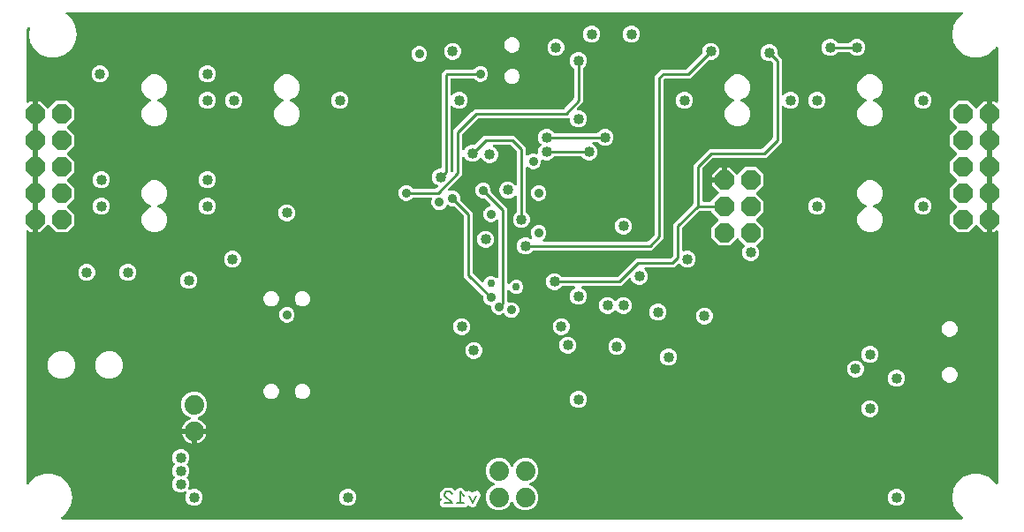
<source format=gbr>
G04 EAGLE Gerber RS-274X export*
G75*
%MOMM*%
%FSLAX34Y34*%
%LPD*%
%INBottom Copper*%
%IPPOS*%
%AMOC8*
5,1,8,0,0,1.08239X$1,22.5*%
G01*
%ADD10C,0.203200*%
%ADD11P,2.034460X8X112.500000*%
%ADD12P,2.034460X8X292.500000*%
%ADD13C,1.879600*%
%ADD14C,1.016000*%
%ADD15C,0.889000*%
%ADD16C,0.254000*%
%ADD17C,0.762000*%

G36*
X900902Y4323D02*
X900902Y4323D01*
X900937Y4321D01*
X901059Y4343D01*
X901182Y4359D01*
X901215Y4372D01*
X901250Y4378D01*
X901363Y4430D01*
X901478Y4476D01*
X901506Y4496D01*
X901539Y4511D01*
X901635Y4590D01*
X901735Y4662D01*
X901758Y4690D01*
X901785Y4712D01*
X901859Y4812D01*
X901938Y4907D01*
X901953Y4939D01*
X901974Y4968D01*
X902021Y5083D01*
X902074Y5195D01*
X902080Y5230D01*
X902093Y5263D01*
X902110Y5386D01*
X902133Y5507D01*
X902131Y5543D01*
X902136Y5578D01*
X902121Y5701D01*
X902114Y5825D01*
X902103Y5859D01*
X902098Y5894D01*
X902054Y6009D01*
X902016Y6127D01*
X901997Y6157D01*
X901984Y6190D01*
X901912Y6291D01*
X901845Y6396D01*
X901820Y6420D01*
X901799Y6449D01*
X901682Y6560D01*
X896815Y10644D01*
X892829Y17549D01*
X891445Y25400D01*
X892829Y33251D01*
X896815Y40155D01*
X902922Y45280D01*
X910414Y48007D01*
X918386Y48007D01*
X925878Y45280D01*
X931985Y40156D01*
X933113Y38202D01*
X933201Y38086D01*
X933286Y37968D01*
X933297Y37959D01*
X933305Y37949D01*
X933419Y37858D01*
X933531Y37765D01*
X933544Y37759D01*
X933554Y37751D01*
X933688Y37691D01*
X933819Y37630D01*
X933832Y37627D01*
X933845Y37622D01*
X933989Y37597D01*
X934132Y37570D01*
X934145Y37571D01*
X934158Y37568D01*
X934304Y37581D01*
X934449Y37590D01*
X934462Y37594D01*
X934475Y37595D01*
X934613Y37643D01*
X934751Y37688D01*
X934763Y37695D01*
X934776Y37699D01*
X934897Y37780D01*
X935020Y37858D01*
X935029Y37868D01*
X935041Y37875D01*
X935138Y37983D01*
X935238Y38089D01*
X935245Y38101D01*
X935254Y38111D01*
X935321Y38240D01*
X935392Y38368D01*
X935395Y38381D01*
X935401Y38393D01*
X935435Y38535D01*
X935471Y38676D01*
X935472Y38694D01*
X935474Y38703D01*
X935474Y38720D01*
X935481Y38837D01*
X935481Y280533D01*
X935464Y280671D01*
X935451Y280810D01*
X935444Y280829D01*
X935441Y280849D01*
X935390Y280978D01*
X935343Y281109D01*
X935332Y281126D01*
X935324Y281144D01*
X935243Y281257D01*
X935165Y281372D01*
X935149Y281385D01*
X935138Y281402D01*
X935030Y281491D01*
X934926Y281582D01*
X934908Y281592D01*
X934893Y281605D01*
X934767Y281664D01*
X934643Y281727D01*
X934623Y281731D01*
X934605Y281740D01*
X934468Y281766D01*
X934333Y281797D01*
X934312Y281796D01*
X934293Y281800D01*
X934154Y281791D01*
X934015Y281787D01*
X933995Y281781D01*
X933975Y281780D01*
X933843Y281737D01*
X933709Y281699D01*
X933692Y281688D01*
X933673Y281682D01*
X933555Y281608D01*
X933435Y281537D01*
X933414Y281518D01*
X933404Y281512D01*
X933390Y281497D01*
X933315Y281431D01*
X932045Y280161D01*
X929639Y280161D01*
X929639Y290830D01*
X929624Y290948D01*
X929617Y291067D01*
X929604Y291105D01*
X929599Y291145D01*
X929556Y291256D01*
X929519Y291369D01*
X929497Y291403D01*
X929482Y291441D01*
X929412Y291537D01*
X929349Y291638D01*
X929319Y291666D01*
X929295Y291698D01*
X929204Y291774D01*
X929117Y291856D01*
X929082Y291875D01*
X929051Y291901D01*
X928943Y291952D01*
X928839Y292009D01*
X928799Y292020D01*
X928763Y292037D01*
X928646Y292059D01*
X928531Y292089D01*
X928470Y292093D01*
X928450Y292097D01*
X928430Y292095D01*
X928370Y292099D01*
X925830Y292099D01*
X925712Y292084D01*
X925593Y292077D01*
X925555Y292064D01*
X925514Y292059D01*
X925404Y292015D01*
X925291Y291979D01*
X925256Y291957D01*
X925219Y291942D01*
X925123Y291872D01*
X925022Y291809D01*
X924994Y291779D01*
X924961Y291755D01*
X924886Y291664D01*
X924804Y291577D01*
X924784Y291542D01*
X924759Y291510D01*
X924708Y291403D01*
X924650Y291298D01*
X924640Y291259D01*
X924623Y291223D01*
X924601Y291106D01*
X924571Y290991D01*
X924567Y290930D01*
X924563Y290910D01*
X924565Y290890D01*
X924561Y290830D01*
X924561Y280161D01*
X922155Y280161D01*
X915657Y286659D01*
X915563Y286732D01*
X915473Y286811D01*
X915437Y286830D01*
X915405Y286854D01*
X915296Y286902D01*
X915190Y286956D01*
X915151Y286965D01*
X915114Y286981D01*
X914996Y286999D01*
X914880Y287025D01*
X914840Y287024D01*
X914799Y287031D01*
X914681Y287019D01*
X914562Y287016D01*
X914523Y287005D01*
X914483Y287001D01*
X914371Y286960D01*
X914256Y286927D01*
X914222Y286907D01*
X914184Y286893D01*
X914085Y286826D01*
X913983Y286766D01*
X913937Y286726D01*
X913920Y286715D01*
X913907Y286699D01*
X913862Y286659D01*
X906856Y279653D01*
X896544Y279653D01*
X889253Y286944D01*
X889253Y297256D01*
X895900Y303903D01*
X895973Y303997D01*
X896052Y304086D01*
X896070Y304122D01*
X896095Y304154D01*
X896143Y304263D01*
X896197Y304369D01*
X896205Y304408D01*
X896221Y304446D01*
X896240Y304563D01*
X896266Y304679D01*
X896265Y304720D01*
X896271Y304760D01*
X896260Y304878D01*
X896257Y304997D01*
X896245Y305036D01*
X896242Y305076D01*
X896201Y305189D01*
X896168Y305303D01*
X896148Y305338D01*
X896134Y305376D01*
X896067Y305474D01*
X896007Y305577D01*
X895967Y305622D01*
X895955Y305639D01*
X895940Y305652D01*
X895900Y305698D01*
X889253Y312344D01*
X889253Y322656D01*
X895900Y329303D01*
X895973Y329397D01*
X896052Y329486D01*
X896070Y329522D01*
X896095Y329554D01*
X896143Y329663D01*
X896197Y329769D01*
X896205Y329808D01*
X896221Y329846D01*
X896240Y329963D01*
X896266Y330079D01*
X896265Y330120D01*
X896271Y330160D01*
X896260Y330278D01*
X896257Y330397D01*
X896245Y330436D01*
X896242Y330476D01*
X896201Y330589D01*
X896168Y330703D01*
X896148Y330737D01*
X896134Y330776D01*
X896067Y330874D01*
X896007Y330977D01*
X895967Y331022D01*
X895955Y331039D01*
X895940Y331052D01*
X895900Y331098D01*
X889253Y337744D01*
X889253Y348056D01*
X895900Y354703D01*
X895973Y354797D01*
X896052Y354886D01*
X896070Y354922D01*
X896095Y354954D01*
X896143Y355063D01*
X896197Y355169D01*
X896205Y355208D01*
X896221Y355246D01*
X896240Y355363D01*
X896266Y355479D01*
X896265Y355520D01*
X896271Y355560D01*
X896260Y355678D01*
X896257Y355797D01*
X896245Y355836D01*
X896242Y355876D01*
X896201Y355989D01*
X896168Y356103D01*
X896148Y356138D01*
X896134Y356176D01*
X896067Y356274D01*
X896007Y356377D01*
X895967Y356422D01*
X895955Y356439D01*
X895940Y356452D01*
X895900Y356498D01*
X889253Y363144D01*
X889253Y373456D01*
X895900Y380102D01*
X895973Y380197D01*
X896052Y380286D01*
X896070Y380322D01*
X896095Y380354D01*
X896142Y380463D01*
X896197Y380569D01*
X896205Y380608D01*
X896221Y380646D01*
X896240Y380763D01*
X896266Y380879D01*
X896265Y380920D01*
X896271Y380960D01*
X896260Y381078D01*
X896257Y381197D01*
X896245Y381236D01*
X896242Y381276D01*
X896201Y381389D01*
X896168Y381503D01*
X896148Y381537D01*
X896134Y381576D01*
X896067Y381674D01*
X896007Y381777D01*
X895967Y381822D01*
X895955Y381839D01*
X895940Y381852D01*
X895900Y381897D01*
X889253Y388544D01*
X889253Y398856D01*
X896544Y406147D01*
X906856Y406147D01*
X913862Y399141D01*
X913956Y399068D01*
X914045Y398989D01*
X914081Y398970D01*
X914113Y398946D01*
X914222Y398898D01*
X914328Y398844D01*
X914368Y398835D01*
X914405Y398819D01*
X914523Y398801D01*
X914639Y398775D01*
X914679Y398776D01*
X914719Y398769D01*
X914838Y398781D01*
X914956Y398784D01*
X914995Y398796D01*
X915036Y398799D01*
X915148Y398840D01*
X915262Y398873D01*
X915297Y398893D01*
X915335Y398907D01*
X915433Y398974D01*
X915536Y399034D01*
X915581Y399074D01*
X915598Y399085D01*
X915611Y399101D01*
X915657Y399141D01*
X922155Y405639D01*
X924561Y405639D01*
X924561Y394970D01*
X924576Y394852D01*
X924583Y394733D01*
X924596Y394695D01*
X924601Y394655D01*
X924644Y394544D01*
X924681Y394431D01*
X924703Y394397D01*
X924718Y394359D01*
X924788Y394263D01*
X924851Y394162D01*
X924881Y394134D01*
X924904Y394102D01*
X924996Y394026D01*
X925083Y393944D01*
X925118Y393925D01*
X925149Y393899D01*
X925257Y393848D01*
X925361Y393791D01*
X925401Y393780D01*
X925437Y393763D01*
X925554Y393741D01*
X925669Y393711D01*
X925730Y393707D01*
X925750Y393703D01*
X925770Y393705D01*
X925830Y393701D01*
X928370Y393701D01*
X928488Y393716D01*
X928607Y393723D01*
X928645Y393736D01*
X928685Y393741D01*
X928796Y393785D01*
X928909Y393821D01*
X928944Y393843D01*
X928981Y393858D01*
X929077Y393928D01*
X929178Y393991D01*
X929206Y394021D01*
X929239Y394045D01*
X929314Y394136D01*
X929396Y394223D01*
X929416Y394258D01*
X929441Y394290D01*
X929492Y394397D01*
X929550Y394502D01*
X929560Y394541D01*
X929577Y394577D01*
X929599Y394694D01*
X929629Y394809D01*
X929633Y394870D01*
X929637Y394890D01*
X929635Y394910D01*
X929639Y394970D01*
X929639Y405639D01*
X932045Y405639D01*
X933315Y404369D01*
X933424Y404284D01*
X933531Y404195D01*
X933550Y404187D01*
X933566Y404174D01*
X933694Y404119D01*
X933819Y404060D01*
X933839Y404056D01*
X933858Y404048D01*
X933996Y404026D01*
X934132Y404000D01*
X934152Y404001D01*
X934172Y403998D01*
X934311Y404011D01*
X934449Y404020D01*
X934468Y404026D01*
X934488Y404028D01*
X934620Y404075D01*
X934751Y404118D01*
X934769Y404129D01*
X934788Y404136D01*
X934903Y404214D01*
X935020Y404288D01*
X935034Y404303D01*
X935051Y404314D01*
X935143Y404419D01*
X935238Y404520D01*
X935248Y404537D01*
X935261Y404553D01*
X935325Y404677D01*
X935392Y404798D01*
X935397Y404818D01*
X935406Y404836D01*
X935436Y404972D01*
X935471Y405106D01*
X935473Y405134D01*
X935476Y405146D01*
X935475Y405167D01*
X935481Y405267D01*
X935481Y456463D01*
X935463Y456608D01*
X935448Y456753D01*
X935443Y456766D01*
X935441Y456779D01*
X935388Y456914D01*
X935337Y457051D01*
X935329Y457062D01*
X935324Y457075D01*
X935239Y457192D01*
X935156Y457312D01*
X935145Y457321D01*
X935138Y457332D01*
X935026Y457425D01*
X934915Y457520D01*
X934903Y457526D01*
X934893Y457535D01*
X934761Y457597D01*
X934630Y457662D01*
X934617Y457665D01*
X934605Y457670D01*
X934463Y457698D01*
X934319Y457728D01*
X934306Y457728D01*
X934293Y457730D01*
X934148Y457721D01*
X934002Y457715D01*
X933989Y457711D01*
X933975Y457710D01*
X933837Y457666D01*
X933697Y457624D01*
X933685Y457617D01*
X933673Y457612D01*
X933550Y457535D01*
X933425Y457459D01*
X933415Y457449D01*
X933404Y457442D01*
X933304Y457336D01*
X933202Y457232D01*
X933192Y457217D01*
X933186Y457211D01*
X933178Y457196D01*
X933113Y457098D01*
X931985Y455145D01*
X925878Y450020D01*
X918386Y447293D01*
X910414Y447293D01*
X902922Y450020D01*
X896815Y455144D01*
X892829Y462049D01*
X891445Y469900D01*
X892829Y477751D01*
X896815Y484655D01*
X901682Y488740D01*
X901706Y488766D01*
X901735Y488786D01*
X901814Y488882D01*
X901899Y488973D01*
X901915Y489004D01*
X901938Y489031D01*
X901991Y489144D01*
X902050Y489253D01*
X902058Y489287D01*
X902074Y489319D01*
X902097Y489441D01*
X902127Y489561D01*
X902127Y489597D01*
X902133Y489632D01*
X902126Y489755D01*
X902125Y489879D01*
X902116Y489914D01*
X902114Y489949D01*
X902075Y490067D01*
X902044Y490187D01*
X902026Y490218D01*
X902016Y490251D01*
X901949Y490356D01*
X901889Y490465D01*
X901864Y490490D01*
X901845Y490520D01*
X901755Y490605D01*
X901670Y490695D01*
X901640Y490714D01*
X901614Y490738D01*
X901505Y490798D01*
X901400Y490864D01*
X901366Y490875D01*
X901335Y490892D01*
X901215Y490923D01*
X901097Y490960D01*
X901062Y490962D01*
X901027Y490971D01*
X900867Y490981D01*
X43433Y490981D01*
X43398Y490977D01*
X43363Y490979D01*
X43241Y490957D01*
X43118Y490941D01*
X43085Y490928D01*
X43050Y490922D01*
X42937Y490870D01*
X42822Y490824D01*
X42794Y490804D01*
X42761Y490789D01*
X42665Y490710D01*
X42565Y490638D01*
X42542Y490610D01*
X42515Y490588D01*
X42441Y490488D01*
X42362Y490393D01*
X42347Y490361D01*
X42326Y490332D01*
X42279Y490217D01*
X42226Y490105D01*
X42220Y490070D01*
X42207Y490037D01*
X42190Y489914D01*
X42167Y489793D01*
X42169Y489757D01*
X42164Y489722D01*
X42179Y489599D01*
X42186Y489475D01*
X42197Y489441D01*
X42202Y489406D01*
X42246Y489291D01*
X42284Y489173D01*
X42303Y489143D01*
X42316Y489110D01*
X42388Y489009D01*
X42455Y488904D01*
X42480Y488880D01*
X42501Y488851D01*
X42618Y488740D01*
X47485Y484656D01*
X51471Y477751D01*
X52855Y469900D01*
X51471Y462049D01*
X47485Y455145D01*
X41378Y450020D01*
X33886Y447293D01*
X25914Y447293D01*
X18422Y450020D01*
X12315Y455144D01*
X8329Y462049D01*
X6945Y469900D01*
X7892Y475271D01*
X7895Y475342D01*
X7908Y475412D01*
X7903Y475500D01*
X7907Y475589D01*
X7893Y475658D01*
X7888Y475729D01*
X7861Y475813D01*
X7843Y475900D01*
X7812Y475964D01*
X7790Y476031D01*
X7743Y476106D01*
X7704Y476186D01*
X7658Y476240D01*
X7620Y476300D01*
X7555Y476361D01*
X7498Y476428D01*
X7440Y476469D01*
X7388Y476518D01*
X7311Y476561D01*
X7238Y476612D01*
X7172Y476637D01*
X7110Y476671D01*
X7024Y476693D01*
X6941Y476725D01*
X6870Y476733D01*
X6802Y476750D01*
X6713Y476751D01*
X6625Y476760D01*
X6555Y476751D01*
X6484Y476751D01*
X6398Y476729D01*
X6310Y476716D01*
X6244Y476690D01*
X6175Y476672D01*
X6098Y476629D01*
X6016Y476596D01*
X5959Y476553D01*
X5897Y476519D01*
X5832Y476458D01*
X5761Y476405D01*
X5716Y476350D01*
X5665Y476302D01*
X5617Y476227D01*
X5561Y476158D01*
X5532Y476093D01*
X5494Y476033D01*
X5434Y475884D01*
X4625Y473391D01*
X4612Y473324D01*
X4589Y473258D01*
X4567Y473099D01*
X4323Y470000D01*
X4324Y469978D01*
X4319Y469900D01*
X4319Y405267D01*
X4336Y405129D01*
X4349Y404990D01*
X4356Y404971D01*
X4359Y404951D01*
X4410Y404822D01*
X4457Y404691D01*
X4468Y404674D01*
X4476Y404656D01*
X4557Y404543D01*
X4635Y404428D01*
X4651Y404415D01*
X4662Y404398D01*
X4770Y404309D01*
X4874Y404218D01*
X4892Y404208D01*
X4907Y404195D01*
X5033Y404136D01*
X5157Y404073D01*
X5177Y404069D01*
X5195Y404060D01*
X5332Y404034D01*
X5467Y404003D01*
X5488Y404004D01*
X5507Y404000D01*
X5646Y404009D01*
X5785Y404013D01*
X5805Y404019D01*
X5825Y404020D01*
X5957Y404063D01*
X6091Y404101D01*
X6108Y404112D01*
X6127Y404118D01*
X6245Y404192D01*
X6365Y404263D01*
X6386Y404282D01*
X6396Y404288D01*
X6410Y404303D01*
X6485Y404369D01*
X7755Y405639D01*
X10161Y405639D01*
X10161Y394970D01*
X10176Y394852D01*
X10183Y394733D01*
X10196Y394695D01*
X10201Y394655D01*
X10244Y394544D01*
X10281Y394431D01*
X10303Y394397D01*
X10318Y394359D01*
X10388Y394263D01*
X10451Y394162D01*
X10481Y394134D01*
X10504Y394102D01*
X10596Y394026D01*
X10683Y393944D01*
X10718Y393925D01*
X10749Y393899D01*
X10857Y393848D01*
X10961Y393791D01*
X11001Y393780D01*
X11037Y393763D01*
X11154Y393741D01*
X11269Y393711D01*
X11330Y393707D01*
X11350Y393703D01*
X11370Y393705D01*
X11430Y393701D01*
X13970Y393701D01*
X14088Y393716D01*
X14207Y393723D01*
X14245Y393736D01*
X14285Y393741D01*
X14396Y393785D01*
X14509Y393821D01*
X14544Y393843D01*
X14581Y393858D01*
X14677Y393928D01*
X14778Y393991D01*
X14806Y394021D01*
X14839Y394045D01*
X14914Y394136D01*
X14996Y394223D01*
X15016Y394258D01*
X15041Y394290D01*
X15092Y394397D01*
X15150Y394502D01*
X15160Y394541D01*
X15177Y394577D01*
X15199Y394694D01*
X15229Y394809D01*
X15233Y394870D01*
X15237Y394890D01*
X15235Y394910D01*
X15239Y394970D01*
X15239Y405639D01*
X17645Y405639D01*
X24143Y399141D01*
X24237Y399068D01*
X24327Y398989D01*
X24363Y398970D01*
X24395Y398946D01*
X24504Y398898D01*
X24610Y398844D01*
X24649Y398835D01*
X24686Y398819D01*
X24804Y398801D01*
X24920Y398775D01*
X24960Y398776D01*
X25001Y398769D01*
X25119Y398781D01*
X25238Y398784D01*
X25277Y398795D01*
X25317Y398799D01*
X25429Y398840D01*
X25544Y398873D01*
X25578Y398893D01*
X25616Y398907D01*
X25715Y398974D01*
X25817Y399034D01*
X25863Y399074D01*
X25880Y399085D01*
X25893Y399101D01*
X25938Y399141D01*
X32944Y406147D01*
X43256Y406147D01*
X50547Y398856D01*
X50547Y388544D01*
X43900Y381897D01*
X43827Y381803D01*
X43748Y381714D01*
X43730Y381678D01*
X43705Y381646D01*
X43657Y381537D01*
X43603Y381431D01*
X43595Y381392D01*
X43579Y381354D01*
X43560Y381237D01*
X43534Y381121D01*
X43535Y381080D01*
X43529Y381040D01*
X43540Y380921D01*
X43543Y380803D01*
X43555Y380764D01*
X43558Y380724D01*
X43599Y380611D01*
X43632Y380497D01*
X43652Y380462D01*
X43666Y380424D01*
X43733Y380326D01*
X43793Y380223D01*
X43833Y380178D01*
X43845Y380161D01*
X43860Y380148D01*
X43900Y380102D01*
X50547Y373456D01*
X50547Y363144D01*
X43900Y356497D01*
X43827Y356403D01*
X43748Y356314D01*
X43730Y356278D01*
X43705Y356246D01*
X43657Y356137D01*
X43603Y356031D01*
X43595Y355992D01*
X43579Y355954D01*
X43560Y355837D01*
X43534Y355721D01*
X43535Y355680D01*
X43529Y355640D01*
X43540Y355522D01*
X43543Y355403D01*
X43555Y355364D01*
X43558Y355324D01*
X43599Y355211D01*
X43632Y355097D01*
X43652Y355062D01*
X43666Y355024D01*
X43733Y354926D01*
X43793Y354823D01*
X43833Y354778D01*
X43845Y354761D01*
X43860Y354748D01*
X43900Y354702D01*
X50547Y348056D01*
X50547Y337744D01*
X43900Y331098D01*
X43827Y331003D01*
X43748Y330914D01*
X43730Y330878D01*
X43705Y330846D01*
X43658Y330737D01*
X43603Y330631D01*
X43595Y330592D01*
X43579Y330554D01*
X43560Y330437D01*
X43534Y330321D01*
X43535Y330280D01*
X43529Y330240D01*
X43540Y330122D01*
X43543Y330003D01*
X43555Y329964D01*
X43558Y329924D01*
X43599Y329811D01*
X43632Y329697D01*
X43652Y329663D01*
X43666Y329624D01*
X43733Y329526D01*
X43793Y329423D01*
X43833Y329378D01*
X43845Y329361D01*
X43860Y329348D01*
X43900Y329303D01*
X50547Y322656D01*
X50547Y312344D01*
X43900Y305697D01*
X43827Y305603D01*
X43748Y305514D01*
X43730Y305478D01*
X43705Y305446D01*
X43657Y305337D01*
X43603Y305231D01*
X43595Y305192D01*
X43579Y305154D01*
X43560Y305037D01*
X43534Y304921D01*
X43535Y304880D01*
X43529Y304840D01*
X43540Y304722D01*
X43543Y304603D01*
X43555Y304564D01*
X43558Y304524D01*
X43599Y304411D01*
X43632Y304297D01*
X43652Y304262D01*
X43666Y304224D01*
X43733Y304126D01*
X43793Y304023D01*
X43833Y303978D01*
X43845Y303961D01*
X43860Y303948D01*
X43900Y303902D01*
X50547Y297256D01*
X50547Y286944D01*
X43256Y279653D01*
X32944Y279653D01*
X25938Y286659D01*
X25844Y286732D01*
X25755Y286811D01*
X25719Y286830D01*
X25687Y286854D01*
X25578Y286902D01*
X25472Y286956D01*
X25432Y286965D01*
X25395Y286981D01*
X25277Y286999D01*
X25161Y287025D01*
X25121Y287024D01*
X25081Y287031D01*
X24962Y287019D01*
X24844Y287016D01*
X24805Y287005D01*
X24764Y287001D01*
X24652Y286960D01*
X24538Y286927D01*
X24503Y286907D01*
X24465Y286893D01*
X24366Y286826D01*
X24264Y286766D01*
X24219Y286726D01*
X24202Y286715D01*
X24189Y286699D01*
X24143Y286659D01*
X17645Y280161D01*
X15239Y280161D01*
X15239Y290830D01*
X15224Y290948D01*
X15217Y291067D01*
X15204Y291105D01*
X15199Y291145D01*
X15156Y291256D01*
X15119Y291369D01*
X15097Y291403D01*
X15082Y291441D01*
X15012Y291537D01*
X14949Y291638D01*
X14919Y291666D01*
X14895Y291698D01*
X14804Y291774D01*
X14717Y291856D01*
X14682Y291875D01*
X14651Y291901D01*
X14543Y291952D01*
X14439Y292009D01*
X14399Y292020D01*
X14363Y292037D01*
X14246Y292059D01*
X14131Y292089D01*
X14070Y292093D01*
X14050Y292097D01*
X14030Y292095D01*
X13970Y292099D01*
X11430Y292099D01*
X11312Y292084D01*
X11193Y292077D01*
X11155Y292064D01*
X11114Y292059D01*
X11004Y292015D01*
X10891Y291979D01*
X10856Y291957D01*
X10819Y291942D01*
X10723Y291872D01*
X10622Y291809D01*
X10594Y291779D01*
X10561Y291755D01*
X10486Y291664D01*
X10404Y291577D01*
X10384Y291542D01*
X10359Y291510D01*
X10308Y291403D01*
X10250Y291298D01*
X10240Y291259D01*
X10223Y291223D01*
X10201Y291106D01*
X10171Y290991D01*
X10167Y290930D01*
X10163Y290910D01*
X10165Y290890D01*
X10161Y290830D01*
X10161Y280161D01*
X7755Y280161D01*
X6485Y281431D01*
X6376Y281516D01*
X6269Y281605D01*
X6250Y281613D01*
X6234Y281626D01*
X6106Y281681D01*
X5981Y281740D01*
X5961Y281744D01*
X5942Y281752D01*
X5804Y281774D01*
X5668Y281800D01*
X5648Y281799D01*
X5628Y281802D01*
X5489Y281789D01*
X5351Y281780D01*
X5332Y281774D01*
X5312Y281772D01*
X5180Y281725D01*
X5049Y281682D01*
X5031Y281671D01*
X5012Y281664D01*
X4897Y281586D01*
X4780Y281512D01*
X4766Y281497D01*
X4749Y281486D01*
X4657Y281381D01*
X4562Y281280D01*
X4552Y281263D01*
X4539Y281247D01*
X4475Y281123D01*
X4408Y281002D01*
X4403Y280982D01*
X4394Y280964D01*
X4364Y280828D01*
X4329Y280694D01*
X4327Y280666D01*
X4324Y280654D01*
X4325Y280633D01*
X4319Y280533D01*
X4319Y38837D01*
X4337Y38692D01*
X4352Y38547D01*
X4357Y38534D01*
X4359Y38521D01*
X4412Y38386D01*
X4463Y38249D01*
X4471Y38238D01*
X4476Y38225D01*
X4561Y38108D01*
X4644Y37988D01*
X4655Y37979D01*
X4662Y37968D01*
X4774Y37875D01*
X4885Y37780D01*
X4897Y37774D01*
X4907Y37765D01*
X5039Y37703D01*
X5170Y37638D01*
X5183Y37635D01*
X5195Y37630D01*
X5337Y37602D01*
X5481Y37572D01*
X5494Y37572D01*
X5507Y37570D01*
X5652Y37579D01*
X5798Y37585D01*
X5812Y37589D01*
X5825Y37590D01*
X5963Y37634D01*
X6103Y37676D01*
X6115Y37683D01*
X6127Y37688D01*
X6250Y37765D01*
X6375Y37841D01*
X6385Y37851D01*
X6396Y37858D01*
X6496Y37964D01*
X6598Y38068D01*
X6608Y38083D01*
X6614Y38089D01*
X6622Y38104D01*
X6687Y38202D01*
X7815Y40155D01*
X13922Y45280D01*
X21414Y48007D01*
X29386Y48007D01*
X36878Y45280D01*
X42985Y40156D01*
X46971Y33251D01*
X48355Y25400D01*
X46971Y17549D01*
X42985Y10645D01*
X38118Y6560D01*
X38094Y6534D01*
X38065Y6514D01*
X37986Y6418D01*
X37901Y6327D01*
X37885Y6296D01*
X37862Y6269D01*
X37809Y6156D01*
X37750Y6047D01*
X37742Y6013D01*
X37726Y5981D01*
X37703Y5859D01*
X37673Y5739D01*
X37673Y5703D01*
X37667Y5668D01*
X37674Y5545D01*
X37675Y5421D01*
X37684Y5386D01*
X37686Y5351D01*
X37725Y5233D01*
X37756Y5113D01*
X37774Y5082D01*
X37784Y5049D01*
X37851Y4944D01*
X37911Y4835D01*
X37936Y4810D01*
X37955Y4780D01*
X38045Y4695D01*
X38130Y4605D01*
X38160Y4586D01*
X38186Y4562D01*
X38295Y4502D01*
X38400Y4436D01*
X38434Y4425D01*
X38465Y4408D01*
X38585Y4377D01*
X38703Y4340D01*
X38738Y4338D01*
X38773Y4329D01*
X38933Y4319D01*
X900867Y4319D01*
X900902Y4323D01*
G37*
%LPC*%
G36*
X467699Y197686D02*
X467699Y197686D01*
X464945Y198827D01*
X462837Y200935D01*
X462768Y201101D01*
X462709Y201205D01*
X462657Y201312D01*
X462631Y201343D01*
X462611Y201378D01*
X462528Y201463D01*
X462451Y201554D01*
X462418Y201577D01*
X462389Y201606D01*
X462288Y201669D01*
X462191Y201737D01*
X462153Y201751D01*
X462118Y201772D01*
X462004Y201807D01*
X461893Y201850D01*
X461853Y201854D01*
X461814Y201866D01*
X461696Y201872D01*
X461577Y201885D01*
X461537Y201879D01*
X461497Y201881D01*
X461380Y201857D01*
X461262Y201840D01*
X461205Y201821D01*
X461185Y201817D01*
X461167Y201808D01*
X461110Y201788D01*
X458691Y200786D01*
X455709Y200786D01*
X452955Y201927D01*
X450847Y204035D01*
X449706Y206789D01*
X449706Y208407D01*
X449691Y208525D01*
X449684Y208644D01*
X449671Y208682D01*
X449666Y208723D01*
X449623Y208833D01*
X449586Y208946D01*
X449564Y208981D01*
X449549Y209018D01*
X449480Y209114D01*
X449416Y209215D01*
X449386Y209243D01*
X449363Y209276D01*
X449271Y209352D01*
X449184Y209433D01*
X449149Y209453D01*
X449118Y209478D01*
X449010Y209529D01*
X448906Y209587D01*
X448866Y209597D01*
X448830Y209614D01*
X448713Y209636D01*
X448598Y209666D01*
X448538Y209670D01*
X448518Y209674D01*
X448497Y209672D01*
X448437Y209676D01*
X448089Y209676D01*
X445335Y210817D01*
X443227Y212925D01*
X442086Y215679D01*
X442086Y218030D01*
X442074Y218129D01*
X442071Y218228D01*
X442054Y218286D01*
X442046Y218346D01*
X442010Y218438D01*
X441982Y218533D01*
X441952Y218585D01*
X441929Y218642D01*
X441871Y218722D01*
X441821Y218807D01*
X441755Y218882D01*
X441743Y218899D01*
X441733Y218907D01*
X441715Y218928D01*
X423671Y236971D01*
X423671Y294865D01*
X423659Y294964D01*
X423656Y295063D01*
X423639Y295121D01*
X423631Y295181D01*
X423595Y295273D01*
X423567Y295368D01*
X423537Y295420D01*
X423514Y295477D01*
X423456Y295557D01*
X423406Y295642D01*
X423340Y295717D01*
X423328Y295734D01*
X423318Y295742D01*
X423300Y295763D01*
X414508Y304555D01*
X414430Y304615D01*
X414357Y304683D01*
X414304Y304712D01*
X414257Y304749D01*
X414166Y304789D01*
X414079Y304837D01*
X414020Y304852D01*
X413965Y304876D01*
X413867Y304891D01*
X413771Y304916D01*
X413671Y304922D01*
X413651Y304926D01*
X413638Y304924D01*
X413610Y304926D01*
X411259Y304926D01*
X408485Y306075D01*
X408370Y306107D01*
X408258Y306145D01*
X408217Y306149D01*
X408178Y306159D01*
X408059Y306161D01*
X407941Y306171D01*
X407901Y306164D01*
X407860Y306164D01*
X407745Y306137D01*
X407627Y306116D01*
X407590Y306100D01*
X407551Y306090D01*
X407446Y306035D01*
X407337Y305986D01*
X407306Y305960D01*
X407270Y305942D01*
X407182Y305861D01*
X407089Y305787D01*
X407065Y305755D01*
X407035Y305728D01*
X406969Y305628D01*
X406898Y305533D01*
X406871Y305479D01*
X406860Y305462D01*
X406853Y305443D01*
X406827Y305389D01*
X406403Y304365D01*
X404295Y302257D01*
X401541Y301116D01*
X398559Y301116D01*
X395805Y302257D01*
X393697Y304365D01*
X392556Y307119D01*
X392556Y310101D01*
X393105Y311426D01*
X393119Y311474D01*
X393140Y311519D01*
X393160Y311627D01*
X393189Y311733D01*
X393190Y311783D01*
X393199Y311832D01*
X393193Y311941D01*
X393194Y312051D01*
X393183Y312099D01*
X393180Y312149D01*
X393146Y312253D01*
X393120Y312360D01*
X393097Y312404D01*
X393082Y312451D01*
X393023Y312544D01*
X392972Y312641D01*
X392938Y312678D01*
X392912Y312720D01*
X392831Y312795D01*
X392758Y312877D01*
X392716Y312904D01*
X392680Y312938D01*
X392584Y312991D01*
X392492Y313051D01*
X392445Y313068D01*
X392401Y313092D01*
X392295Y313119D01*
X392191Y313155D01*
X392142Y313159D01*
X392093Y313171D01*
X391933Y313181D01*
X375105Y313181D01*
X375007Y313169D01*
X374908Y313166D01*
X374849Y313149D01*
X374789Y313141D01*
X374697Y313105D01*
X374602Y313077D01*
X374550Y313047D01*
X374494Y313024D01*
X374413Y312966D01*
X374328Y312916D01*
X374253Y312850D01*
X374236Y312838D01*
X374228Y312828D01*
X374207Y312810D01*
X372545Y311147D01*
X369791Y310006D01*
X366809Y310006D01*
X364055Y311147D01*
X361947Y313255D01*
X360806Y316009D01*
X360806Y318991D01*
X361947Y321745D01*
X364055Y323853D01*
X366809Y324994D01*
X369791Y324994D01*
X372545Y323853D01*
X374207Y322190D01*
X374286Y322130D01*
X374358Y322062D01*
X374411Y322033D01*
X374459Y321996D01*
X374549Y321956D01*
X374636Y321908D01*
X374695Y321893D01*
X374750Y321869D01*
X374848Y321854D01*
X374944Y321829D01*
X375044Y321823D01*
X375064Y321819D01*
X375077Y321821D01*
X375105Y321819D01*
X396465Y321819D01*
X396564Y321831D01*
X396663Y321834D01*
X396721Y321851D01*
X396781Y321859D01*
X396873Y321895D01*
X396968Y321923D01*
X397020Y321953D01*
X397077Y321976D01*
X397157Y322034D01*
X397242Y322084D01*
X397317Y322150D01*
X397334Y322162D01*
X397342Y322172D01*
X397363Y322190D01*
X398417Y323244D01*
X398447Y323284D01*
X398484Y323317D01*
X398545Y323409D01*
X398612Y323496D01*
X398631Y323541D01*
X398659Y323583D01*
X398695Y323687D01*
X398738Y323788D01*
X398746Y323837D01*
X398762Y323884D01*
X398771Y323993D01*
X398788Y324102D01*
X398783Y324151D01*
X398787Y324201D01*
X398768Y324309D01*
X398758Y324418D01*
X398741Y324465D01*
X398733Y324514D01*
X398688Y324614D01*
X398651Y324718D01*
X398623Y324759D01*
X398602Y324804D01*
X398534Y324890D01*
X398472Y324981D01*
X398435Y325014D01*
X398404Y325052D01*
X398316Y325118D01*
X398234Y325191D01*
X398189Y325214D01*
X398150Y325244D01*
X398005Y325315D01*
X396715Y325849D01*
X394429Y328135D01*
X393191Y331123D01*
X393191Y334357D01*
X394429Y337345D01*
X396715Y339631D01*
X399703Y340869D01*
X400812Y340869D01*
X400930Y340884D01*
X401049Y340891D01*
X401087Y340904D01*
X401128Y340909D01*
X401238Y340952D01*
X401351Y340989D01*
X401386Y341011D01*
X401423Y341026D01*
X401519Y341095D01*
X401620Y341159D01*
X401648Y341189D01*
X401681Y341212D01*
X401757Y341304D01*
X401838Y341391D01*
X401858Y341426D01*
X401883Y341457D01*
X401934Y341565D01*
X401992Y341669D01*
X402002Y341709D01*
X402019Y341745D01*
X402041Y341862D01*
X402071Y341977D01*
X402075Y342037D01*
X402079Y342057D01*
X402077Y342078D01*
X402081Y342138D01*
X402081Y432319D01*
X405881Y436119D01*
X432615Y436119D01*
X432713Y436131D01*
X432812Y436134D01*
X432871Y436151D01*
X432931Y436159D01*
X433023Y436195D01*
X433118Y436223D01*
X433170Y436253D01*
X433226Y436276D01*
X433307Y436334D01*
X433392Y436384D01*
X433467Y436450D01*
X433484Y436462D01*
X433492Y436472D01*
X433513Y436490D01*
X435175Y438153D01*
X437929Y439294D01*
X440911Y439294D01*
X443665Y438153D01*
X445773Y436045D01*
X446914Y433291D01*
X446914Y430309D01*
X445773Y427555D01*
X443665Y425447D01*
X440911Y424306D01*
X437929Y424306D01*
X435175Y425447D01*
X433513Y427110D01*
X433434Y427170D01*
X433362Y427238D01*
X433309Y427267D01*
X433261Y427304D01*
X433171Y427344D01*
X433084Y427392D01*
X433025Y427407D01*
X432970Y427431D01*
X432872Y427446D01*
X432776Y427471D01*
X432676Y427477D01*
X432656Y427481D01*
X432643Y427479D01*
X432615Y427481D01*
X411988Y427481D01*
X411870Y427466D01*
X411751Y427459D01*
X411713Y427446D01*
X411672Y427441D01*
X411562Y427398D01*
X411449Y427361D01*
X411414Y427339D01*
X411377Y427324D01*
X411281Y427255D01*
X411180Y427191D01*
X411152Y427161D01*
X411119Y427138D01*
X411043Y427046D01*
X410962Y426959D01*
X410942Y426924D01*
X410917Y426893D01*
X410866Y426785D01*
X410808Y426681D01*
X410798Y426641D01*
X410781Y426605D01*
X410759Y426488D01*
X410729Y426373D01*
X410725Y426313D01*
X410721Y426293D01*
X410723Y426272D01*
X410719Y426212D01*
X410719Y412579D01*
X410736Y412441D01*
X410749Y412302D01*
X410756Y412283D01*
X410759Y412263D01*
X410810Y412134D01*
X410857Y412003D01*
X410868Y411986D01*
X410876Y411968D01*
X410957Y411855D01*
X411035Y411740D01*
X411051Y411727D01*
X411062Y411710D01*
X411170Y411621D01*
X411274Y411529D01*
X411292Y411520D01*
X411307Y411507D01*
X411433Y411448D01*
X411557Y411385D01*
X411577Y411380D01*
X411595Y411372D01*
X411732Y411346D01*
X411867Y411315D01*
X411888Y411316D01*
X411907Y411312D01*
X412046Y411321D01*
X412185Y411325D01*
X412205Y411331D01*
X412225Y411332D01*
X412357Y411375D01*
X412491Y411413D01*
X412508Y411424D01*
X412527Y411430D01*
X412645Y411504D01*
X412765Y411575D01*
X412786Y411593D01*
X412796Y411600D01*
X412810Y411615D01*
X412885Y411681D01*
X414495Y413291D01*
X417483Y414529D01*
X420717Y414529D01*
X423705Y413291D01*
X425991Y411005D01*
X427229Y408017D01*
X427229Y404783D01*
X425991Y401795D01*
X423705Y399509D01*
X420717Y398271D01*
X417483Y398271D01*
X414495Y399509D01*
X412885Y401119D01*
X412776Y401204D01*
X412669Y401293D01*
X412650Y401301D01*
X412634Y401314D01*
X412506Y401369D01*
X412381Y401428D01*
X412361Y401432D01*
X412342Y401440D01*
X412204Y401462D01*
X412068Y401488D01*
X412048Y401487D01*
X412028Y401490D01*
X411889Y401477D01*
X411751Y401468D01*
X411732Y401462D01*
X411712Y401460D01*
X411580Y401413D01*
X411449Y401370D01*
X411431Y401359D01*
X411412Y401352D01*
X411297Y401274D01*
X411180Y401200D01*
X411166Y401185D01*
X411149Y401174D01*
X411057Y401070D01*
X410962Y400968D01*
X410952Y400951D01*
X410939Y400935D01*
X410875Y400811D01*
X410808Y400690D01*
X410803Y400670D01*
X410794Y400652D01*
X410764Y400516D01*
X410729Y400382D01*
X410727Y400354D01*
X410724Y400342D01*
X410725Y400321D01*
X410719Y400221D01*
X410719Y338611D01*
X410736Y338473D01*
X410749Y338334D01*
X410756Y338315D01*
X410759Y338295D01*
X410810Y338166D01*
X410857Y338035D01*
X410868Y338018D01*
X410876Y337999D01*
X410957Y337887D01*
X411035Y337772D01*
X411051Y337758D01*
X411062Y337742D01*
X411170Y337653D01*
X411274Y337561D01*
X411292Y337552D01*
X411307Y337539D01*
X411433Y337480D01*
X411557Y337417D01*
X411577Y337412D01*
X411595Y337404D01*
X411732Y337378D01*
X411867Y337347D01*
X411888Y337348D01*
X411907Y337344D01*
X412046Y337353D01*
X412185Y337357D01*
X412205Y337362D01*
X412225Y337364D01*
X412357Y337407D01*
X412491Y337445D01*
X412508Y337455D01*
X412527Y337462D01*
X412645Y337536D01*
X412765Y337607D01*
X412786Y337625D01*
X412796Y337632D01*
X412810Y337647D01*
X412886Y337713D01*
X413140Y337967D01*
X413200Y338045D01*
X413268Y338118D01*
X413297Y338171D01*
X413334Y338218D01*
X413374Y338309D01*
X413422Y338396D01*
X413437Y338455D01*
X413461Y338510D01*
X413476Y338608D01*
X413501Y338704D01*
X413507Y338804D01*
X413511Y338824D01*
X413509Y338837D01*
X413511Y338865D01*
X413511Y377709D01*
X416413Y380610D01*
X430920Y395117D01*
X433821Y398019D01*
X519481Y398019D01*
X519613Y398035D01*
X519744Y398046D01*
X519770Y398055D01*
X519797Y398059D01*
X519920Y398107D01*
X520045Y398151D01*
X520067Y398166D01*
X520093Y398176D01*
X520199Y398253D01*
X520310Y398326D01*
X520337Y398353D01*
X520350Y398362D01*
X520364Y398379D01*
X520425Y398439D01*
X528755Y407695D01*
X528793Y407749D01*
X528838Y407797D01*
X528883Y407879D01*
X528937Y407956D01*
X528960Y408018D01*
X528992Y408076D01*
X529015Y408167D01*
X529048Y408255D01*
X529055Y408320D01*
X529071Y408384D01*
X529081Y408544D01*
X529081Y436797D01*
X529069Y436895D01*
X529066Y436994D01*
X529049Y437053D01*
X529041Y437113D01*
X529005Y437205D01*
X528977Y437300D01*
X528947Y437352D01*
X528924Y437408D01*
X528866Y437488D01*
X528816Y437574D01*
X528750Y437649D01*
X528738Y437666D01*
X528728Y437674D01*
X528710Y437695D01*
X526509Y439895D01*
X525271Y442883D01*
X525271Y446117D01*
X526509Y449105D01*
X528795Y451391D01*
X531783Y452629D01*
X535017Y452629D01*
X538005Y451391D01*
X540291Y449105D01*
X541529Y446117D01*
X541529Y442883D01*
X540291Y439895D01*
X538090Y437695D01*
X538030Y437616D01*
X537962Y437544D01*
X537933Y437491D01*
X537896Y437443D01*
X537856Y437352D01*
X537808Y437266D01*
X537793Y437207D01*
X537769Y437152D01*
X537754Y437054D01*
X537729Y436958D01*
X537723Y436858D01*
X537719Y436837D01*
X537721Y436825D01*
X537719Y436797D01*
X537719Y406547D01*
X537721Y406529D01*
X537720Y406480D01*
X537813Y404732D01*
X537808Y404724D01*
X537800Y404693D01*
X536558Y403450D01*
X536547Y403436D01*
X536512Y403402D01*
X532431Y398867D01*
X532370Y398780D01*
X532303Y398699D01*
X532280Y398650D01*
X532249Y398606D01*
X532212Y398507D01*
X532167Y398411D01*
X532157Y398358D01*
X532138Y398308D01*
X532127Y398202D01*
X532107Y398098D01*
X532111Y398045D01*
X532105Y397992D01*
X532121Y397887D01*
X532127Y397781D01*
X532144Y397730D01*
X532151Y397677D01*
X532193Y397579D01*
X532225Y397479D01*
X532254Y397433D01*
X532275Y397384D01*
X532339Y397299D01*
X532395Y397210D01*
X532434Y397173D01*
X532467Y397130D01*
X532550Y397064D01*
X532627Y396992D01*
X532674Y396966D01*
X532716Y396933D01*
X532813Y396889D01*
X532905Y396838D01*
X532957Y396825D01*
X533006Y396803D01*
X533111Y396785D01*
X533213Y396759D01*
X533299Y396754D01*
X533320Y396750D01*
X533336Y396751D01*
X533374Y396749D01*
X535017Y396749D01*
X538005Y395511D01*
X540291Y393225D01*
X541529Y390237D01*
X541529Y387003D01*
X540291Y384015D01*
X538005Y381729D01*
X535017Y380491D01*
X531783Y380491D01*
X528795Y381729D01*
X526509Y384015D01*
X525271Y387003D01*
X525271Y388112D01*
X525256Y388230D01*
X525249Y388349D01*
X525236Y388387D01*
X525231Y388428D01*
X525188Y388538D01*
X525151Y388651D01*
X525129Y388686D01*
X525114Y388723D01*
X525045Y388819D01*
X524981Y388920D01*
X524951Y388948D01*
X524928Y388981D01*
X524836Y389057D01*
X524749Y389138D01*
X524714Y389158D01*
X524683Y389183D01*
X524575Y389234D01*
X524471Y389292D01*
X524431Y389302D01*
X524395Y389319D01*
X524278Y389341D01*
X524163Y389371D01*
X524103Y389375D01*
X524083Y389379D01*
X524062Y389377D01*
X524002Y389381D01*
X522117Y389381D01*
X522099Y389379D01*
X522050Y389380D01*
X520302Y389287D01*
X520294Y389292D01*
X520204Y389315D01*
X520116Y389348D01*
X520050Y389355D01*
X519986Y389371D01*
X519826Y389381D01*
X437925Y389381D01*
X437826Y389369D01*
X437727Y389366D01*
X437669Y389349D01*
X437609Y389341D01*
X437517Y389305D01*
X437422Y389277D01*
X437370Y389247D01*
X437313Y389224D01*
X437233Y389166D01*
X437148Y389116D01*
X437073Y389050D01*
X437056Y389038D01*
X437048Y389028D01*
X437027Y389010D01*
X422520Y374503D01*
X422460Y374425D01*
X422392Y374353D01*
X422363Y374300D01*
X422326Y374252D01*
X422286Y374161D01*
X422238Y374074D01*
X422223Y374015D01*
X422199Y373960D01*
X422184Y373862D01*
X422159Y373766D01*
X422153Y373666D01*
X422149Y373646D01*
X422151Y373633D01*
X422149Y373605D01*
X422149Y359922D01*
X422157Y359853D01*
X422156Y359783D01*
X422177Y359696D01*
X422189Y359607D01*
X422214Y359542D01*
X422231Y359474D01*
X422273Y359394D01*
X422306Y359311D01*
X422347Y359254D01*
X422379Y359193D01*
X422440Y359126D01*
X422492Y359054D01*
X422546Y359009D01*
X422593Y358957D01*
X422668Y358908D01*
X422737Y358851D01*
X422801Y358821D01*
X422859Y358783D01*
X422944Y358753D01*
X423025Y358715D01*
X423094Y358702D01*
X423160Y358679D01*
X423249Y358672D01*
X423337Y358655D01*
X423407Y358660D01*
X423477Y358654D01*
X423565Y358670D01*
X423655Y358675D01*
X423721Y358697D01*
X423790Y358709D01*
X423872Y358746D01*
X423957Y358773D01*
X424016Y358811D01*
X424080Y358839D01*
X424150Y358895D01*
X424226Y358943D01*
X424274Y358994D01*
X424328Y359038D01*
X424382Y359109D01*
X424444Y359175D01*
X424478Y359236D01*
X424520Y359292D01*
X424591Y359436D01*
X424909Y360205D01*
X427195Y362491D01*
X430183Y363729D01*
X433295Y363729D01*
X433394Y363741D01*
X433493Y363744D01*
X433551Y363761D01*
X433611Y363769D01*
X433703Y363805D01*
X433798Y363833D01*
X433850Y363863D01*
X433907Y363886D01*
X433987Y363944D01*
X434072Y363994D01*
X434147Y364060D01*
X434164Y364072D01*
X434172Y364082D01*
X434193Y364100D01*
X442711Y372619D01*
X471689Y372619D01*
X483109Y361199D01*
X483109Y354531D01*
X483126Y354393D01*
X483139Y354254D01*
X483146Y354235D01*
X483149Y354215D01*
X483200Y354086D01*
X483247Y353955D01*
X483258Y353938D01*
X483266Y353919D01*
X483347Y353807D01*
X483425Y353692D01*
X483441Y353679D01*
X483452Y353662D01*
X483560Y353573D01*
X483664Y353481D01*
X483682Y353472D01*
X483697Y353459D01*
X483823Y353400D01*
X483947Y353337D01*
X483967Y353332D01*
X483985Y353324D01*
X484122Y353298D01*
X484257Y353267D01*
X484278Y353268D01*
X484297Y353264D01*
X484436Y353273D01*
X484575Y353277D01*
X484595Y353282D01*
X484615Y353284D01*
X484747Y353326D01*
X484881Y353365D01*
X484898Y353376D01*
X484917Y353382D01*
X485035Y353456D01*
X485155Y353527D01*
X485176Y353545D01*
X485186Y353552D01*
X485200Y353567D01*
X485275Y353633D01*
X485975Y354333D01*
X488729Y355474D01*
X491711Y355474D01*
X493036Y354925D01*
X493084Y354911D01*
X493129Y354890D01*
X493237Y354870D01*
X493343Y354841D01*
X493393Y354840D01*
X493442Y354831D01*
X493551Y354837D01*
X493661Y354836D01*
X493709Y354847D01*
X493759Y354850D01*
X493863Y354884D01*
X493970Y354910D01*
X494014Y354933D01*
X494061Y354948D01*
X494154Y355007D01*
X494251Y355058D01*
X494288Y355092D01*
X494330Y355118D01*
X494406Y355199D01*
X494487Y355272D01*
X494514Y355314D01*
X494548Y355350D01*
X494601Y355446D01*
X494661Y355538D01*
X494678Y355585D01*
X494702Y355629D01*
X494729Y355735D01*
X494765Y355839D01*
X494769Y355888D01*
X494781Y355937D01*
X494791Y356097D01*
X494791Y358487D01*
X496029Y361475D01*
X497512Y362957D01*
X497585Y363052D01*
X497663Y363141D01*
X497682Y363177D01*
X497707Y363209D01*
X497754Y363318D01*
X497808Y363424D01*
X497817Y363463D01*
X497833Y363501D01*
X497852Y363618D01*
X497878Y363734D01*
X497877Y363775D01*
X497883Y363815D01*
X497872Y363933D01*
X497868Y364052D01*
X497857Y364091D01*
X497853Y364131D01*
X497813Y364244D01*
X497780Y364358D01*
X497759Y364392D01*
X497745Y364431D01*
X497679Y364529D01*
X497618Y364632D01*
X497578Y364677D01*
X497567Y364694D01*
X497552Y364707D01*
X497512Y364752D01*
X496029Y366235D01*
X494791Y369223D01*
X494791Y372457D01*
X496029Y375445D01*
X498315Y377731D01*
X501303Y378969D01*
X504537Y378969D01*
X507525Y377731D01*
X509725Y375530D01*
X509804Y375470D01*
X509876Y375402D01*
X509929Y375373D01*
X509977Y375336D01*
X510068Y375296D01*
X510154Y375248D01*
X510213Y375233D01*
X510268Y375209D01*
X510366Y375194D01*
X510462Y375169D01*
X510562Y375163D01*
X510583Y375159D01*
X510595Y375161D01*
X510623Y375159D01*
X551097Y375159D01*
X551195Y375171D01*
X551294Y375174D01*
X551353Y375191D01*
X551413Y375199D01*
X551505Y375235D01*
X551600Y375263D01*
X551652Y375293D01*
X551708Y375316D01*
X551788Y375374D01*
X551874Y375424D01*
X551949Y375490D01*
X551966Y375502D01*
X551974Y375512D01*
X551995Y375530D01*
X554195Y377731D01*
X557183Y378969D01*
X560417Y378969D01*
X563405Y377731D01*
X565691Y375445D01*
X566929Y372457D01*
X566929Y369223D01*
X565691Y366235D01*
X563405Y363949D01*
X560417Y362711D01*
X557183Y362711D01*
X554195Y363949D01*
X551995Y366150D01*
X551916Y366210D01*
X551844Y366278D01*
X551791Y366307D01*
X551743Y366344D01*
X551652Y366384D01*
X551566Y366432D01*
X551507Y366447D01*
X551452Y366471D01*
X551354Y366486D01*
X551258Y366511D01*
X551158Y366517D01*
X551137Y366521D01*
X551125Y366519D01*
X551097Y366521D01*
X547882Y366521D01*
X547813Y366513D01*
X547743Y366514D01*
X547656Y366493D01*
X547567Y366481D01*
X547502Y366456D01*
X547434Y366439D01*
X547354Y366397D01*
X547271Y366364D01*
X547214Y366323D01*
X547153Y366291D01*
X547086Y366230D01*
X547014Y366178D01*
X546969Y366124D01*
X546917Y366077D01*
X546868Y366002D01*
X546811Y365933D01*
X546781Y365869D01*
X546743Y365811D01*
X546713Y365726D01*
X546675Y365645D01*
X546662Y365576D01*
X546639Y365510D01*
X546632Y365421D01*
X546615Y365333D01*
X546620Y365263D01*
X546614Y365193D01*
X546630Y365105D01*
X546635Y365015D01*
X546657Y364949D01*
X546669Y364880D01*
X546705Y364798D01*
X546733Y364713D01*
X546770Y364654D01*
X546799Y364590D01*
X546855Y364520D01*
X546903Y364444D01*
X546954Y364396D01*
X546998Y364342D01*
X547069Y364288D01*
X547135Y364226D01*
X547196Y364192D01*
X547252Y364150D01*
X547396Y364079D01*
X548165Y363761D01*
X550451Y361475D01*
X551689Y358487D01*
X551689Y355253D01*
X550451Y352265D01*
X548165Y349979D01*
X545177Y348741D01*
X541943Y348741D01*
X538955Y349979D01*
X536755Y352180D01*
X536676Y352240D01*
X536604Y352308D01*
X536551Y352337D01*
X536503Y352374D01*
X536412Y352414D01*
X536326Y352462D01*
X536267Y352477D01*
X536212Y352501D01*
X536114Y352516D01*
X536018Y352541D01*
X535918Y352547D01*
X535897Y352551D01*
X535885Y352549D01*
X535857Y352551D01*
X510623Y352551D01*
X510525Y352539D01*
X510426Y352536D01*
X510367Y352519D01*
X510307Y352511D01*
X510215Y352475D01*
X510120Y352447D01*
X510068Y352417D01*
X510012Y352394D01*
X509932Y352336D01*
X509846Y352286D01*
X509771Y352220D01*
X509754Y352208D01*
X509746Y352198D01*
X509725Y352180D01*
X507525Y349979D01*
X504537Y348741D01*
X501303Y348741D01*
X499469Y349501D01*
X499421Y349514D01*
X499376Y349535D01*
X499268Y349556D01*
X499162Y349585D01*
X499112Y349586D01*
X499063Y349595D01*
X498954Y349588D01*
X498844Y349590D01*
X498796Y349579D01*
X498746Y349575D01*
X498642Y349542D01*
X498535Y349516D01*
X498491Y349493D01*
X498444Y349477D01*
X498351Y349419D01*
X498254Y349367D01*
X498217Y349334D01*
X498175Y349307D01*
X498100Y349227D01*
X498018Y349153D01*
X497991Y349112D01*
X497957Y349076D01*
X497904Y348979D01*
X497844Y348888D01*
X497827Y348841D01*
X497803Y348797D01*
X497776Y348691D01*
X497740Y348587D01*
X497736Y348537D01*
X497724Y348489D01*
X497714Y348328D01*
X497714Y346489D01*
X496573Y343735D01*
X494465Y341627D01*
X491711Y340486D01*
X488729Y340486D01*
X485975Y341627D01*
X485275Y342327D01*
X485166Y342412D01*
X485059Y342501D01*
X485040Y342509D01*
X485024Y342522D01*
X484896Y342577D01*
X484771Y342636D01*
X484751Y342640D01*
X484732Y342648D01*
X484594Y342670D01*
X484458Y342696D01*
X484438Y342695D01*
X484418Y342698D01*
X484279Y342685D01*
X484141Y342676D01*
X484122Y342670D01*
X484102Y342668D01*
X483971Y342621D01*
X483839Y342578D01*
X483821Y342567D01*
X483802Y342561D01*
X483687Y342482D01*
X483570Y342408D01*
X483556Y342393D01*
X483539Y342382D01*
X483447Y342278D01*
X483352Y342176D01*
X483342Y342159D01*
X483329Y342144D01*
X483266Y342020D01*
X483198Y341898D01*
X483193Y341878D01*
X483184Y341860D01*
X483154Y341724D01*
X483119Y341590D01*
X483117Y341562D01*
X483114Y341550D01*
X483115Y341530D01*
X483109Y341429D01*
X483109Y299803D01*
X483121Y299705D01*
X483124Y299606D01*
X483141Y299547D01*
X483149Y299487D01*
X483185Y299395D01*
X483213Y299300D01*
X483243Y299248D01*
X483266Y299192D01*
X483324Y299112D01*
X483374Y299026D01*
X483440Y298951D01*
X483452Y298934D01*
X483462Y298926D01*
X483480Y298905D01*
X485681Y296705D01*
X486919Y293717D01*
X486919Y290483D01*
X485681Y287495D01*
X483395Y285209D01*
X480407Y283971D01*
X477173Y283971D01*
X474185Y285209D01*
X471899Y287495D01*
X470661Y290483D01*
X470661Y293717D01*
X471899Y296705D01*
X474100Y298905D01*
X474160Y298984D01*
X474228Y299056D01*
X474257Y299109D01*
X474294Y299157D01*
X474334Y299248D01*
X474382Y299334D01*
X474397Y299393D01*
X474421Y299448D01*
X474436Y299546D01*
X474461Y299642D01*
X474467Y299742D01*
X474471Y299763D01*
X474469Y299775D01*
X474471Y299803D01*
X474471Y314241D01*
X474454Y314379D01*
X474441Y314518D01*
X474434Y314537D01*
X474431Y314557D01*
X474380Y314686D01*
X474333Y314817D01*
X474322Y314834D01*
X474314Y314852D01*
X474233Y314965D01*
X474155Y315080D01*
X474139Y315093D01*
X474128Y315110D01*
X474020Y315199D01*
X473916Y315291D01*
X473898Y315300D01*
X473883Y315313D01*
X473757Y315372D01*
X473633Y315435D01*
X473613Y315440D01*
X473595Y315448D01*
X473458Y315474D01*
X473323Y315505D01*
X473302Y315504D01*
X473283Y315508D01*
X473144Y315499D01*
X473005Y315495D01*
X472985Y315489D01*
X472965Y315488D01*
X472833Y315445D01*
X472699Y315407D01*
X472682Y315396D01*
X472663Y315390D01*
X472545Y315316D01*
X472425Y315245D01*
X472404Y315227D01*
X472394Y315220D01*
X472380Y315205D01*
X472305Y315139D01*
X470505Y313339D01*
X467517Y312101D01*
X464283Y312101D01*
X461295Y313339D01*
X459009Y315625D01*
X457771Y318613D01*
X457771Y321847D01*
X459009Y324835D01*
X461295Y327121D01*
X464283Y328359D01*
X467517Y328359D01*
X470505Y327121D01*
X472305Y325321D01*
X472414Y325236D01*
X472521Y325147D01*
X472540Y325139D01*
X472556Y325126D01*
X472684Y325071D01*
X472809Y325012D01*
X472829Y325008D01*
X472848Y325000D01*
X472986Y324978D01*
X473122Y324952D01*
X473142Y324953D01*
X473162Y324950D01*
X473301Y324963D01*
X473439Y324972D01*
X473458Y324978D01*
X473478Y324980D01*
X473610Y325027D01*
X473741Y325070D01*
X473759Y325081D01*
X473778Y325088D01*
X473893Y325166D01*
X474010Y325240D01*
X474024Y325255D01*
X474041Y325266D01*
X474133Y325370D01*
X474228Y325472D01*
X474238Y325489D01*
X474251Y325505D01*
X474315Y325629D01*
X474382Y325750D01*
X474387Y325770D01*
X474396Y325788D01*
X474426Y325924D01*
X474461Y326058D01*
X474463Y326086D01*
X474466Y326098D01*
X474465Y326119D01*
X474471Y326219D01*
X474471Y357095D01*
X474459Y357194D01*
X474456Y357293D01*
X474439Y357351D01*
X474431Y357411D01*
X474395Y357503D01*
X474367Y357598D01*
X474337Y357650D01*
X474314Y357707D01*
X474256Y357787D01*
X474206Y357872D01*
X474140Y357947D01*
X474128Y357964D01*
X474118Y357972D01*
X474100Y357993D01*
X468483Y363610D01*
X468405Y363670D01*
X468332Y363738D01*
X468279Y363767D01*
X468232Y363804D01*
X468141Y363844D01*
X468054Y363892D01*
X467995Y363907D01*
X467940Y363931D01*
X467842Y363946D01*
X467746Y363971D01*
X467646Y363977D01*
X467626Y363981D01*
X467613Y363979D01*
X467585Y363981D01*
X452632Y363981D01*
X452563Y363973D01*
X452493Y363974D01*
X452406Y363953D01*
X452317Y363941D01*
X452252Y363916D01*
X452184Y363899D01*
X452104Y363857D01*
X452021Y363824D01*
X451964Y363783D01*
X451903Y363751D01*
X451836Y363690D01*
X451764Y363638D01*
X451719Y363584D01*
X451667Y363537D01*
X451618Y363462D01*
X451561Y363393D01*
X451531Y363329D01*
X451493Y363271D01*
X451463Y363186D01*
X451425Y363105D01*
X451412Y363036D01*
X451389Y362970D01*
X451382Y362881D01*
X451365Y362793D01*
X451370Y362723D01*
X451364Y362653D01*
X451380Y362565D01*
X451385Y362475D01*
X451407Y362409D01*
X451419Y362340D01*
X451456Y362258D01*
X451483Y362173D01*
X451521Y362114D01*
X451549Y362050D01*
X451605Y361980D01*
X451653Y361904D01*
X451704Y361856D01*
X451748Y361802D01*
X451819Y361748D01*
X451885Y361686D01*
X451946Y361652D01*
X452002Y361610D01*
X452146Y361539D01*
X452915Y361221D01*
X455201Y358935D01*
X456439Y355947D01*
X456439Y352713D01*
X455201Y349725D01*
X452915Y347439D01*
X449927Y346201D01*
X446693Y346201D01*
X443705Y347439D01*
X441419Y349725D01*
X440965Y350822D01*
X440896Y350943D01*
X440831Y351066D01*
X440817Y351081D01*
X440807Y351098D01*
X440710Y351198D01*
X440617Y351301D01*
X440600Y351312D01*
X440586Y351327D01*
X440467Y351399D01*
X440351Y351476D01*
X440332Y351482D01*
X440315Y351493D01*
X440182Y351534D01*
X440050Y351579D01*
X440030Y351580D01*
X440011Y351586D01*
X439872Y351593D01*
X439733Y351604D01*
X439713Y351601D01*
X439693Y351602D01*
X439557Y351573D01*
X439420Y351550D01*
X439402Y351541D01*
X439382Y351537D01*
X439256Y351476D01*
X439130Y351419D01*
X439114Y351407D01*
X439096Y351398D01*
X438990Y351307D01*
X438882Y351221D01*
X438869Y351204D01*
X438854Y351191D01*
X438775Y351079D01*
X436405Y348709D01*
X433417Y347471D01*
X430183Y347471D01*
X427195Y348709D01*
X424909Y350995D01*
X424591Y351764D01*
X424556Y351824D01*
X424530Y351889D01*
X424478Y351962D01*
X424433Y352040D01*
X424385Y352090D01*
X424344Y352146D01*
X424274Y352204D01*
X424212Y352268D01*
X424152Y352305D01*
X424099Y352349D01*
X424017Y352388D01*
X423941Y352435D01*
X423874Y352455D01*
X423811Y352485D01*
X423723Y352502D01*
X423637Y352528D01*
X423567Y352531D01*
X423498Y352545D01*
X423409Y352539D01*
X423319Y352543D01*
X423251Y352529D01*
X423181Y352525D01*
X423096Y352497D01*
X423008Y352479D01*
X422945Y352448D01*
X422879Y352427D01*
X422803Y352379D01*
X422722Y352339D01*
X422669Y352294D01*
X422610Y352257D01*
X422548Y352191D01*
X422480Y352133D01*
X422440Y352076D01*
X422392Y352025D01*
X422348Y351946D01*
X422297Y351873D01*
X422272Y351808D01*
X422238Y351747D01*
X422216Y351659D01*
X422184Y351576D01*
X422176Y351506D01*
X422159Y351439D01*
X422149Y351278D01*
X422149Y334761D01*
X409015Y321627D01*
X408972Y321572D01*
X408922Y321523D01*
X408875Y321447D01*
X408820Y321376D01*
X408792Y321311D01*
X408755Y321252D01*
X408729Y321166D01*
X408693Y321084D01*
X408682Y321015D01*
X408662Y320948D01*
X408658Y320859D01*
X408643Y320770D01*
X408650Y320700D01*
X408647Y320631D01*
X408665Y320543D01*
X408673Y320453D01*
X408697Y320387D01*
X408711Y320319D01*
X408750Y320239D01*
X408781Y320154D01*
X408820Y320096D01*
X408851Y320033D01*
X408909Y319965D01*
X408959Y319891D01*
X409012Y319844D01*
X409057Y319791D01*
X409130Y319740D01*
X409198Y319680D01*
X409260Y319648D01*
X409317Y319608D01*
X409401Y319576D01*
X409481Y319536D01*
X409549Y319520D01*
X409614Y319496D01*
X409704Y319486D01*
X409791Y319466D01*
X409861Y319468D01*
X409931Y319460D01*
X410019Y319473D01*
X410109Y319476D01*
X410176Y319495D01*
X410245Y319505D01*
X410398Y319557D01*
X411259Y319914D01*
X414241Y319914D01*
X416995Y318773D01*
X419103Y316665D01*
X420244Y313911D01*
X420244Y311560D01*
X420256Y311461D01*
X420259Y311362D01*
X420276Y311304D01*
X420284Y311244D01*
X420320Y311152D01*
X420348Y311057D01*
X420378Y311005D01*
X420401Y310948D01*
X420459Y310868D01*
X420509Y310783D01*
X420575Y310708D01*
X420587Y310691D01*
X420597Y310683D01*
X420615Y310662D01*
X432309Y298969D01*
X432309Y241075D01*
X432321Y240976D01*
X432324Y240877D01*
X432341Y240819D01*
X432349Y240759D01*
X432385Y240667D01*
X432413Y240572D01*
X432443Y240520D01*
X432466Y240463D01*
X432524Y240383D01*
X432574Y240298D01*
X432640Y240223D01*
X432652Y240206D01*
X432662Y240198D01*
X432680Y240177D01*
X440685Y232173D01*
X440724Y232143D01*
X440757Y232106D01*
X440849Y232046D01*
X440936Y231978D01*
X440981Y231958D01*
X441023Y231931D01*
X441127Y231895D01*
X441228Y231852D01*
X441277Y231844D01*
X441324Y231828D01*
X441433Y231819D01*
X441542Y231802D01*
X441591Y231807D01*
X441641Y231803D01*
X441749Y231821D01*
X441858Y231832D01*
X441905Y231849D01*
X441954Y231857D01*
X442054Y231902D01*
X442158Y231939D01*
X442199Y231967D01*
X442244Y231988D01*
X442330Y232056D01*
X442421Y232118D01*
X442454Y232155D01*
X442492Y232186D01*
X442559Y232274D01*
X442631Y232356D01*
X442654Y232401D01*
X442684Y232440D01*
X442755Y232585D01*
X443765Y235025D01*
X445695Y236955D01*
X448216Y237999D01*
X450944Y237999D01*
X453465Y236955D01*
X454525Y235895D01*
X454634Y235810D01*
X454741Y235721D01*
X454760Y235713D01*
X454776Y235700D01*
X454903Y235645D01*
X455029Y235586D01*
X455049Y235582D01*
X455068Y235574D01*
X455206Y235552D01*
X455342Y235526D01*
X455362Y235527D01*
X455382Y235524D01*
X455521Y235537D01*
X455659Y235546D01*
X455678Y235552D01*
X455698Y235554D01*
X455830Y235601D01*
X455961Y235644D01*
X455979Y235655D01*
X455998Y235661D01*
X456113Y235740D01*
X456230Y235814D01*
X456244Y235829D01*
X456261Y235840D01*
X456353Y235944D01*
X456448Y236046D01*
X456458Y236063D01*
X456471Y236078D01*
X456534Y236202D01*
X456602Y236324D01*
X456607Y236344D01*
X456616Y236362D01*
X456646Y236498D01*
X456681Y236632D01*
X456683Y236660D01*
X456686Y236672D01*
X456685Y236692D01*
X456691Y236793D01*
X456691Y290629D01*
X456674Y290767D01*
X456661Y290906D01*
X456654Y290925D01*
X456651Y290945D01*
X456600Y291074D01*
X456553Y291205D01*
X456542Y291222D01*
X456534Y291241D01*
X456453Y291353D01*
X456375Y291468D01*
X456359Y291481D01*
X456348Y291498D01*
X456240Y291587D01*
X456136Y291679D01*
X456118Y291688D01*
X456103Y291701D01*
X455977Y291760D01*
X455853Y291823D01*
X455833Y291828D01*
X455815Y291836D01*
X455678Y291862D01*
X455543Y291893D01*
X455522Y291892D01*
X455503Y291896D01*
X455364Y291887D01*
X455225Y291883D01*
X455205Y291878D01*
X455185Y291876D01*
X455053Y291834D01*
X454919Y291795D01*
X454902Y291784D01*
X454883Y291778D01*
X454765Y291704D01*
X454645Y291633D01*
X454624Y291615D01*
X454614Y291608D01*
X454600Y291593D01*
X454525Y291527D01*
X453825Y290827D01*
X451071Y289686D01*
X448089Y289686D01*
X445335Y290827D01*
X443227Y292935D01*
X442086Y295689D01*
X442086Y298671D01*
X443227Y301425D01*
X445335Y303533D01*
X448089Y304674D01*
X448154Y304674D01*
X448292Y304691D01*
X448431Y304704D01*
X448450Y304711D01*
X448470Y304714D01*
X448599Y304765D01*
X448730Y304812D01*
X448747Y304823D01*
X448766Y304831D01*
X448878Y304912D01*
X448993Y304990D01*
X449007Y305006D01*
X449023Y305017D01*
X449112Y305125D01*
X449204Y305229D01*
X449213Y305247D01*
X449226Y305262D01*
X449285Y305388D01*
X449348Y305512D01*
X449353Y305532D01*
X449361Y305550D01*
X449387Y305686D01*
X449418Y305822D01*
X449417Y305843D01*
X449421Y305862D01*
X449412Y306001D01*
X449408Y306140D01*
X449403Y306160D01*
X449401Y306180D01*
X449359Y306312D01*
X449320Y306446D01*
X449310Y306463D01*
X449303Y306482D01*
X449229Y306600D01*
X449158Y306720D01*
X449140Y306741D01*
X449133Y306751D01*
X449118Y306765D01*
X449052Y306840D01*
X443718Y312175D01*
X443640Y312235D01*
X443567Y312303D01*
X443514Y312332D01*
X443467Y312369D01*
X443376Y312409D01*
X443289Y312457D01*
X443230Y312472D01*
X443175Y312496D01*
X443077Y312511D01*
X442981Y312536D01*
X442881Y312542D01*
X442861Y312546D01*
X442848Y312544D01*
X442820Y312546D01*
X440469Y312546D01*
X437715Y313687D01*
X435607Y315795D01*
X434466Y318549D01*
X434466Y321531D01*
X435607Y324285D01*
X437715Y326393D01*
X440469Y327534D01*
X443451Y327534D01*
X446205Y326393D01*
X448313Y324285D01*
X449454Y321531D01*
X449454Y319180D01*
X449466Y319081D01*
X449469Y318982D01*
X449486Y318924D01*
X449494Y318864D01*
X449530Y318772D01*
X449558Y318677D01*
X449588Y318625D01*
X449611Y318568D01*
X449669Y318488D01*
X449719Y318403D01*
X449785Y318328D01*
X449797Y318311D01*
X449807Y318303D01*
X449825Y318282D01*
X465329Y302779D01*
X465329Y231399D01*
X465337Y231330D01*
X465336Y231260D01*
X465357Y231173D01*
X465369Y231084D01*
X465394Y231019D01*
X465411Y230951D01*
X465453Y230872D01*
X465486Y230788D01*
X465527Y230732D01*
X465559Y230670D01*
X465620Y230604D01*
X465672Y230531D01*
X465726Y230486D01*
X465773Y230435D01*
X465848Y230385D01*
X465917Y230328D01*
X465981Y230298D01*
X466039Y230260D01*
X466124Y230231D01*
X466205Y230193D01*
X466274Y230179D01*
X466340Y230157D01*
X466429Y230150D01*
X466517Y230133D01*
X466587Y230137D01*
X466657Y230132D01*
X466745Y230147D01*
X466835Y230153D01*
X466901Y230174D01*
X466970Y230186D01*
X467052Y230223D01*
X467137Y230251D01*
X467196Y230288D01*
X467260Y230317D01*
X467330Y230373D01*
X467406Y230421D01*
X467454Y230472D01*
X467508Y230515D01*
X467563Y230587D01*
X467624Y230652D01*
X467658Y230713D01*
X467700Y230769D01*
X467771Y230914D01*
X467895Y231215D01*
X469825Y233145D01*
X472346Y234189D01*
X475074Y234189D01*
X477595Y233145D01*
X479525Y231215D01*
X480569Y228694D01*
X480569Y225966D01*
X479525Y223445D01*
X477595Y221515D01*
X475074Y220471D01*
X472346Y220471D01*
X469825Y221515D01*
X467895Y223445D01*
X467771Y223746D01*
X467736Y223807D01*
X467710Y223872D01*
X467658Y223944D01*
X467613Y224022D01*
X467564Y224073D01*
X467524Y224129D01*
X467454Y224186D01*
X467392Y224251D01*
X467332Y224287D01*
X467279Y224332D01*
X467197Y224370D01*
X467121Y224417D01*
X467054Y224438D01*
X466991Y224467D01*
X466903Y224484D01*
X466817Y224511D01*
X466747Y224514D01*
X466678Y224527D01*
X466589Y224522D01*
X466499Y224526D01*
X466431Y224512D01*
X466361Y224507D01*
X466276Y224480D01*
X466188Y224462D01*
X466125Y224431D01*
X466059Y224409D01*
X465983Y224361D01*
X465902Y224322D01*
X465849Y224277D01*
X465790Y224239D01*
X465728Y224174D01*
X465660Y224116D01*
X465620Y224058D01*
X465572Y224008D01*
X465529Y223929D01*
X465477Y223856D01*
X465452Y223790D01*
X465418Y223729D01*
X465396Y223642D01*
X465364Y223558D01*
X465356Y223489D01*
X465339Y223421D01*
X465329Y223261D01*
X465329Y213591D01*
X465335Y213542D01*
X465333Y213492D01*
X465355Y213385D01*
X465369Y213276D01*
X465387Y213230D01*
X465397Y213181D01*
X465445Y213082D01*
X465486Y212980D01*
X465515Y212940D01*
X465537Y212895D01*
X465608Y212812D01*
X465672Y212723D01*
X465711Y212691D01*
X465743Y212653D01*
X465833Y212590D01*
X465917Y212520D01*
X465962Y212499D01*
X466003Y212470D01*
X466106Y212431D01*
X466205Y212384D01*
X466254Y212375D01*
X466300Y212357D01*
X466410Y212345D01*
X466517Y212325D01*
X466567Y212328D01*
X466616Y212322D01*
X466725Y212338D01*
X466835Y212344D01*
X466882Y212360D01*
X466931Y212367D01*
X467084Y212419D01*
X467699Y212674D01*
X470681Y212674D01*
X473435Y211533D01*
X475543Y209425D01*
X476684Y206671D01*
X476684Y203689D01*
X475543Y200935D01*
X473435Y198827D01*
X470681Y197686D01*
X467699Y197686D01*
G37*
%LPD*%
%LPC*%
G36*
X531783Y210311D02*
X531783Y210311D01*
X528795Y211549D01*
X526509Y213835D01*
X525271Y216823D01*
X525271Y220057D01*
X526509Y223045D01*
X528795Y225331D01*
X529564Y225649D01*
X529624Y225684D01*
X529689Y225710D01*
X529762Y225762D01*
X529840Y225807D01*
X529890Y225855D01*
X529946Y225896D01*
X530004Y225966D01*
X530068Y226028D01*
X530105Y226088D01*
X530149Y226141D01*
X530188Y226223D01*
X530235Y226299D01*
X530255Y226366D01*
X530285Y226429D01*
X530302Y226517D01*
X530328Y226603D01*
X530331Y226673D01*
X530345Y226742D01*
X530339Y226831D01*
X530343Y226921D01*
X530329Y226989D01*
X530325Y227059D01*
X530297Y227144D01*
X530279Y227232D01*
X530248Y227295D01*
X530227Y227361D01*
X530179Y227437D01*
X530139Y227518D01*
X530094Y227571D01*
X530057Y227630D01*
X529991Y227692D01*
X529933Y227760D01*
X529876Y227800D01*
X529825Y227848D01*
X529746Y227892D01*
X529673Y227943D01*
X529608Y227968D01*
X529547Y228002D01*
X529459Y228024D01*
X529376Y228056D01*
X529306Y228064D01*
X529239Y228081D01*
X529078Y228091D01*
X518243Y228091D01*
X518145Y228079D01*
X518046Y228076D01*
X517987Y228059D01*
X517927Y228051D01*
X517835Y228015D01*
X517740Y227987D01*
X517688Y227957D01*
X517632Y227934D01*
X517552Y227876D01*
X517466Y227826D01*
X517391Y227760D01*
X517374Y227748D01*
X517366Y227738D01*
X517345Y227720D01*
X515145Y225519D01*
X512157Y224281D01*
X508923Y224281D01*
X505935Y225519D01*
X503649Y227805D01*
X502411Y230793D01*
X502411Y234027D01*
X503649Y237015D01*
X505935Y239301D01*
X508923Y240539D01*
X512157Y240539D01*
X515145Y239301D01*
X517345Y237100D01*
X517424Y237040D01*
X517496Y236972D01*
X517549Y236943D01*
X517597Y236906D01*
X517688Y236866D01*
X517774Y236818D01*
X517833Y236803D01*
X517888Y236779D01*
X517986Y236764D01*
X518082Y236739D01*
X518182Y236733D01*
X518203Y236729D01*
X518215Y236731D01*
X518243Y236729D01*
X570455Y236729D01*
X570554Y236741D01*
X570653Y236744D01*
X570711Y236761D01*
X570771Y236769D01*
X570863Y236805D01*
X570958Y236833D01*
X571010Y236863D01*
X571067Y236886D01*
X571147Y236944D01*
X571232Y236994D01*
X571307Y237060D01*
X571324Y237072D01*
X571332Y237082D01*
X571353Y237100D01*
X588761Y254509D01*
X621255Y254509D01*
X621354Y254521D01*
X621453Y254524D01*
X621511Y254541D01*
X621571Y254549D01*
X621663Y254585D01*
X621758Y254613D01*
X621810Y254643D01*
X621867Y254666D01*
X621947Y254724D01*
X622032Y254774D01*
X622107Y254840D01*
X622124Y254852D01*
X622132Y254862D01*
X622153Y254880D01*
X623960Y256687D01*
X624020Y256765D01*
X624088Y256838D01*
X624117Y256891D01*
X624154Y256938D01*
X624194Y257029D01*
X624242Y257116D01*
X624257Y257175D01*
X624281Y257230D01*
X624296Y257328D01*
X624321Y257424D01*
X624327Y257524D01*
X624331Y257544D01*
X624329Y257557D01*
X624331Y257585D01*
X624331Y287539D01*
X643010Y306217D01*
X643070Y306295D01*
X643138Y306368D01*
X643167Y306421D01*
X643204Y306468D01*
X643244Y306559D01*
X643292Y306646D01*
X643307Y306705D01*
X643331Y306760D01*
X643346Y306858D01*
X643371Y306954D01*
X643377Y307054D01*
X643381Y307074D01*
X643379Y307087D01*
X643381Y307115D01*
X643381Y344689D01*
X658611Y359919D01*
X708885Y359919D01*
X708984Y359931D01*
X709083Y359934D01*
X709141Y359951D01*
X709201Y359959D01*
X709293Y359995D01*
X709388Y360023D01*
X709440Y360053D01*
X709497Y360076D01*
X709577Y360134D01*
X709662Y360184D01*
X709737Y360250D01*
X709754Y360262D01*
X709762Y360272D01*
X709783Y360290D01*
X719210Y369717D01*
X719270Y369795D01*
X719338Y369868D01*
X719367Y369921D01*
X719404Y369968D01*
X719444Y370059D01*
X719492Y370146D01*
X719507Y370205D01*
X719531Y370260D01*
X719546Y370358D01*
X719571Y370454D01*
X719577Y370554D01*
X719581Y370574D01*
X719579Y370587D01*
X719581Y370615D01*
X719581Y442185D01*
X719569Y442284D01*
X719566Y442383D01*
X719549Y442441D01*
X719541Y442501D01*
X719505Y442593D01*
X719477Y442688D01*
X719447Y442740D01*
X719424Y442797D01*
X719366Y442877D01*
X719316Y442962D01*
X719250Y443037D01*
X719238Y443054D01*
X719228Y443062D01*
X719210Y443083D01*
X718673Y443620D01*
X718595Y443680D01*
X718522Y443748D01*
X718469Y443777D01*
X718422Y443814D01*
X718331Y443854D01*
X718244Y443902D01*
X718185Y443917D01*
X718130Y443941D01*
X718032Y443956D01*
X717936Y443981D01*
X717836Y443987D01*
X717816Y443991D01*
X717803Y443989D01*
X717775Y443991D01*
X714663Y443991D01*
X711675Y445229D01*
X709389Y447515D01*
X708151Y450503D01*
X708151Y453737D01*
X709389Y456725D01*
X711675Y459011D01*
X714663Y460249D01*
X717897Y460249D01*
X720885Y459011D01*
X723171Y456725D01*
X724409Y453737D01*
X724409Y450625D01*
X724421Y450526D01*
X724424Y450427D01*
X724441Y450369D01*
X724449Y450309D01*
X724485Y450217D01*
X724513Y450122D01*
X724543Y450070D01*
X724566Y450013D01*
X724624Y449933D01*
X724674Y449848D01*
X724740Y449773D01*
X724752Y449756D01*
X724762Y449748D01*
X724780Y449727D01*
X728219Y446289D01*
X728219Y412579D01*
X728236Y412441D01*
X728249Y412302D01*
X728256Y412283D01*
X728259Y412263D01*
X728310Y412134D01*
X728357Y412003D01*
X728368Y411986D01*
X728376Y411968D01*
X728457Y411855D01*
X728535Y411740D01*
X728551Y411727D01*
X728562Y411710D01*
X728670Y411621D01*
X728774Y411529D01*
X728792Y411520D01*
X728807Y411507D01*
X728933Y411448D01*
X729057Y411385D01*
X729077Y411380D01*
X729095Y411372D01*
X729232Y411346D01*
X729367Y411315D01*
X729388Y411316D01*
X729407Y411312D01*
X729546Y411321D01*
X729685Y411325D01*
X729705Y411331D01*
X729725Y411332D01*
X729857Y411375D01*
X729991Y411413D01*
X730008Y411424D01*
X730027Y411430D01*
X730145Y411504D01*
X730265Y411575D01*
X730286Y411593D01*
X730296Y411600D01*
X730310Y411615D01*
X730385Y411681D01*
X731995Y413291D01*
X734983Y414529D01*
X738217Y414529D01*
X741205Y413291D01*
X743491Y411005D01*
X744729Y408017D01*
X744729Y404783D01*
X743491Y401795D01*
X741205Y399509D01*
X738217Y398271D01*
X734983Y398271D01*
X731995Y399509D01*
X730385Y401119D01*
X730276Y401204D01*
X730169Y401293D01*
X730150Y401301D01*
X730134Y401314D01*
X730006Y401369D01*
X729881Y401428D01*
X729861Y401432D01*
X729842Y401440D01*
X729704Y401462D01*
X729568Y401488D01*
X729548Y401487D01*
X729528Y401490D01*
X729389Y401477D01*
X729251Y401468D01*
X729232Y401462D01*
X729212Y401460D01*
X729080Y401413D01*
X728949Y401370D01*
X728931Y401359D01*
X728912Y401352D01*
X728797Y401274D01*
X728680Y401200D01*
X728666Y401185D01*
X728649Y401174D01*
X728557Y401070D01*
X728462Y400968D01*
X728452Y400951D01*
X728439Y400935D01*
X728375Y400811D01*
X728308Y400690D01*
X728303Y400670D01*
X728294Y400652D01*
X728264Y400516D01*
X728229Y400382D01*
X728227Y400354D01*
X728224Y400342D01*
X728225Y400321D01*
X728219Y400221D01*
X728219Y366511D01*
X712989Y351281D01*
X662715Y351281D01*
X662616Y351269D01*
X662517Y351266D01*
X662459Y351249D01*
X662399Y351241D01*
X662307Y351205D01*
X662212Y351177D01*
X662160Y351147D01*
X662103Y351124D01*
X662023Y351066D01*
X661938Y351016D01*
X661863Y350950D01*
X661846Y350938D01*
X661838Y350928D01*
X661817Y350910D01*
X652390Y341483D01*
X652330Y341405D01*
X652262Y341332D01*
X652233Y341279D01*
X652196Y341232D01*
X652156Y341141D01*
X652108Y341054D01*
X652093Y340995D01*
X652069Y340940D01*
X652054Y340842D01*
X652029Y340746D01*
X652023Y340646D01*
X652019Y340626D01*
X652021Y340613D01*
X652019Y340585D01*
X652019Y310388D01*
X652034Y310270D01*
X652041Y310151D01*
X652054Y310113D01*
X652059Y310072D01*
X652102Y309962D01*
X652139Y309849D01*
X652161Y309814D01*
X652176Y309777D01*
X652245Y309681D01*
X652309Y309580D01*
X652339Y309552D01*
X652362Y309519D01*
X652454Y309443D01*
X652541Y309362D01*
X652576Y309342D01*
X652607Y309317D01*
X652715Y309266D01*
X652819Y309208D01*
X652859Y309198D01*
X652895Y309181D01*
X653012Y309159D01*
X653127Y309129D01*
X653187Y309125D01*
X653207Y309121D01*
X653228Y309123D01*
X653288Y309119D01*
X659384Y309119D01*
X659502Y309134D01*
X659621Y309141D01*
X659659Y309154D01*
X659700Y309159D01*
X659810Y309202D01*
X659923Y309239D01*
X659958Y309261D01*
X659995Y309276D01*
X660091Y309345D01*
X660192Y309409D01*
X660220Y309439D01*
X660253Y309462D01*
X660329Y309554D01*
X660410Y309641D01*
X660430Y309676D01*
X660455Y309707D01*
X660500Y309802D01*
X667659Y316962D01*
X667732Y317056D01*
X667811Y317145D01*
X667830Y317181D01*
X667854Y317213D01*
X667902Y317322D01*
X667956Y317428D01*
X667965Y317468D01*
X667981Y317505D01*
X667999Y317623D01*
X668025Y317739D01*
X668024Y317779D01*
X668031Y317819D01*
X668019Y317938D01*
X668016Y318056D01*
X668005Y318095D01*
X668001Y318136D01*
X667960Y318248D01*
X667927Y318362D01*
X667907Y318397D01*
X667893Y318435D01*
X667826Y318534D01*
X667766Y318636D01*
X667726Y318681D01*
X667715Y318698D01*
X667699Y318711D01*
X667659Y318757D01*
X661161Y325255D01*
X661161Y327661D01*
X671830Y327661D01*
X671948Y327676D01*
X672067Y327683D01*
X672105Y327696D01*
X672145Y327701D01*
X672256Y327744D01*
X672369Y327781D01*
X672403Y327803D01*
X672441Y327818D01*
X672537Y327888D01*
X672638Y327951D01*
X672666Y327981D01*
X672698Y328004D01*
X672774Y328096D01*
X672856Y328183D01*
X672875Y328218D01*
X672901Y328249D01*
X672952Y328357D01*
X673009Y328461D01*
X673020Y328501D01*
X673037Y328537D01*
X673059Y328654D01*
X673089Y328769D01*
X673093Y328830D01*
X673097Y328850D01*
X673095Y328870D01*
X673099Y328930D01*
X673099Y330201D01*
X674370Y330201D01*
X674488Y330216D01*
X674607Y330223D01*
X674645Y330236D01*
X674685Y330241D01*
X674796Y330285D01*
X674909Y330321D01*
X674944Y330343D01*
X674981Y330358D01*
X675077Y330428D01*
X675178Y330491D01*
X675206Y330521D01*
X675239Y330545D01*
X675314Y330636D01*
X675396Y330723D01*
X675416Y330758D01*
X675441Y330790D01*
X675492Y330897D01*
X675550Y331002D01*
X675560Y331041D01*
X675577Y331077D01*
X675599Y331194D01*
X675629Y331309D01*
X675633Y331370D01*
X675637Y331390D01*
X675635Y331410D01*
X675639Y331470D01*
X675639Y342139D01*
X678045Y342139D01*
X684543Y335641D01*
X684637Y335568D01*
X684727Y335489D01*
X684763Y335470D01*
X684795Y335446D01*
X684904Y335398D01*
X685010Y335344D01*
X685049Y335335D01*
X685086Y335319D01*
X685204Y335301D01*
X685320Y335275D01*
X685360Y335276D01*
X685401Y335269D01*
X685519Y335281D01*
X685638Y335284D01*
X685677Y335295D01*
X685717Y335299D01*
X685829Y335340D01*
X685944Y335373D01*
X685978Y335393D01*
X686016Y335407D01*
X686115Y335474D01*
X686217Y335534D01*
X686263Y335574D01*
X686280Y335585D01*
X686293Y335601D01*
X686338Y335641D01*
X693344Y342647D01*
X703656Y342647D01*
X710947Y335356D01*
X710947Y325044D01*
X704300Y318397D01*
X704227Y318303D01*
X704148Y318214D01*
X704130Y318178D01*
X704105Y318146D01*
X704057Y318037D01*
X704003Y317931D01*
X703995Y317892D01*
X703979Y317854D01*
X703960Y317737D01*
X703934Y317621D01*
X703935Y317580D01*
X703929Y317540D01*
X703940Y317422D01*
X703943Y317303D01*
X703955Y317264D01*
X703958Y317224D01*
X703999Y317111D01*
X704032Y316997D01*
X704052Y316962D01*
X704066Y316924D01*
X704133Y316826D01*
X704193Y316723D01*
X704233Y316678D01*
X704245Y316661D01*
X704260Y316648D01*
X704300Y316602D01*
X710947Y309956D01*
X710947Y299644D01*
X704300Y292997D01*
X704227Y292903D01*
X704148Y292814D01*
X704130Y292778D01*
X704105Y292746D01*
X704057Y292637D01*
X704003Y292531D01*
X703995Y292492D01*
X703979Y292454D01*
X703960Y292337D01*
X703934Y292221D01*
X703935Y292180D01*
X703929Y292140D01*
X703940Y292022D01*
X703943Y291903D01*
X703955Y291864D01*
X703958Y291824D01*
X703999Y291711D01*
X704032Y291597D01*
X704052Y291562D01*
X704066Y291524D01*
X704133Y291426D01*
X704193Y291323D01*
X704233Y291278D01*
X704245Y291261D01*
X704260Y291248D01*
X704300Y291202D01*
X710947Y284556D01*
X710947Y274244D01*
X704422Y267719D01*
X704348Y267625D01*
X704270Y267536D01*
X704251Y267500D01*
X704227Y267468D01*
X704179Y267358D01*
X704125Y267253D01*
X704116Y267213D01*
X704100Y267176D01*
X704082Y267058D01*
X704056Y266942D01*
X704057Y266902D01*
X704050Y266862D01*
X704062Y266743D01*
X704065Y266624D01*
X704076Y266586D01*
X704080Y266545D01*
X704120Y266433D01*
X704154Y266319D01*
X704174Y266284D01*
X704188Y266246D01*
X704255Y266147D01*
X704315Y266045D01*
X704355Y266000D01*
X704366Y265983D01*
X704382Y265969D01*
X704422Y265924D01*
X705391Y264955D01*
X706629Y261967D01*
X706629Y258733D01*
X705391Y255745D01*
X703105Y253459D01*
X700117Y252221D01*
X696883Y252221D01*
X693895Y253459D01*
X691609Y255745D01*
X690371Y258733D01*
X690371Y261967D01*
X691609Y264955D01*
X692578Y265924D01*
X692651Y266018D01*
X692730Y266108D01*
X692749Y266144D01*
X692773Y266176D01*
X692821Y266285D01*
X692875Y266391D01*
X692884Y266430D01*
X692900Y266467D01*
X692918Y266585D01*
X692944Y266701D01*
X692943Y266741D01*
X692950Y266781D01*
X692938Y266900D01*
X692935Y267019D01*
X692924Y267058D01*
X692920Y267098D01*
X692879Y267210D01*
X692846Y267324D01*
X692826Y267359D01*
X692812Y267397D01*
X692745Y267496D01*
X692685Y267598D01*
X692645Y267644D01*
X692634Y267660D01*
X692618Y267674D01*
X692578Y267719D01*
X686698Y273600D01*
X686603Y273673D01*
X686514Y273752D01*
X686478Y273770D01*
X686446Y273795D01*
X686337Y273842D01*
X686231Y273897D01*
X686192Y273905D01*
X686154Y273921D01*
X686037Y273940D01*
X685921Y273966D01*
X685880Y273965D01*
X685840Y273971D01*
X685722Y273960D01*
X685603Y273957D01*
X685564Y273945D01*
X685524Y273942D01*
X685411Y273901D01*
X685297Y273868D01*
X685263Y273848D01*
X685224Y273834D01*
X685126Y273767D01*
X685023Y273707D01*
X684978Y273667D01*
X684961Y273655D01*
X684948Y273640D01*
X684903Y273600D01*
X678256Y266953D01*
X667944Y266953D01*
X660653Y274244D01*
X660653Y284556D01*
X667300Y291202D01*
X667373Y291297D01*
X667452Y291386D01*
X667470Y291422D01*
X667495Y291454D01*
X667542Y291563D01*
X667597Y291669D01*
X667605Y291708D01*
X667621Y291746D01*
X667640Y291863D01*
X667666Y291979D01*
X667665Y292020D01*
X667671Y292060D01*
X667660Y292178D01*
X667657Y292297D01*
X667645Y292336D01*
X667642Y292376D01*
X667601Y292489D01*
X667568Y292603D01*
X667548Y292637D01*
X667534Y292676D01*
X667467Y292774D01*
X667407Y292877D01*
X667367Y292922D01*
X667355Y292939D01*
X667340Y292952D01*
X667300Y292997D01*
X660511Y299787D01*
X660496Y299823D01*
X660427Y299919D01*
X660363Y300020D01*
X660333Y300048D01*
X660310Y300081D01*
X660218Y300157D01*
X660131Y300238D01*
X660096Y300258D01*
X660065Y300283D01*
X659957Y300334D01*
X659853Y300392D01*
X659813Y300402D01*
X659777Y300419D01*
X659660Y300441D01*
X659545Y300471D01*
X659485Y300475D01*
X659465Y300479D01*
X659444Y300477D01*
X659384Y300481D01*
X650015Y300481D01*
X649916Y300469D01*
X649817Y300466D01*
X649759Y300449D01*
X649699Y300441D01*
X649607Y300405D01*
X649512Y300377D01*
X649460Y300347D01*
X649403Y300324D01*
X649323Y300266D01*
X649238Y300216D01*
X649163Y300150D01*
X649146Y300138D01*
X649138Y300128D01*
X649117Y300110D01*
X633340Y284333D01*
X633280Y284255D01*
X633212Y284182D01*
X633183Y284129D01*
X633146Y284082D01*
X633106Y283991D01*
X633058Y283904D01*
X633043Y283845D01*
X633019Y283790D01*
X633004Y283692D01*
X632979Y283596D01*
X632973Y283496D01*
X632969Y283476D01*
X632971Y283463D01*
X632969Y283435D01*
X632969Y262805D01*
X632975Y262755D01*
X632973Y262706D01*
X632995Y262598D01*
X633009Y262489D01*
X633027Y262443D01*
X633037Y262394D01*
X633085Y262296D01*
X633126Y262193D01*
X633155Y262153D01*
X633177Y262108D01*
X633248Y262025D01*
X633312Y261936D01*
X633351Y261904D01*
X633383Y261866D01*
X633473Y261803D01*
X633557Y261733D01*
X633602Y261712D01*
X633643Y261683D01*
X633746Y261644D01*
X633845Y261598D01*
X633894Y261588D01*
X633940Y261571D01*
X634050Y261558D01*
X634157Y261538D01*
X634207Y261541D01*
X634256Y261535D01*
X634365Y261551D01*
X634475Y261558D01*
X634522Y261573D01*
X634571Y261580D01*
X634724Y261632D01*
X635923Y262129D01*
X639157Y262129D01*
X642145Y260891D01*
X644431Y258605D01*
X645669Y255617D01*
X645669Y252383D01*
X644431Y249395D01*
X642145Y247109D01*
X639157Y245871D01*
X635923Y245871D01*
X632935Y247109D01*
X630663Y249381D01*
X630569Y249454D01*
X630480Y249533D01*
X630444Y249551D01*
X630412Y249576D01*
X630303Y249623D01*
X630197Y249677D01*
X630157Y249686D01*
X630120Y249702D01*
X630003Y249721D01*
X629887Y249747D01*
X629846Y249746D01*
X629806Y249752D01*
X629688Y249741D01*
X629569Y249737D01*
X629530Y249726D01*
X629490Y249722D01*
X629377Y249682D01*
X629263Y249649D01*
X629228Y249628D01*
X629190Y249615D01*
X629092Y249548D01*
X628989Y249487D01*
X628944Y249447D01*
X628927Y249436D01*
X628914Y249421D01*
X628868Y249381D01*
X625359Y245871D01*
X597999Y245871D01*
X597861Y245854D01*
X597722Y245841D01*
X597703Y245834D01*
X597683Y245831D01*
X597554Y245780D01*
X597423Y245733D01*
X597406Y245722D01*
X597388Y245714D01*
X597275Y245633D01*
X597160Y245555D01*
X597147Y245539D01*
X597130Y245528D01*
X597041Y245420D01*
X596949Y245316D01*
X596940Y245298D01*
X596927Y245283D01*
X596868Y245157D01*
X596805Y245033D01*
X596800Y245013D01*
X596792Y244995D01*
X596766Y244858D01*
X596735Y244723D01*
X596736Y244702D01*
X596732Y244683D01*
X596741Y244544D01*
X596745Y244405D01*
X596751Y244385D01*
X596752Y244365D01*
X596795Y244233D01*
X596833Y244099D01*
X596844Y244082D01*
X596850Y244063D01*
X596924Y243945D01*
X596995Y243825D01*
X597013Y243804D01*
X597020Y243794D01*
X597035Y243780D01*
X597101Y243705D01*
X598711Y242095D01*
X599949Y239107D01*
X599949Y235873D01*
X598711Y232885D01*
X596425Y230599D01*
X593437Y229361D01*
X590203Y229361D01*
X587215Y230599D01*
X584929Y232885D01*
X584023Y235073D01*
X583998Y235116D01*
X583981Y235163D01*
X583920Y235254D01*
X583865Y235349D01*
X583831Y235385D01*
X583803Y235426D01*
X583720Y235499D01*
X583644Y235578D01*
X583601Y235604D01*
X583564Y235637D01*
X583466Y235687D01*
X583373Y235744D01*
X583325Y235759D01*
X583281Y235781D01*
X583174Y235805D01*
X583069Y235838D01*
X583019Y235840D01*
X582971Y235851D01*
X582861Y235848D01*
X582751Y235853D01*
X582702Y235843D01*
X582653Y235841D01*
X582547Y235811D01*
X582440Y235788D01*
X582395Y235767D01*
X582347Y235753D01*
X582253Y235697D01*
X582154Y235649D01*
X582116Y235617D01*
X582073Y235591D01*
X581953Y235485D01*
X574559Y228091D01*
X537722Y228091D01*
X537653Y228083D01*
X537583Y228084D01*
X537496Y228063D01*
X537407Y228051D01*
X537342Y228026D01*
X537274Y228009D01*
X537194Y227967D01*
X537111Y227934D01*
X537054Y227893D01*
X536993Y227861D01*
X536926Y227800D01*
X536854Y227748D01*
X536809Y227694D01*
X536757Y227647D01*
X536708Y227572D01*
X536651Y227503D01*
X536621Y227439D01*
X536583Y227381D01*
X536553Y227296D01*
X536515Y227215D01*
X536502Y227146D01*
X536479Y227080D01*
X536472Y226991D01*
X536455Y226903D01*
X536460Y226833D01*
X536454Y226763D01*
X536470Y226675D01*
X536475Y226585D01*
X536497Y226519D01*
X536509Y226450D01*
X536546Y226368D01*
X536573Y226283D01*
X536611Y226224D01*
X536639Y226160D01*
X536695Y226090D01*
X536743Y226014D01*
X536794Y225966D01*
X536838Y225912D01*
X536909Y225858D01*
X536975Y225796D01*
X537036Y225762D01*
X537092Y225720D01*
X537236Y225649D01*
X538005Y225331D01*
X540291Y223045D01*
X541529Y220057D01*
X541529Y216823D01*
X540291Y213835D01*
X538005Y211549D01*
X535017Y210311D01*
X531783Y210311D01*
G37*
%LPD*%
%LPC*%
G36*
X480983Y258571D02*
X480983Y258571D01*
X477995Y259809D01*
X475709Y262095D01*
X474471Y265083D01*
X474471Y268317D01*
X475709Y271305D01*
X477995Y273591D01*
X480983Y274829D01*
X484217Y274829D01*
X487259Y273569D01*
X487393Y273532D01*
X487526Y273491D01*
X487546Y273490D01*
X487566Y273485D01*
X487705Y273483D01*
X487844Y273476D01*
X487863Y273480D01*
X487884Y273480D01*
X488020Y273512D01*
X488155Y273540D01*
X488173Y273549D01*
X488193Y273554D01*
X488317Y273619D01*
X488441Y273680D01*
X488456Y273693D01*
X488474Y273703D01*
X488577Y273796D01*
X488683Y273886D01*
X488694Y273903D01*
X488709Y273916D01*
X488786Y274033D01*
X488866Y274146D01*
X488873Y274165D01*
X488884Y274182D01*
X488929Y274314D01*
X488979Y274444D01*
X488981Y274464D01*
X488987Y274483D01*
X488998Y274622D01*
X489014Y274760D01*
X489011Y274780D01*
X489013Y274800D01*
X488989Y274937D01*
X488969Y275075D01*
X488960Y275101D01*
X488958Y275113D01*
X488950Y275132D01*
X488917Y275227D01*
X487806Y277909D01*
X487806Y280891D01*
X488947Y283645D01*
X491055Y285753D01*
X493809Y286894D01*
X496791Y286894D01*
X499545Y285753D01*
X501653Y283645D01*
X502794Y280891D01*
X502794Y277909D01*
X501653Y275155D01*
X499683Y273185D01*
X499598Y273076D01*
X499509Y272969D01*
X499501Y272950D01*
X499488Y272934D01*
X499433Y272806D01*
X499374Y272681D01*
X499370Y272661D01*
X499362Y272642D01*
X499340Y272504D01*
X499314Y272368D01*
X499315Y272348D01*
X499312Y272328D01*
X499325Y272189D01*
X499334Y272051D01*
X499340Y272032D01*
X499342Y272012D01*
X499389Y271880D01*
X499432Y271749D01*
X499443Y271731D01*
X499449Y271712D01*
X499528Y271597D01*
X499602Y271480D01*
X499617Y271466D01*
X499628Y271449D01*
X499732Y271357D01*
X499834Y271262D01*
X499851Y271252D01*
X499866Y271239D01*
X499991Y271175D01*
X500112Y271108D01*
X500132Y271103D01*
X500150Y271094D01*
X500286Y271064D01*
X500420Y271029D01*
X500448Y271027D01*
X500460Y271024D01*
X500480Y271025D01*
X500581Y271019D01*
X599665Y271019D01*
X599764Y271031D01*
X599863Y271034D01*
X599921Y271051D01*
X599981Y271059D01*
X600073Y271095D01*
X600168Y271123D01*
X600220Y271153D01*
X600277Y271176D01*
X600357Y271234D01*
X600442Y271284D01*
X600517Y271350D01*
X600534Y271362D01*
X600542Y271372D01*
X600563Y271390D01*
X606180Y277007D01*
X606240Y277085D01*
X606308Y277158D01*
X606337Y277211D01*
X606374Y277258D01*
X606414Y277349D01*
X606462Y277436D01*
X606477Y277495D01*
X606501Y277550D01*
X606516Y277648D01*
X606541Y277744D01*
X606547Y277844D01*
X606551Y277864D01*
X606549Y277877D01*
X606551Y277905D01*
X606551Y429779D01*
X612891Y436119D01*
X636495Y436119D01*
X636594Y436131D01*
X636693Y436134D01*
X636751Y436151D01*
X636811Y436159D01*
X636903Y436195D01*
X636998Y436223D01*
X637050Y436253D01*
X637107Y436276D01*
X637187Y436334D01*
X637272Y436384D01*
X637347Y436450D01*
X637364Y436462D01*
X637372Y436472D01*
X637393Y436490D01*
X651900Y450997D01*
X651960Y451075D01*
X652028Y451148D01*
X652057Y451201D01*
X652094Y451248D01*
X652134Y451339D01*
X652182Y451426D01*
X652197Y451485D01*
X652221Y451540D01*
X652236Y451638D01*
X652261Y451734D01*
X652267Y451834D01*
X652271Y451854D01*
X652269Y451867D01*
X652271Y451895D01*
X652271Y455007D01*
X653509Y457995D01*
X655795Y460281D01*
X658783Y461519D01*
X662017Y461519D01*
X665005Y460281D01*
X667291Y457995D01*
X668529Y455007D01*
X668529Y451773D01*
X667291Y448785D01*
X665005Y446499D01*
X662017Y445261D01*
X658905Y445261D01*
X658806Y445249D01*
X658707Y445246D01*
X658649Y445229D01*
X658589Y445221D01*
X658497Y445185D01*
X658402Y445157D01*
X658350Y445127D01*
X658293Y445104D01*
X658213Y445046D01*
X658128Y444996D01*
X658053Y444930D01*
X658036Y444918D01*
X658028Y444908D01*
X658007Y444890D01*
X640599Y427481D01*
X616995Y427481D01*
X616896Y427469D01*
X616797Y427466D01*
X616739Y427449D01*
X616679Y427441D01*
X616587Y427405D01*
X616492Y427377D01*
X616440Y427347D01*
X616383Y427324D01*
X616303Y427266D01*
X616218Y427216D01*
X616143Y427150D01*
X616126Y427138D01*
X616118Y427128D01*
X616097Y427110D01*
X615560Y426573D01*
X615500Y426495D01*
X615432Y426422D01*
X615403Y426369D01*
X615366Y426322D01*
X615326Y426231D01*
X615278Y426144D01*
X615263Y426085D01*
X615239Y426030D01*
X615224Y425932D01*
X615199Y425836D01*
X615193Y425736D01*
X615189Y425716D01*
X615191Y425703D01*
X615189Y425675D01*
X615189Y273801D01*
X603769Y262381D01*
X490303Y262381D01*
X490205Y262369D01*
X490106Y262366D01*
X490047Y262349D01*
X489987Y262341D01*
X489895Y262305D01*
X489800Y262277D01*
X489748Y262247D01*
X489692Y262224D01*
X489612Y262166D01*
X489526Y262116D01*
X489451Y262050D01*
X489434Y262038D01*
X489426Y262028D01*
X489405Y262010D01*
X487205Y259809D01*
X484217Y258571D01*
X480983Y258571D01*
G37*
%LPD*%
%LPC*%
G36*
X454724Y12953D02*
X454724Y12953D01*
X450150Y14848D01*
X446648Y18350D01*
X444753Y22924D01*
X444753Y27876D01*
X446648Y32450D01*
X450150Y35952D01*
X452505Y36927D01*
X452625Y36996D01*
X452748Y37061D01*
X452763Y37075D01*
X452781Y37085D01*
X452881Y37182D01*
X452984Y37275D01*
X452995Y37292D01*
X453009Y37306D01*
X453082Y37425D01*
X453158Y37541D01*
X453165Y37560D01*
X453176Y37577D01*
X453216Y37710D01*
X453262Y37842D01*
X453263Y37862D01*
X453269Y37881D01*
X453276Y38020D01*
X453287Y38159D01*
X453283Y38179D01*
X453284Y38199D01*
X453256Y38335D01*
X453232Y38472D01*
X453224Y38491D01*
X453220Y38510D01*
X453159Y38636D01*
X453102Y38762D01*
X453089Y38778D01*
X453080Y38796D01*
X452990Y38902D01*
X452903Y39010D01*
X452887Y39023D01*
X452874Y39038D01*
X452760Y39118D01*
X452649Y39202D01*
X452624Y39214D01*
X452614Y39221D01*
X452595Y39228D01*
X452505Y39273D01*
X450150Y40248D01*
X446648Y43750D01*
X444753Y48324D01*
X444753Y53276D01*
X446648Y57850D01*
X450150Y61352D01*
X454724Y63247D01*
X459676Y63247D01*
X464250Y61352D01*
X467752Y57850D01*
X468727Y55495D01*
X468796Y55375D01*
X468861Y55252D01*
X468875Y55237D01*
X468885Y55219D01*
X468982Y55119D01*
X469075Y55016D01*
X469092Y55005D01*
X469106Y54991D01*
X469225Y54918D01*
X469341Y54842D01*
X469360Y54835D01*
X469377Y54824D01*
X469510Y54784D01*
X469642Y54738D01*
X469662Y54737D01*
X469681Y54731D01*
X469820Y54724D01*
X469959Y54713D01*
X469979Y54717D01*
X469999Y54716D01*
X470135Y54744D01*
X470272Y54768D01*
X470291Y54776D01*
X470310Y54780D01*
X470436Y54841D01*
X470562Y54898D01*
X470578Y54911D01*
X470596Y54920D01*
X470702Y55010D01*
X470810Y55097D01*
X470823Y55113D01*
X470838Y55126D01*
X470918Y55240D01*
X471002Y55351D01*
X471014Y55376D01*
X471021Y55386D01*
X471028Y55405D01*
X471073Y55495D01*
X472048Y57850D01*
X475550Y61352D01*
X480124Y63247D01*
X485076Y63247D01*
X489650Y61352D01*
X493152Y57850D01*
X495047Y53276D01*
X495047Y48324D01*
X493152Y43750D01*
X489650Y40248D01*
X487295Y39273D01*
X487175Y39204D01*
X487052Y39139D01*
X487037Y39125D01*
X487019Y39115D01*
X486919Y39018D01*
X486816Y38925D01*
X486805Y38908D01*
X486791Y38894D01*
X486718Y38776D01*
X486642Y38659D01*
X486635Y38640D01*
X486624Y38623D01*
X486584Y38490D01*
X486538Y38358D01*
X486537Y38338D01*
X486531Y38319D01*
X486524Y38180D01*
X486513Y38041D01*
X486517Y38021D01*
X486516Y38001D01*
X486544Y37865D01*
X486568Y37728D01*
X486576Y37709D01*
X486580Y37690D01*
X486641Y37565D01*
X486698Y37438D01*
X486711Y37422D01*
X486720Y37404D01*
X486810Y37298D01*
X486897Y37190D01*
X486913Y37177D01*
X486926Y37162D01*
X487040Y37082D01*
X487151Y36998D01*
X487176Y36986D01*
X487186Y36979D01*
X487205Y36972D01*
X487295Y36927D01*
X489650Y35952D01*
X493152Y32450D01*
X495047Y27876D01*
X495047Y22924D01*
X493152Y18350D01*
X489650Y14848D01*
X485076Y12953D01*
X480124Y12953D01*
X475550Y14848D01*
X472048Y18350D01*
X471073Y20705D01*
X471004Y20825D01*
X470939Y20948D01*
X470925Y20963D01*
X470915Y20981D01*
X470818Y21081D01*
X470725Y21184D01*
X470708Y21195D01*
X470694Y21209D01*
X470576Y21282D01*
X470459Y21358D01*
X470440Y21365D01*
X470423Y21376D01*
X470290Y21416D01*
X470158Y21462D01*
X470138Y21463D01*
X470119Y21469D01*
X469980Y21476D01*
X469841Y21487D01*
X469821Y21483D01*
X469801Y21484D01*
X469665Y21456D01*
X469528Y21432D01*
X469509Y21424D01*
X469490Y21420D01*
X469365Y21359D01*
X469238Y21302D01*
X469222Y21289D01*
X469204Y21280D01*
X469098Y21190D01*
X468990Y21103D01*
X468977Y21087D01*
X468962Y21074D01*
X468882Y20960D01*
X468798Y20849D01*
X468786Y20824D01*
X468779Y20814D01*
X468772Y20795D01*
X468727Y20705D01*
X467752Y18350D01*
X464250Y14848D01*
X459676Y12953D01*
X454724Y12953D01*
G37*
%LPD*%
%LPC*%
G36*
X810403Y280051D02*
X810403Y280051D01*
X805975Y281886D01*
X802586Y285275D01*
X800751Y289703D01*
X800751Y294497D01*
X802586Y298925D01*
X805975Y302314D01*
X809145Y303627D01*
X809265Y303696D01*
X809388Y303761D01*
X809403Y303775D01*
X809421Y303785D01*
X809521Y303882D01*
X809624Y303975D01*
X809635Y303992D01*
X809649Y304006D01*
X809722Y304125D01*
X809798Y304241D01*
X809805Y304260D01*
X809816Y304277D01*
X809857Y304410D01*
X809902Y304542D01*
X809903Y304562D01*
X809909Y304581D01*
X809916Y304720D01*
X809927Y304859D01*
X809923Y304879D01*
X809924Y304899D01*
X809896Y305035D01*
X809872Y305172D01*
X809864Y305191D01*
X809860Y305210D01*
X809799Y305336D01*
X809742Y305462D01*
X809729Y305478D01*
X809720Y305496D01*
X809630Y305602D01*
X809543Y305710D01*
X809527Y305723D01*
X809514Y305738D01*
X809400Y305818D01*
X809289Y305902D01*
X809264Y305914D01*
X809254Y305921D01*
X809235Y305928D01*
X809145Y305973D01*
X805975Y307286D01*
X802586Y310675D01*
X800751Y315103D01*
X800751Y319897D01*
X802586Y324325D01*
X805975Y327714D01*
X810403Y329549D01*
X815197Y329549D01*
X819625Y327714D01*
X823014Y324325D01*
X824849Y319897D01*
X824849Y315103D01*
X823014Y310675D01*
X819625Y307286D01*
X816455Y305973D01*
X816335Y305904D01*
X816212Y305839D01*
X816197Y305825D01*
X816179Y305815D01*
X816079Y305718D01*
X815976Y305625D01*
X815965Y305608D01*
X815951Y305594D01*
X815878Y305476D01*
X815802Y305359D01*
X815795Y305340D01*
X815784Y305323D01*
X815744Y305190D01*
X815698Y305058D01*
X815697Y305038D01*
X815691Y305019D01*
X815684Y304880D01*
X815673Y304741D01*
X815677Y304721D01*
X815676Y304701D01*
X815704Y304565D01*
X815728Y304428D01*
X815736Y304409D01*
X815740Y304390D01*
X815801Y304265D01*
X815858Y304138D01*
X815871Y304122D01*
X815880Y304104D01*
X815970Y303998D01*
X816057Y303890D01*
X816073Y303877D01*
X816086Y303862D01*
X816200Y303782D01*
X816311Y303698D01*
X816336Y303686D01*
X816346Y303679D01*
X816365Y303672D01*
X816455Y303627D01*
X819625Y302314D01*
X823014Y298925D01*
X824849Y294497D01*
X824849Y289703D01*
X823014Y285275D01*
X819625Y281886D01*
X815197Y280051D01*
X810403Y280051D01*
G37*
%LPD*%
%LPC*%
G36*
X124603Y280051D02*
X124603Y280051D01*
X120175Y281886D01*
X116786Y285275D01*
X114951Y289703D01*
X114951Y294497D01*
X116786Y298925D01*
X120175Y302314D01*
X123345Y303627D01*
X123465Y303696D01*
X123588Y303761D01*
X123603Y303775D01*
X123621Y303785D01*
X123721Y303882D01*
X123824Y303975D01*
X123835Y303992D01*
X123849Y304006D01*
X123922Y304125D01*
X123998Y304241D01*
X124005Y304260D01*
X124016Y304277D01*
X124057Y304410D01*
X124102Y304542D01*
X124103Y304562D01*
X124109Y304581D01*
X124116Y304720D01*
X124127Y304859D01*
X124123Y304879D01*
X124124Y304899D01*
X124096Y305035D01*
X124072Y305172D01*
X124064Y305191D01*
X124060Y305210D01*
X123999Y305336D01*
X123942Y305462D01*
X123929Y305478D01*
X123920Y305496D01*
X123830Y305602D01*
X123743Y305710D01*
X123727Y305723D01*
X123714Y305738D01*
X123600Y305818D01*
X123489Y305902D01*
X123464Y305914D01*
X123454Y305921D01*
X123435Y305928D01*
X123345Y305973D01*
X120175Y307286D01*
X116786Y310675D01*
X114951Y315103D01*
X114951Y319897D01*
X116786Y324325D01*
X120175Y327714D01*
X124603Y329549D01*
X129397Y329549D01*
X133825Y327714D01*
X137214Y324325D01*
X139049Y319897D01*
X139049Y315103D01*
X137214Y310675D01*
X133825Y307286D01*
X130655Y305973D01*
X130535Y305904D01*
X130412Y305839D01*
X130397Y305825D01*
X130379Y305815D01*
X130279Y305718D01*
X130176Y305625D01*
X130165Y305608D01*
X130151Y305594D01*
X130078Y305476D01*
X130002Y305359D01*
X129995Y305340D01*
X129984Y305323D01*
X129944Y305190D01*
X129898Y305058D01*
X129897Y305038D01*
X129891Y305019D01*
X129884Y304880D01*
X129873Y304741D01*
X129877Y304721D01*
X129876Y304701D01*
X129904Y304565D01*
X129928Y304428D01*
X129936Y304409D01*
X129940Y304390D01*
X130001Y304265D01*
X130058Y304138D01*
X130071Y304122D01*
X130080Y304104D01*
X130170Y303998D01*
X130257Y303890D01*
X130273Y303877D01*
X130286Y303862D01*
X130400Y303782D01*
X130511Y303698D01*
X130536Y303686D01*
X130546Y303679D01*
X130565Y303672D01*
X130655Y303627D01*
X133825Y302314D01*
X137214Y298925D01*
X139049Y294497D01*
X139049Y289703D01*
X137214Y285275D01*
X133825Y281886D01*
X129397Y280051D01*
X124603Y280051D01*
G37*
%LPD*%
%LPC*%
G36*
X124603Y381651D02*
X124603Y381651D01*
X120175Y383486D01*
X116786Y386875D01*
X114951Y391303D01*
X114951Y396097D01*
X116786Y400525D01*
X120175Y403914D01*
X123345Y405227D01*
X123465Y405296D01*
X123588Y405361D01*
X123603Y405375D01*
X123621Y405385D01*
X123721Y405482D01*
X123824Y405575D01*
X123835Y405592D01*
X123849Y405606D01*
X123922Y405725D01*
X123998Y405841D01*
X124005Y405860D01*
X124016Y405877D01*
X124057Y406010D01*
X124102Y406142D01*
X124103Y406162D01*
X124109Y406181D01*
X124116Y406320D01*
X124127Y406459D01*
X124123Y406479D01*
X124124Y406499D01*
X124096Y406635D01*
X124072Y406772D01*
X124064Y406791D01*
X124060Y406810D01*
X123999Y406936D01*
X123942Y407062D01*
X123929Y407078D01*
X123920Y407096D01*
X123830Y407202D01*
X123743Y407310D01*
X123727Y407323D01*
X123714Y407338D01*
X123600Y407418D01*
X123489Y407502D01*
X123464Y407514D01*
X123454Y407521D01*
X123435Y407528D01*
X123345Y407573D01*
X120175Y408886D01*
X116786Y412275D01*
X114951Y416703D01*
X114951Y421497D01*
X116786Y425925D01*
X120175Y429314D01*
X124603Y431149D01*
X129397Y431149D01*
X133825Y429314D01*
X137214Y425925D01*
X139049Y421497D01*
X139049Y416703D01*
X137214Y412275D01*
X133825Y408886D01*
X130655Y407573D01*
X130535Y407504D01*
X130412Y407439D01*
X130397Y407425D01*
X130379Y407415D01*
X130279Y407318D01*
X130176Y407225D01*
X130165Y407208D01*
X130151Y407194D01*
X130078Y407076D01*
X130002Y406959D01*
X129995Y406940D01*
X129984Y406923D01*
X129944Y406790D01*
X129898Y406658D01*
X129897Y406638D01*
X129891Y406619D01*
X129884Y406480D01*
X129873Y406341D01*
X129877Y406321D01*
X129876Y406301D01*
X129904Y406165D01*
X129928Y406028D01*
X129936Y406009D01*
X129940Y405990D01*
X130001Y405865D01*
X130058Y405738D01*
X130071Y405722D01*
X130080Y405704D01*
X130170Y405598D01*
X130257Y405490D01*
X130273Y405477D01*
X130286Y405462D01*
X130400Y405382D01*
X130511Y405298D01*
X130536Y405286D01*
X130546Y405279D01*
X130565Y405272D01*
X130655Y405227D01*
X133825Y403914D01*
X137214Y400525D01*
X139049Y396097D01*
X139049Y391303D01*
X137214Y386875D01*
X133825Y383486D01*
X129397Y381651D01*
X124603Y381651D01*
G37*
%LPD*%
%LPC*%
G36*
X810403Y381651D02*
X810403Y381651D01*
X805975Y383486D01*
X802586Y386875D01*
X800751Y391303D01*
X800751Y396097D01*
X802586Y400525D01*
X805975Y403914D01*
X809145Y405227D01*
X809265Y405296D01*
X809388Y405361D01*
X809403Y405375D01*
X809421Y405385D01*
X809521Y405482D01*
X809624Y405575D01*
X809635Y405592D01*
X809649Y405606D01*
X809722Y405725D01*
X809798Y405841D01*
X809805Y405860D01*
X809816Y405877D01*
X809857Y406010D01*
X809902Y406142D01*
X809903Y406162D01*
X809909Y406181D01*
X809916Y406320D01*
X809927Y406459D01*
X809923Y406479D01*
X809924Y406499D01*
X809896Y406635D01*
X809872Y406772D01*
X809864Y406791D01*
X809860Y406810D01*
X809799Y406936D01*
X809742Y407062D01*
X809729Y407078D01*
X809720Y407096D01*
X809630Y407202D01*
X809543Y407310D01*
X809527Y407323D01*
X809514Y407338D01*
X809400Y407418D01*
X809289Y407502D01*
X809264Y407514D01*
X809254Y407521D01*
X809235Y407528D01*
X809145Y407573D01*
X805975Y408886D01*
X802586Y412275D01*
X800751Y416703D01*
X800751Y421497D01*
X802586Y425925D01*
X805975Y429314D01*
X810403Y431149D01*
X815197Y431149D01*
X819625Y429314D01*
X823014Y425925D01*
X824849Y421497D01*
X824849Y416703D01*
X823014Y412275D01*
X819625Y408886D01*
X816455Y407573D01*
X816335Y407504D01*
X816212Y407439D01*
X816197Y407425D01*
X816179Y407415D01*
X816079Y407318D01*
X815976Y407225D01*
X815965Y407208D01*
X815951Y407194D01*
X815878Y407076D01*
X815802Y406959D01*
X815795Y406940D01*
X815784Y406923D01*
X815744Y406790D01*
X815698Y406658D01*
X815697Y406638D01*
X815691Y406619D01*
X815684Y406480D01*
X815673Y406341D01*
X815677Y406321D01*
X815676Y406301D01*
X815704Y406165D01*
X815728Y406028D01*
X815736Y406009D01*
X815740Y405990D01*
X815801Y405865D01*
X815858Y405738D01*
X815871Y405722D01*
X815880Y405704D01*
X815970Y405598D01*
X816057Y405490D01*
X816073Y405477D01*
X816086Y405462D01*
X816200Y405382D01*
X816311Y405298D01*
X816336Y405286D01*
X816346Y405279D01*
X816365Y405272D01*
X816455Y405227D01*
X819625Y403914D01*
X823014Y400525D01*
X824849Y396097D01*
X824849Y391303D01*
X823014Y386875D01*
X819625Y383486D01*
X815197Y381651D01*
X810403Y381651D01*
G37*
%LPD*%
%LPC*%
G36*
X251603Y381651D02*
X251603Y381651D01*
X247175Y383486D01*
X243786Y386875D01*
X241951Y391303D01*
X241951Y396097D01*
X243786Y400525D01*
X247175Y403914D01*
X250345Y405227D01*
X250465Y405296D01*
X250588Y405361D01*
X250603Y405375D01*
X250621Y405385D01*
X250721Y405482D01*
X250824Y405575D01*
X250835Y405592D01*
X250849Y405606D01*
X250922Y405725D01*
X250998Y405841D01*
X251005Y405860D01*
X251016Y405877D01*
X251057Y406010D01*
X251102Y406142D01*
X251103Y406162D01*
X251109Y406181D01*
X251116Y406320D01*
X251127Y406459D01*
X251123Y406479D01*
X251124Y406499D01*
X251096Y406635D01*
X251072Y406772D01*
X251064Y406791D01*
X251060Y406810D01*
X250999Y406936D01*
X250942Y407062D01*
X250929Y407078D01*
X250920Y407096D01*
X250830Y407202D01*
X250743Y407310D01*
X250727Y407323D01*
X250714Y407338D01*
X250600Y407418D01*
X250489Y407502D01*
X250464Y407514D01*
X250454Y407521D01*
X250435Y407528D01*
X250345Y407573D01*
X247175Y408886D01*
X243786Y412275D01*
X241951Y416703D01*
X241951Y421497D01*
X243786Y425925D01*
X247175Y429314D01*
X251603Y431149D01*
X256397Y431149D01*
X260825Y429314D01*
X264214Y425925D01*
X266049Y421497D01*
X266049Y416703D01*
X264214Y412275D01*
X260825Y408886D01*
X257655Y407573D01*
X257535Y407504D01*
X257412Y407439D01*
X257397Y407425D01*
X257379Y407415D01*
X257279Y407318D01*
X257176Y407225D01*
X257165Y407208D01*
X257151Y407194D01*
X257078Y407076D01*
X257002Y406959D01*
X256995Y406940D01*
X256984Y406923D01*
X256944Y406790D01*
X256898Y406658D01*
X256897Y406638D01*
X256891Y406619D01*
X256884Y406480D01*
X256873Y406341D01*
X256877Y406321D01*
X256876Y406301D01*
X256904Y406165D01*
X256928Y406028D01*
X256936Y406009D01*
X256940Y405990D01*
X257001Y405865D01*
X257058Y405738D01*
X257071Y405722D01*
X257080Y405704D01*
X257170Y405598D01*
X257257Y405490D01*
X257273Y405477D01*
X257286Y405462D01*
X257400Y405382D01*
X257511Y405298D01*
X257536Y405286D01*
X257546Y405279D01*
X257565Y405272D01*
X257655Y405227D01*
X260825Y403914D01*
X264214Y400525D01*
X266049Y396097D01*
X266049Y391303D01*
X264214Y386875D01*
X260825Y383486D01*
X256397Y381651D01*
X251603Y381651D01*
G37*
%LPD*%
%LPC*%
G36*
X683403Y381651D02*
X683403Y381651D01*
X678975Y383486D01*
X675586Y386875D01*
X673751Y391303D01*
X673751Y396097D01*
X675586Y400525D01*
X678975Y403914D01*
X682145Y405227D01*
X682265Y405296D01*
X682388Y405361D01*
X682403Y405375D01*
X682421Y405385D01*
X682521Y405482D01*
X682624Y405575D01*
X682635Y405592D01*
X682649Y405606D01*
X682722Y405725D01*
X682798Y405841D01*
X682805Y405860D01*
X682816Y405877D01*
X682857Y406010D01*
X682902Y406142D01*
X682903Y406162D01*
X682909Y406181D01*
X682916Y406320D01*
X682927Y406459D01*
X682923Y406479D01*
X682924Y406499D01*
X682896Y406635D01*
X682872Y406772D01*
X682864Y406791D01*
X682860Y406810D01*
X682799Y406936D01*
X682742Y407062D01*
X682729Y407078D01*
X682720Y407096D01*
X682630Y407202D01*
X682543Y407310D01*
X682527Y407323D01*
X682514Y407338D01*
X682400Y407418D01*
X682289Y407502D01*
X682264Y407514D01*
X682254Y407521D01*
X682235Y407528D01*
X682145Y407573D01*
X678975Y408886D01*
X675586Y412275D01*
X673751Y416703D01*
X673751Y421497D01*
X675586Y425925D01*
X678975Y429314D01*
X683403Y431149D01*
X688197Y431149D01*
X692625Y429314D01*
X696014Y425925D01*
X697849Y421497D01*
X697849Y416703D01*
X696014Y412275D01*
X692625Y408886D01*
X689455Y407573D01*
X689335Y407504D01*
X689212Y407439D01*
X689197Y407425D01*
X689179Y407415D01*
X689079Y407318D01*
X688976Y407225D01*
X688965Y407208D01*
X688951Y407194D01*
X688878Y407076D01*
X688802Y406959D01*
X688795Y406940D01*
X688784Y406923D01*
X688744Y406790D01*
X688698Y406658D01*
X688697Y406638D01*
X688691Y406619D01*
X688684Y406480D01*
X688673Y406341D01*
X688677Y406321D01*
X688676Y406301D01*
X688704Y406165D01*
X688728Y406028D01*
X688736Y406009D01*
X688740Y405990D01*
X688801Y405865D01*
X688858Y405738D01*
X688871Y405722D01*
X688880Y405704D01*
X688970Y405598D01*
X689057Y405490D01*
X689073Y405477D01*
X689086Y405462D01*
X689200Y405382D01*
X689311Y405298D01*
X689336Y405286D01*
X689346Y405279D01*
X689365Y405272D01*
X689455Y405227D01*
X692625Y403914D01*
X696014Y400525D01*
X697849Y396097D01*
X697849Y391303D01*
X696014Y386875D01*
X692625Y383486D01*
X688197Y381651D01*
X683403Y381651D01*
G37*
%LPD*%
%LPC*%
G36*
X163483Y17271D02*
X163483Y17271D01*
X160495Y18509D01*
X158209Y20795D01*
X156971Y23783D01*
X156971Y27017D01*
X157888Y29229D01*
X157900Y29274D01*
X157917Y29311D01*
X157932Y29389D01*
X157965Y29496D01*
X157966Y29517D01*
X157972Y29536D01*
X157973Y29600D01*
X157977Y29623D01*
X157974Y29675D01*
X157980Y29814D01*
X157976Y29834D01*
X157977Y29854D01*
X157958Y29933D01*
X157957Y29941D01*
X157952Y29957D01*
X157944Y29990D01*
X157916Y30125D01*
X157907Y30144D01*
X157903Y30163D01*
X157838Y30286D01*
X157776Y30411D01*
X157763Y30427D01*
X157754Y30444D01*
X157660Y30547D01*
X157570Y30653D01*
X157553Y30665D01*
X157540Y30680D01*
X157424Y30756D01*
X157310Y30836D01*
X157291Y30843D01*
X157274Y30855D01*
X157143Y30900D01*
X157013Y30949D01*
X156992Y30951D01*
X156973Y30958D01*
X156835Y30969D01*
X156697Y30984D01*
X156677Y30981D01*
X156656Y30983D01*
X156519Y30959D01*
X156382Y30940D01*
X156355Y30931D01*
X156343Y30929D01*
X156324Y30920D01*
X156229Y30888D01*
X154017Y29971D01*
X150783Y29971D01*
X147795Y31209D01*
X145509Y33495D01*
X144271Y36483D01*
X144271Y39717D01*
X145509Y42705D01*
X146357Y43552D01*
X146430Y43646D01*
X146508Y43736D01*
X146527Y43772D01*
X146552Y43804D01*
X146599Y43913D01*
X146653Y44019D01*
X146662Y44058D01*
X146678Y44096D01*
X146697Y44213D01*
X146723Y44329D01*
X146722Y44370D01*
X146728Y44410D01*
X146717Y44528D01*
X146713Y44647D01*
X146702Y44686D01*
X146698Y44726D01*
X146658Y44839D01*
X146625Y44953D01*
X146604Y44987D01*
X146590Y45026D01*
X146524Y45124D01*
X146463Y45227D01*
X146423Y45272D01*
X146412Y45289D01*
X146397Y45302D01*
X146357Y45347D01*
X145509Y46195D01*
X144271Y49183D01*
X144271Y52417D01*
X145509Y55405D01*
X146357Y56252D01*
X146430Y56346D01*
X146508Y56436D01*
X146527Y56472D01*
X146552Y56504D01*
X146599Y56613D01*
X146653Y56719D01*
X146662Y56758D01*
X146678Y56796D01*
X146697Y56913D01*
X146723Y57029D01*
X146722Y57070D01*
X146728Y57110D01*
X146717Y57228D01*
X146713Y57347D01*
X146702Y57386D01*
X146698Y57426D01*
X146658Y57539D01*
X146625Y57653D01*
X146604Y57687D01*
X146590Y57726D01*
X146524Y57824D01*
X146463Y57927D01*
X146423Y57972D01*
X146412Y57989D01*
X146397Y58002D01*
X146357Y58047D01*
X145509Y58895D01*
X144271Y61883D01*
X144271Y65117D01*
X145509Y68105D01*
X147795Y70391D01*
X150783Y71629D01*
X154017Y71629D01*
X157005Y70391D01*
X159291Y68105D01*
X160529Y65117D01*
X160529Y61883D01*
X159291Y58895D01*
X158443Y58047D01*
X158370Y57953D01*
X158292Y57864D01*
X158273Y57828D01*
X158248Y57796D01*
X158201Y57687D01*
X158147Y57581D01*
X158138Y57542D01*
X158122Y57504D01*
X158103Y57387D01*
X158077Y57271D01*
X158078Y57230D01*
X158072Y57190D01*
X158083Y57072D01*
X158087Y56953D01*
X158098Y56914D01*
X158102Y56874D01*
X158142Y56762D01*
X158175Y56647D01*
X158196Y56612D01*
X158210Y56574D01*
X158276Y56476D01*
X158337Y56373D01*
X158377Y56328D01*
X158388Y56311D01*
X158403Y56298D01*
X158443Y56252D01*
X159291Y55405D01*
X160529Y52417D01*
X160529Y49183D01*
X159291Y46195D01*
X158443Y45347D01*
X158370Y45253D01*
X158292Y45164D01*
X158273Y45128D01*
X158248Y45096D01*
X158201Y44987D01*
X158147Y44881D01*
X158138Y44842D01*
X158122Y44804D01*
X158103Y44687D01*
X158077Y44571D01*
X158078Y44530D01*
X158072Y44490D01*
X158083Y44372D01*
X158087Y44253D01*
X158098Y44214D01*
X158102Y44174D01*
X158142Y44062D01*
X158175Y43947D01*
X158196Y43912D01*
X158210Y43874D01*
X158276Y43776D01*
X158337Y43673D01*
X158377Y43628D01*
X158388Y43611D01*
X158403Y43598D01*
X158443Y43552D01*
X159291Y42705D01*
X160529Y39717D01*
X160529Y36483D01*
X159612Y34271D01*
X159575Y34136D01*
X159535Y34004D01*
X159534Y33983D01*
X159528Y33964D01*
X159526Y33825D01*
X159520Y33686D01*
X159524Y33666D01*
X159523Y33646D01*
X159556Y33510D01*
X159584Y33375D01*
X159593Y33356D01*
X159597Y33337D01*
X159662Y33214D01*
X159724Y33089D01*
X159737Y33073D01*
X159746Y33056D01*
X159840Y32953D01*
X159930Y32847D01*
X159947Y32835D01*
X159960Y32820D01*
X160076Y32744D01*
X160190Y32664D01*
X160209Y32657D01*
X160226Y32645D01*
X160357Y32600D01*
X160487Y32551D01*
X160508Y32549D01*
X160527Y32542D01*
X160665Y32531D01*
X160803Y32516D01*
X160823Y32519D01*
X160844Y32517D01*
X160981Y32541D01*
X161118Y32560D01*
X161145Y32569D01*
X161157Y32571D01*
X161176Y32580D01*
X161271Y32612D01*
X163483Y33529D01*
X166717Y33529D01*
X169705Y32291D01*
X171991Y30005D01*
X173229Y27017D01*
X173229Y23783D01*
X171991Y20795D01*
X169705Y18509D01*
X166717Y17271D01*
X163483Y17271D01*
G37*
%LPD*%
%LPC*%
G36*
X165099Y88899D02*
X165099Y88899D01*
X165099Y90170D01*
X165084Y90288D01*
X165077Y90407D01*
X165064Y90445D01*
X165059Y90485D01*
X165015Y90596D01*
X164979Y90709D01*
X164957Y90744D01*
X164942Y90781D01*
X164872Y90877D01*
X164809Y90978D01*
X164779Y91006D01*
X164755Y91039D01*
X164664Y91114D01*
X164577Y91196D01*
X164542Y91216D01*
X164510Y91241D01*
X164403Y91292D01*
X164298Y91350D01*
X164259Y91360D01*
X164223Y91377D01*
X164106Y91399D01*
X163991Y91429D01*
X163930Y91433D01*
X163910Y91437D01*
X163890Y91435D01*
X163830Y91439D01*
X153415Y91439D01*
X153455Y91696D01*
X154036Y93483D01*
X154889Y95157D01*
X155994Y96678D01*
X157322Y98006D01*
X158843Y99111D01*
X160517Y99964D01*
X160982Y100115D01*
X161009Y100128D01*
X161038Y100135D01*
X161153Y100195D01*
X161270Y100250D01*
X161293Y100269D01*
X161319Y100283D01*
X161415Y100371D01*
X161515Y100453D01*
X161532Y100477D01*
X161554Y100497D01*
X161626Y100606D01*
X161702Y100710D01*
X161713Y100738D01*
X161729Y100763D01*
X161771Y100886D01*
X161819Y101006D01*
X161823Y101036D01*
X161832Y101064D01*
X161843Y101193D01*
X161859Y101321D01*
X161855Y101351D01*
X161858Y101381D01*
X161835Y101509D01*
X161819Y101637D01*
X161808Y101665D01*
X161803Y101694D01*
X161750Y101812D01*
X161702Y101933D01*
X161685Y101957D01*
X161673Y101984D01*
X161592Y102085D01*
X161516Y102190D01*
X161493Y102209D01*
X161474Y102233D01*
X161371Y102310D01*
X161271Y102393D01*
X161244Y102406D01*
X161220Y102424D01*
X161075Y102495D01*
X158050Y103748D01*
X154548Y107250D01*
X152653Y111824D01*
X152653Y116776D01*
X154548Y121350D01*
X158050Y124852D01*
X162624Y126747D01*
X167576Y126747D01*
X172150Y124852D01*
X175652Y121350D01*
X177547Y116776D01*
X177547Y111824D01*
X175652Y107250D01*
X172150Y103748D01*
X169125Y102495D01*
X169099Y102480D01*
X169070Y102471D01*
X168961Y102402D01*
X168848Y102337D01*
X168827Y102316D01*
X168802Y102300D01*
X168713Y102206D01*
X168620Y102116D01*
X168604Y102090D01*
X168584Y102069D01*
X168521Y101955D01*
X168454Y101845D01*
X168445Y101816D01*
X168431Y101790D01*
X168398Y101664D01*
X168360Y101541D01*
X168359Y101511D01*
X168351Y101482D01*
X168351Y101352D01*
X168345Y101223D01*
X168351Y101194D01*
X168351Y101164D01*
X168383Y101038D01*
X168409Y100912D01*
X168422Y100885D01*
X168430Y100856D01*
X168492Y100742D01*
X168549Y100626D01*
X168568Y100603D01*
X168583Y100577D01*
X168671Y100482D01*
X168755Y100384D01*
X168780Y100367D01*
X168800Y100345D01*
X168909Y100276D01*
X169015Y100201D01*
X169043Y100190D01*
X169069Y100174D01*
X169218Y100115D01*
X169683Y99964D01*
X171357Y99111D01*
X172878Y98006D01*
X174206Y96678D01*
X175311Y95157D01*
X176164Y93483D01*
X176745Y91696D01*
X176785Y91439D01*
X166370Y91439D01*
X166252Y91424D01*
X166133Y91417D01*
X166095Y91404D01*
X166055Y91399D01*
X165944Y91356D01*
X165831Y91319D01*
X165797Y91297D01*
X165759Y91282D01*
X165663Y91212D01*
X165562Y91149D01*
X165534Y91119D01*
X165502Y91095D01*
X165426Y91004D01*
X165344Y90917D01*
X165325Y90882D01*
X165299Y90851D01*
X165248Y90743D01*
X165191Y90639D01*
X165180Y90599D01*
X165163Y90563D01*
X165141Y90446D01*
X165111Y90331D01*
X165107Y90270D01*
X165103Y90250D01*
X165105Y90230D01*
X165101Y90170D01*
X165101Y88899D01*
X165099Y88899D01*
G37*
%LPD*%
%LPC*%
G36*
X432303Y15680D02*
X432303Y15680D01*
X432155Y15710D01*
X432146Y15709D01*
X432138Y15711D01*
X431988Y15700D01*
X431838Y15692D01*
X431829Y15689D01*
X431820Y15689D01*
X431762Y15673D01*
X430587Y16261D01*
X430578Y16264D01*
X430570Y16269D01*
X430421Y16330D01*
X429166Y16748D01*
X429133Y16796D01*
X429049Y16922D01*
X429042Y16928D01*
X429037Y16936D01*
X428924Y17034D01*
X428812Y17134D01*
X428804Y17139D01*
X428797Y17145D01*
X428658Y17226D01*
X428339Y17385D01*
X428306Y17409D01*
X428217Y17443D01*
X428132Y17487D01*
X428069Y17501D01*
X428009Y17524D01*
X427915Y17535D01*
X427822Y17556D01*
X427757Y17554D01*
X427693Y17562D01*
X427599Y17550D01*
X427504Y17547D01*
X427442Y17529D01*
X427378Y17520D01*
X427290Y17485D01*
X427198Y17458D01*
X427143Y17426D01*
X427083Y17401D01*
X427006Y17345D01*
X426925Y17297D01*
X426842Y17224D01*
X426827Y17213D01*
X426821Y17205D01*
X426804Y17190D01*
X425615Y16001D01*
X414962Y16001D01*
X414956Y16005D01*
X414917Y16013D01*
X414880Y16029D01*
X414762Y16048D01*
X414645Y16074D01*
X414605Y16073D01*
X414566Y16079D01*
X414447Y16068D01*
X414328Y16064D01*
X414289Y16053D01*
X414249Y16049D01*
X414137Y16009D01*
X414110Y16001D01*
X403435Y16001D01*
X401054Y18382D01*
X401054Y21750D01*
X402032Y22728D01*
X402105Y22822D01*
X402184Y22911D01*
X402202Y22947D01*
X402227Y22979D01*
X402274Y23088D01*
X402328Y23194D01*
X402337Y23234D01*
X402353Y23271D01*
X402372Y23388D01*
X402398Y23504D01*
X402397Y23545D01*
X402403Y23585D01*
X402392Y23703D01*
X402388Y23822D01*
X402377Y23861D01*
X402373Y23901D01*
X402333Y24014D01*
X402300Y24128D01*
X402280Y24163D01*
X402266Y24201D01*
X402199Y24299D01*
X402139Y24402D01*
X402099Y24447D01*
X402087Y24464D01*
X402072Y24477D01*
X402032Y24523D01*
X401054Y25500D01*
X401054Y28941D01*
X401054Y30647D01*
X402462Y32055D01*
X405215Y34808D01*
X408248Y34808D01*
X408701Y34808D01*
X409107Y34808D01*
X409108Y34808D01*
X412141Y34808D01*
X414517Y32432D01*
X414611Y32359D01*
X414701Y32280D01*
X414736Y32262D01*
X414769Y32237D01*
X414878Y32189D01*
X414984Y32135D01*
X415023Y32127D01*
X415060Y32111D01*
X415178Y32092D01*
X415294Y32066D01*
X415334Y32067D01*
X415374Y32061D01*
X415493Y32072D01*
X415612Y32075D01*
X415651Y32087D01*
X415691Y32090D01*
X415803Y32131D01*
X415917Y32164D01*
X415952Y32184D01*
X415990Y32198D01*
X416089Y32265D01*
X416191Y32325D01*
X416237Y32365D01*
X416253Y32377D01*
X416267Y32392D01*
X416312Y32432D01*
X417475Y33594D01*
X417475Y33595D01*
X418688Y34808D01*
X422056Y34808D01*
X423879Y32984D01*
X424808Y32055D01*
X425612Y31251D01*
X425671Y31206D01*
X425723Y31153D01*
X425796Y31109D01*
X425863Y31057D01*
X425932Y31027D01*
X425996Y30988D01*
X426077Y30964D01*
X426155Y30930D01*
X426229Y30918D01*
X426300Y30897D01*
X426385Y30894D01*
X426469Y30880D01*
X426543Y30887D01*
X426618Y30884D01*
X426701Y30902D01*
X426786Y30910D01*
X426856Y30935D01*
X426929Y30951D01*
X427077Y31014D01*
X428195Y31573D01*
X431665Y30416D01*
X431673Y30414D01*
X431682Y30411D01*
X431828Y30384D01*
X431976Y30354D01*
X431986Y30355D01*
X431994Y30353D01*
X432144Y30363D01*
X432294Y30372D01*
X432303Y30374D01*
X432312Y30375D01*
X432467Y30416D01*
X435937Y31573D01*
X438949Y30067D01*
X440014Y26872D01*
X435871Y18587D01*
X435868Y18578D01*
X435863Y18570D01*
X435802Y18421D01*
X435384Y17166D01*
X435335Y17133D01*
X435210Y17049D01*
X435204Y17042D01*
X435196Y17037D01*
X435098Y16924D01*
X434998Y16812D01*
X434993Y16804D01*
X434987Y16797D01*
X434957Y16745D01*
X433711Y16330D01*
X433702Y16326D01*
X433693Y16324D01*
X433545Y16261D01*
X432362Y15669D01*
X432303Y15680D01*
G37*
%LPD*%
%LPC*%
G36*
X35473Y139191D02*
X35473Y139191D01*
X30618Y141202D01*
X26902Y144918D01*
X24891Y149773D01*
X24891Y155027D01*
X26902Y159882D01*
X30618Y163598D01*
X35473Y165609D01*
X40727Y165609D01*
X45582Y163598D01*
X49298Y159882D01*
X51309Y155027D01*
X51309Y149773D01*
X49298Y144918D01*
X45582Y141202D01*
X40727Y139191D01*
X35473Y139191D01*
G37*
%LPD*%
%LPC*%
G36*
X81193Y139191D02*
X81193Y139191D01*
X76338Y141202D01*
X72622Y144918D01*
X70611Y149773D01*
X70611Y155027D01*
X72622Y159882D01*
X76338Y163598D01*
X81193Y165609D01*
X86447Y165609D01*
X91302Y163598D01*
X95018Y159882D01*
X97029Y155027D01*
X97029Y149773D01*
X95018Y144918D01*
X91302Y141202D01*
X86447Y139191D01*
X81193Y139191D01*
G37*
%LPD*%
%LPC*%
G36*
X773083Y449071D02*
X773083Y449071D01*
X770095Y450309D01*
X767809Y452595D01*
X766571Y455583D01*
X766571Y458817D01*
X767809Y461805D01*
X770095Y464091D01*
X773083Y465329D01*
X776317Y465329D01*
X779305Y464091D01*
X781505Y461890D01*
X781584Y461830D01*
X781656Y461762D01*
X781709Y461733D01*
X781757Y461696D01*
X781848Y461656D01*
X781934Y461608D01*
X781993Y461593D01*
X782048Y461569D01*
X782146Y461554D01*
X782242Y461529D01*
X782342Y461523D01*
X782363Y461519D01*
X782375Y461521D01*
X782403Y461519D01*
X792397Y461519D01*
X792495Y461531D01*
X792594Y461534D01*
X792653Y461551D01*
X792713Y461559D01*
X792805Y461595D01*
X792900Y461623D01*
X792952Y461653D01*
X793008Y461676D01*
X793088Y461734D01*
X793174Y461784D01*
X793249Y461850D01*
X793266Y461862D01*
X793274Y461872D01*
X793295Y461890D01*
X795495Y464091D01*
X798483Y465329D01*
X801717Y465329D01*
X804705Y464091D01*
X806991Y461805D01*
X808229Y458817D01*
X808229Y455583D01*
X806991Y452595D01*
X804705Y450309D01*
X801717Y449071D01*
X798483Y449071D01*
X795495Y450309D01*
X793295Y452510D01*
X793216Y452570D01*
X793144Y452638D01*
X793091Y452667D01*
X793043Y452704D01*
X792952Y452744D01*
X792866Y452792D01*
X792807Y452807D01*
X792752Y452831D01*
X792654Y452846D01*
X792558Y452871D01*
X792458Y452877D01*
X792437Y452881D01*
X792425Y452879D01*
X792397Y452881D01*
X782403Y452881D01*
X782305Y452869D01*
X782206Y452866D01*
X782147Y452849D01*
X782087Y452841D01*
X781995Y452805D01*
X781900Y452777D01*
X781848Y452747D01*
X781792Y452724D01*
X781712Y452666D01*
X781626Y452616D01*
X781551Y452550D01*
X781534Y452538D01*
X781526Y452528D01*
X781505Y452510D01*
X779305Y450309D01*
X776317Y449071D01*
X773083Y449071D01*
G37*
%LPD*%
%LPC*%
G36*
X559723Y201421D02*
X559723Y201421D01*
X556735Y202659D01*
X554449Y204945D01*
X553211Y207933D01*
X553211Y211167D01*
X554449Y214155D01*
X556735Y216441D01*
X559723Y217679D01*
X562957Y217679D01*
X565945Y216441D01*
X568063Y214323D01*
X568157Y214250D01*
X568246Y214172D01*
X568282Y214153D01*
X568314Y214128D01*
X568423Y214081D01*
X568529Y214027D01*
X568568Y214018D01*
X568606Y214002D01*
X568723Y213983D01*
X568839Y213957D01*
X568880Y213958D01*
X568920Y213952D01*
X569038Y213963D01*
X569157Y213967D01*
X569196Y213978D01*
X569236Y213982D01*
X569348Y214022D01*
X569463Y214055D01*
X569498Y214076D01*
X569536Y214090D01*
X569634Y214157D01*
X569737Y214217D01*
X569782Y214257D01*
X569799Y214268D01*
X569812Y214283D01*
X569858Y214323D01*
X571975Y216441D01*
X574963Y217679D01*
X578197Y217679D01*
X581185Y216441D01*
X583471Y214155D01*
X584709Y211167D01*
X584709Y207933D01*
X583471Y204945D01*
X581185Y202659D01*
X578197Y201421D01*
X574963Y201421D01*
X571975Y202659D01*
X569858Y204777D01*
X569763Y204850D01*
X569674Y204928D01*
X569638Y204947D01*
X569606Y204972D01*
X569497Y205019D01*
X569391Y205073D01*
X569352Y205082D01*
X569314Y205098D01*
X569197Y205117D01*
X569081Y205143D01*
X569040Y205142D01*
X569000Y205148D01*
X568882Y205137D01*
X568763Y205133D01*
X568724Y205122D01*
X568684Y205118D01*
X568571Y205078D01*
X568457Y205045D01*
X568423Y205024D01*
X568384Y205010D01*
X568286Y204944D01*
X568183Y204883D01*
X568138Y204843D01*
X568121Y204832D01*
X568108Y204817D01*
X568063Y204777D01*
X565945Y202659D01*
X562957Y201421D01*
X559723Y201421D01*
G37*
%LPD*%
%LPC*%
G36*
X582583Y461771D02*
X582583Y461771D01*
X579595Y463009D01*
X577309Y465295D01*
X576071Y468283D01*
X576071Y471517D01*
X577309Y474505D01*
X579595Y476791D01*
X582583Y478029D01*
X585817Y478029D01*
X588805Y476791D01*
X591091Y474505D01*
X592329Y471517D01*
X592329Y468283D01*
X591091Y465295D01*
X588805Y463009D01*
X585817Y461771D01*
X582583Y461771D01*
G37*
%LPD*%
%LPC*%
G36*
X544483Y461771D02*
X544483Y461771D01*
X541495Y463009D01*
X539209Y465295D01*
X537971Y468283D01*
X537971Y471517D01*
X539209Y474505D01*
X541495Y476791D01*
X544483Y478029D01*
X547717Y478029D01*
X550705Y476791D01*
X552991Y474505D01*
X554229Y471517D01*
X554229Y468283D01*
X552991Y465295D01*
X550705Y463009D01*
X547717Y461771D01*
X544483Y461771D01*
G37*
%LPD*%
%LPC*%
G36*
X797213Y140461D02*
X797213Y140461D01*
X794225Y141699D01*
X791939Y143985D01*
X790701Y146973D01*
X790701Y150207D01*
X791939Y153195D01*
X794225Y155481D01*
X797213Y156719D01*
X800447Y156719D01*
X803435Y155481D01*
X805721Y153195D01*
X806959Y150207D01*
X806959Y146973D01*
X805721Y143985D01*
X803435Y141699D01*
X800447Y140461D01*
X797213Y140461D01*
G37*
%LPD*%
%LPC*%
G36*
X510193Y449071D02*
X510193Y449071D01*
X507205Y450309D01*
X504919Y452595D01*
X503681Y455583D01*
X503681Y458817D01*
X504919Y461805D01*
X507205Y464091D01*
X510193Y465329D01*
X513427Y465329D01*
X516415Y464091D01*
X518701Y461805D01*
X519939Y458817D01*
X519939Y455583D01*
X518701Y452595D01*
X516415Y450309D01*
X513427Y449071D01*
X510193Y449071D01*
G37*
%LPD*%
%LPC*%
G36*
X411133Y445261D02*
X411133Y445261D01*
X408145Y446499D01*
X405859Y448785D01*
X404621Y451773D01*
X404621Y455007D01*
X405859Y457995D01*
X408145Y460281D01*
X411133Y461519D01*
X414367Y461519D01*
X417355Y460281D01*
X419641Y457995D01*
X420879Y455007D01*
X420879Y451773D01*
X419641Y448785D01*
X417355Y446499D01*
X414367Y445261D01*
X411133Y445261D01*
G37*
%LPD*%
%LPC*%
G36*
X836583Y131571D02*
X836583Y131571D01*
X833595Y132809D01*
X831309Y135095D01*
X830071Y138083D01*
X830071Y141317D01*
X831309Y144305D01*
X833595Y146591D01*
X836583Y147829D01*
X839817Y147829D01*
X842805Y146591D01*
X845091Y144305D01*
X846329Y141317D01*
X846329Y138083D01*
X845091Y135095D01*
X842805Y132809D01*
X839817Y131571D01*
X836583Y131571D01*
G37*
%LPD*%
%LPC*%
G36*
X176183Y423671D02*
X176183Y423671D01*
X173195Y424909D01*
X170909Y427195D01*
X169671Y430183D01*
X169671Y433417D01*
X170909Y436405D01*
X173195Y438691D01*
X176183Y439929D01*
X179417Y439929D01*
X182405Y438691D01*
X184691Y436405D01*
X185929Y433417D01*
X185929Y430183D01*
X184691Y427195D01*
X182405Y424909D01*
X179417Y423671D01*
X176183Y423671D01*
G37*
%LPD*%
%LPC*%
G36*
X73313Y423671D02*
X73313Y423671D01*
X70325Y424909D01*
X68039Y427195D01*
X66801Y430183D01*
X66801Y433417D01*
X68039Y436405D01*
X70325Y438691D01*
X73313Y439929D01*
X76547Y439929D01*
X79535Y438691D01*
X81821Y436405D01*
X83059Y433417D01*
X83059Y430183D01*
X81821Y427195D01*
X79535Y424909D01*
X76547Y423671D01*
X73313Y423671D01*
G37*
%LPD*%
%LPC*%
G36*
X531783Y111251D02*
X531783Y111251D01*
X528795Y112489D01*
X526509Y114775D01*
X525271Y117763D01*
X525271Y120997D01*
X526509Y123985D01*
X528795Y126271D01*
X531783Y127509D01*
X535017Y127509D01*
X538005Y126271D01*
X540291Y123985D01*
X541529Y120997D01*
X541529Y117763D01*
X540291Y114775D01*
X538005Y112489D01*
X535017Y111251D01*
X531783Y111251D01*
G37*
%LPD*%
%LPC*%
G36*
X633383Y398271D02*
X633383Y398271D01*
X630395Y399509D01*
X628109Y401795D01*
X626871Y404783D01*
X626871Y408017D01*
X628109Y411005D01*
X630395Y413291D01*
X633383Y414529D01*
X636617Y414529D01*
X639605Y413291D01*
X641891Y411005D01*
X643129Y408017D01*
X643129Y404783D01*
X641891Y401795D01*
X639605Y399509D01*
X636617Y398271D01*
X633383Y398271D01*
G37*
%LPD*%
%LPC*%
G36*
X861983Y398271D02*
X861983Y398271D01*
X858995Y399509D01*
X856709Y401795D01*
X855471Y404783D01*
X855471Y408017D01*
X856709Y411005D01*
X858995Y413291D01*
X861983Y414529D01*
X865217Y414529D01*
X868205Y413291D01*
X870491Y411005D01*
X871729Y408017D01*
X871729Y404783D01*
X870491Y401795D01*
X868205Y399509D01*
X865217Y398271D01*
X861983Y398271D01*
G37*
%LPD*%
%LPC*%
G36*
X760383Y398271D02*
X760383Y398271D01*
X757395Y399509D01*
X755109Y401795D01*
X753871Y404783D01*
X753871Y408017D01*
X755109Y411005D01*
X757395Y413291D01*
X760383Y414529D01*
X763617Y414529D01*
X766605Y413291D01*
X768891Y411005D01*
X770129Y408017D01*
X770129Y404783D01*
X768891Y401795D01*
X766605Y399509D01*
X763617Y398271D01*
X760383Y398271D01*
G37*
%LPD*%
%LPC*%
G36*
X176183Y398271D02*
X176183Y398271D01*
X173195Y399509D01*
X170909Y401795D01*
X169671Y404783D01*
X169671Y408017D01*
X170909Y411005D01*
X173195Y413291D01*
X176183Y414529D01*
X179417Y414529D01*
X182405Y413291D01*
X184691Y411005D01*
X185929Y408017D01*
X185929Y404783D01*
X184691Y401795D01*
X182405Y399509D01*
X179417Y398271D01*
X176183Y398271D01*
G37*
%LPD*%
%LPC*%
G36*
X303183Y398271D02*
X303183Y398271D01*
X300195Y399509D01*
X297909Y401795D01*
X296671Y404783D01*
X296671Y408017D01*
X297909Y411005D01*
X300195Y413291D01*
X303183Y414529D01*
X306417Y414529D01*
X309405Y413291D01*
X311691Y411005D01*
X312929Y408017D01*
X312929Y404783D01*
X311691Y401795D01*
X309405Y399509D01*
X306417Y398271D01*
X303183Y398271D01*
G37*
%LPD*%
%LPC*%
G36*
X201583Y398271D02*
X201583Y398271D01*
X198595Y399509D01*
X196309Y401795D01*
X195071Y404783D01*
X195071Y408017D01*
X196309Y411005D01*
X198595Y413291D01*
X201583Y414529D01*
X204817Y414529D01*
X207805Y413291D01*
X210091Y411005D01*
X211329Y408017D01*
X211329Y404783D01*
X210091Y401795D01*
X207805Y399509D01*
X204817Y398271D01*
X201583Y398271D01*
G37*
%LPD*%
%LPC*%
G36*
X811183Y102361D02*
X811183Y102361D01*
X808195Y103599D01*
X805909Y105885D01*
X804671Y108873D01*
X804671Y112107D01*
X805909Y115095D01*
X808195Y117381D01*
X811183Y118619D01*
X814417Y118619D01*
X817405Y117381D01*
X819691Y115095D01*
X820929Y112107D01*
X820929Y108873D01*
X819691Y105885D01*
X817405Y103599D01*
X814417Y102361D01*
X811183Y102361D01*
G37*
%LPD*%
%LPC*%
G36*
X836583Y17271D02*
X836583Y17271D01*
X833595Y18509D01*
X831309Y20795D01*
X830071Y23783D01*
X830071Y27017D01*
X831309Y30005D01*
X833595Y32291D01*
X836583Y33529D01*
X839817Y33529D01*
X842805Y32291D01*
X845091Y30005D01*
X846329Y27017D01*
X846329Y23783D01*
X845091Y20795D01*
X842805Y18509D01*
X839817Y17271D01*
X836583Y17271D01*
G37*
%LPD*%
%LPC*%
G36*
X861983Y296671D02*
X861983Y296671D01*
X858995Y297909D01*
X856709Y300195D01*
X855471Y303183D01*
X855471Y306417D01*
X856709Y309405D01*
X858995Y311691D01*
X861983Y312929D01*
X865217Y312929D01*
X868205Y311691D01*
X870491Y309405D01*
X871729Y306417D01*
X871729Y303183D01*
X870491Y300195D01*
X868205Y297909D01*
X865217Y296671D01*
X861983Y296671D01*
G37*
%LPD*%
%LPC*%
G36*
X176183Y322071D02*
X176183Y322071D01*
X173195Y323309D01*
X170909Y325595D01*
X169671Y328583D01*
X169671Y331817D01*
X170909Y334805D01*
X173195Y337091D01*
X176183Y338329D01*
X179417Y338329D01*
X182405Y337091D01*
X184691Y334805D01*
X185929Y331817D01*
X185929Y328583D01*
X184691Y325595D01*
X182405Y323309D01*
X179417Y322071D01*
X176183Y322071D01*
G37*
%LPD*%
%LPC*%
G36*
X74583Y322071D02*
X74583Y322071D01*
X71595Y323309D01*
X69309Y325595D01*
X68071Y328583D01*
X68071Y331817D01*
X69309Y334805D01*
X71595Y337091D01*
X74583Y338329D01*
X77817Y338329D01*
X80805Y337091D01*
X83091Y334805D01*
X84329Y331817D01*
X84329Y328583D01*
X83091Y325595D01*
X80805Y323309D01*
X77817Y322071D01*
X74583Y322071D01*
G37*
%LPD*%
%LPC*%
G36*
X176183Y296671D02*
X176183Y296671D01*
X173195Y297909D01*
X170909Y300195D01*
X169671Y303183D01*
X169671Y306417D01*
X170909Y309405D01*
X173195Y311691D01*
X176183Y312929D01*
X179417Y312929D01*
X182405Y311691D01*
X184691Y309405D01*
X185929Y306417D01*
X185929Y303183D01*
X184691Y300195D01*
X182405Y297909D01*
X179417Y296671D01*
X176183Y296671D01*
G37*
%LPD*%
%LPC*%
G36*
X74583Y296671D02*
X74583Y296671D01*
X71595Y297909D01*
X69309Y300195D01*
X68071Y303183D01*
X68071Y306417D01*
X69309Y309405D01*
X71595Y311691D01*
X74583Y312929D01*
X77817Y312929D01*
X80805Y311691D01*
X83091Y309405D01*
X84329Y306417D01*
X84329Y303183D01*
X83091Y300195D01*
X80805Y297909D01*
X77817Y296671D01*
X74583Y296671D01*
G37*
%LPD*%
%LPC*%
G36*
X310803Y17271D02*
X310803Y17271D01*
X307815Y18509D01*
X305529Y20795D01*
X304291Y23783D01*
X304291Y27017D01*
X305529Y30005D01*
X307815Y32291D01*
X310803Y33529D01*
X314037Y33529D01*
X317025Y32291D01*
X319311Y30005D01*
X320549Y27017D01*
X320549Y23783D01*
X319311Y20795D01*
X317025Y18509D01*
X314037Y17271D01*
X310803Y17271D01*
G37*
%LPD*%
%LPC*%
G36*
X760383Y296671D02*
X760383Y296671D01*
X757395Y297909D01*
X755109Y300195D01*
X753871Y303183D01*
X753871Y306417D01*
X755109Y309405D01*
X757395Y311691D01*
X760383Y312929D01*
X763617Y312929D01*
X766605Y311691D01*
X768891Y309405D01*
X770129Y306417D01*
X770129Y303183D01*
X768891Y300195D01*
X766605Y297909D01*
X763617Y296671D01*
X760383Y296671D01*
G37*
%LPD*%
%LPC*%
G36*
X252383Y290321D02*
X252383Y290321D01*
X249395Y291559D01*
X247109Y293845D01*
X245871Y296833D01*
X245871Y300067D01*
X247109Y303055D01*
X249395Y305341D01*
X252383Y306579D01*
X255617Y306579D01*
X258605Y305341D01*
X260891Y303055D01*
X262129Y300067D01*
X262129Y296833D01*
X260891Y293845D01*
X258605Y291559D01*
X255617Y290321D01*
X252383Y290321D01*
G37*
%LPD*%
%LPC*%
G36*
X574963Y277621D02*
X574963Y277621D01*
X571975Y278859D01*
X569689Y281145D01*
X568451Y284133D01*
X568451Y287367D01*
X569689Y290355D01*
X571975Y292641D01*
X574963Y293879D01*
X578197Y293879D01*
X581185Y292641D01*
X583471Y290355D01*
X584709Y287367D01*
X584709Y284133D01*
X583471Y281145D01*
X581185Y278859D01*
X578197Y277621D01*
X574963Y277621D01*
G37*
%LPD*%
%LPC*%
G36*
X442883Y264921D02*
X442883Y264921D01*
X439895Y266159D01*
X437609Y268445D01*
X436371Y271433D01*
X436371Y274667D01*
X437609Y277655D01*
X439895Y279941D01*
X442883Y281179D01*
X446117Y281179D01*
X449105Y279941D01*
X451391Y277655D01*
X452629Y274667D01*
X452629Y271433D01*
X451391Y268445D01*
X449105Y266159D01*
X446117Y264921D01*
X442883Y264921D01*
G37*
%LPD*%
%LPC*%
G36*
X200313Y245871D02*
X200313Y245871D01*
X197325Y247109D01*
X195039Y249395D01*
X193801Y252383D01*
X193801Y255617D01*
X195039Y258605D01*
X197325Y260891D01*
X200313Y262129D01*
X203547Y262129D01*
X206535Y260891D01*
X208821Y258605D01*
X210059Y255617D01*
X210059Y252383D01*
X208821Y249395D01*
X206535Y247109D01*
X203547Y245871D01*
X200313Y245871D01*
G37*
%LPD*%
%LPC*%
G36*
X60613Y233171D02*
X60613Y233171D01*
X57625Y234409D01*
X55339Y236695D01*
X54101Y239683D01*
X54101Y242917D01*
X55339Y245905D01*
X57625Y248191D01*
X60613Y249429D01*
X63847Y249429D01*
X66835Y248191D01*
X69121Y245905D01*
X70359Y242917D01*
X70359Y239683D01*
X69121Y236695D01*
X66835Y234409D01*
X63847Y233171D01*
X60613Y233171D01*
G37*
%LPD*%
%LPC*%
G36*
X99983Y233171D02*
X99983Y233171D01*
X96995Y234409D01*
X94709Y236695D01*
X93471Y239683D01*
X93471Y242917D01*
X94709Y245905D01*
X96995Y248191D01*
X99983Y249429D01*
X103217Y249429D01*
X106205Y248191D01*
X108491Y245905D01*
X109729Y242917D01*
X109729Y239683D01*
X108491Y236695D01*
X106205Y234409D01*
X103217Y233171D01*
X99983Y233171D01*
G37*
%LPD*%
%LPC*%
G36*
X158403Y225551D02*
X158403Y225551D01*
X155415Y226789D01*
X153129Y229075D01*
X151891Y232063D01*
X151891Y235297D01*
X153129Y238285D01*
X155415Y240571D01*
X158403Y241809D01*
X161637Y241809D01*
X164625Y240571D01*
X166911Y238285D01*
X168149Y235297D01*
X168149Y232063D01*
X166911Y229075D01*
X164625Y226789D01*
X161637Y225551D01*
X158403Y225551D01*
G37*
%LPD*%
%LPC*%
G36*
X607983Y195071D02*
X607983Y195071D01*
X604995Y196309D01*
X602709Y198595D01*
X601471Y201583D01*
X601471Y204817D01*
X602709Y207805D01*
X604995Y210091D01*
X607983Y211329D01*
X611217Y211329D01*
X614205Y210091D01*
X616491Y207805D01*
X617729Y204817D01*
X617729Y201583D01*
X616491Y198595D01*
X614205Y196309D01*
X611217Y195071D01*
X607983Y195071D01*
G37*
%LPD*%
%LPC*%
G36*
X652433Y191261D02*
X652433Y191261D01*
X649445Y192499D01*
X647159Y194785D01*
X645921Y197773D01*
X645921Y201007D01*
X647159Y203995D01*
X649445Y206281D01*
X652433Y207519D01*
X655667Y207519D01*
X658655Y206281D01*
X660941Y203995D01*
X662179Y201007D01*
X662179Y197773D01*
X660941Y194785D01*
X658655Y192499D01*
X655667Y191261D01*
X652433Y191261D01*
G37*
%LPD*%
%LPC*%
G36*
X515273Y181101D02*
X515273Y181101D01*
X512285Y182339D01*
X509999Y184625D01*
X508761Y187613D01*
X508761Y190847D01*
X509999Y193835D01*
X512285Y196121D01*
X515273Y197359D01*
X518507Y197359D01*
X521495Y196121D01*
X523781Y193835D01*
X525019Y190847D01*
X525019Y187613D01*
X523781Y184625D01*
X521495Y182339D01*
X518507Y181101D01*
X515273Y181101D01*
G37*
%LPD*%
%LPC*%
G36*
X420023Y181101D02*
X420023Y181101D01*
X417035Y182339D01*
X414749Y184625D01*
X413511Y187613D01*
X413511Y190847D01*
X414749Y193835D01*
X417035Y196121D01*
X420023Y197359D01*
X423257Y197359D01*
X426245Y196121D01*
X428531Y193835D01*
X429769Y190847D01*
X429769Y187613D01*
X428531Y184625D01*
X426245Y182339D01*
X423257Y181101D01*
X420023Y181101D01*
G37*
%LPD*%
%LPC*%
G36*
X521623Y163321D02*
X521623Y163321D01*
X518635Y164559D01*
X516349Y166845D01*
X515111Y169833D01*
X515111Y173067D01*
X516349Y176055D01*
X518635Y178341D01*
X521623Y179579D01*
X524857Y179579D01*
X527845Y178341D01*
X530131Y176055D01*
X531369Y173067D01*
X531369Y169833D01*
X530131Y166845D01*
X527845Y164559D01*
X524857Y163321D01*
X521623Y163321D01*
G37*
%LPD*%
%LPC*%
G36*
X568613Y162051D02*
X568613Y162051D01*
X565625Y163289D01*
X563339Y165575D01*
X562101Y168563D01*
X562101Y171797D01*
X563339Y174785D01*
X565625Y177071D01*
X568613Y178309D01*
X571847Y178309D01*
X574835Y177071D01*
X577121Y174785D01*
X578359Y171797D01*
X578359Y168563D01*
X577121Y165575D01*
X574835Y163289D01*
X571847Y162051D01*
X568613Y162051D01*
G37*
%LPD*%
%LPC*%
G36*
X431453Y158241D02*
X431453Y158241D01*
X428465Y159479D01*
X426179Y161765D01*
X424941Y164753D01*
X424941Y167987D01*
X426179Y170975D01*
X428465Y173261D01*
X431453Y174499D01*
X434687Y174499D01*
X437675Y173261D01*
X439961Y170975D01*
X441199Y167987D01*
X441199Y164753D01*
X439961Y161765D01*
X437675Y159479D01*
X434687Y158241D01*
X431453Y158241D01*
G37*
%LPD*%
%LPC*%
G36*
X811183Y154431D02*
X811183Y154431D01*
X808195Y155669D01*
X805909Y157955D01*
X804671Y160943D01*
X804671Y164177D01*
X805909Y167165D01*
X808195Y169451D01*
X811183Y170689D01*
X814417Y170689D01*
X817405Y169451D01*
X819691Y167165D01*
X820929Y164177D01*
X820929Y160943D01*
X819691Y157955D01*
X817405Y155669D01*
X814417Y154431D01*
X811183Y154431D01*
G37*
%LPD*%
%LPC*%
G36*
X618143Y151891D02*
X618143Y151891D01*
X615155Y153129D01*
X612869Y155415D01*
X611631Y158403D01*
X611631Y161637D01*
X612869Y164625D01*
X615155Y166911D01*
X618143Y168149D01*
X621377Y168149D01*
X624365Y166911D01*
X626651Y164625D01*
X627889Y161637D01*
X627889Y158403D01*
X626651Y155415D01*
X624365Y153129D01*
X621377Y151891D01*
X618143Y151891D01*
G37*
%LPD*%
%LPC*%
G36*
X887498Y135551D02*
X887498Y135551D01*
X884724Y136700D01*
X882600Y138824D01*
X881451Y141598D01*
X881451Y144602D01*
X882600Y147376D01*
X884724Y149500D01*
X887498Y150649D01*
X890502Y150649D01*
X893276Y149500D01*
X895400Y147376D01*
X896549Y144602D01*
X896549Y141598D01*
X895400Y138824D01*
X893276Y136700D01*
X890502Y135551D01*
X887498Y135551D01*
G37*
%LPD*%
%LPC*%
G36*
X887498Y179551D02*
X887498Y179551D01*
X884724Y180700D01*
X882600Y182824D01*
X881451Y185598D01*
X881451Y188602D01*
X882600Y191376D01*
X884724Y193500D01*
X887498Y194649D01*
X890502Y194649D01*
X893276Y193500D01*
X895400Y191376D01*
X896549Y188602D01*
X896549Y185598D01*
X895400Y182824D01*
X893276Y180700D01*
X890502Y179551D01*
X887498Y179551D01*
G37*
%LPD*%
%LPC*%
G36*
X379509Y443356D02*
X379509Y443356D01*
X376755Y444497D01*
X374647Y446605D01*
X373506Y449359D01*
X373506Y452341D01*
X374647Y455095D01*
X376755Y457203D01*
X379509Y458344D01*
X382491Y458344D01*
X385245Y457203D01*
X387353Y455095D01*
X388494Y452341D01*
X388494Y449359D01*
X387353Y446605D01*
X385245Y444497D01*
X382491Y443356D01*
X379509Y443356D01*
G37*
%LPD*%
%LPC*%
G36*
X493809Y310006D02*
X493809Y310006D01*
X491055Y311147D01*
X488947Y313255D01*
X487806Y316009D01*
X487806Y318991D01*
X488947Y321745D01*
X491055Y323853D01*
X493809Y324994D01*
X496791Y324994D01*
X499545Y323853D01*
X501653Y321745D01*
X502794Y318991D01*
X502794Y316009D01*
X501653Y313255D01*
X499545Y311147D01*
X496791Y310006D01*
X493809Y310006D01*
G37*
%LPD*%
%LPC*%
G36*
X252509Y193166D02*
X252509Y193166D01*
X249755Y194307D01*
X247647Y196415D01*
X246506Y199169D01*
X246506Y202151D01*
X247647Y204905D01*
X249755Y207013D01*
X252509Y208154D01*
X255491Y208154D01*
X258245Y207013D01*
X260353Y204905D01*
X261494Y202151D01*
X261494Y199169D01*
X260353Y196415D01*
X258245Y194307D01*
X255491Y193166D01*
X252509Y193166D01*
G37*
%LPD*%
%LPC*%
G36*
X468448Y452201D02*
X468448Y452201D01*
X465766Y453312D01*
X463712Y455366D01*
X462601Y458048D01*
X462601Y460952D01*
X463712Y463634D01*
X465766Y465688D01*
X468448Y466799D01*
X471352Y466799D01*
X474034Y465688D01*
X476088Y463634D01*
X477199Y460952D01*
X477199Y458048D01*
X476088Y455366D01*
X474034Y453312D01*
X471352Y452201D01*
X468448Y452201D01*
G37*
%LPD*%
%LPC*%
G36*
X468448Y422201D02*
X468448Y422201D01*
X465766Y423312D01*
X463712Y425366D01*
X462601Y428048D01*
X462601Y430952D01*
X463712Y433634D01*
X465766Y435688D01*
X468448Y436799D01*
X471352Y436799D01*
X474034Y435688D01*
X476088Y433634D01*
X477199Y430952D01*
X477199Y428048D01*
X476088Y425366D01*
X474034Y423312D01*
X471352Y422201D01*
X468448Y422201D01*
G37*
%LPD*%
%LPC*%
G36*
X267548Y119701D02*
X267548Y119701D01*
X264866Y120812D01*
X262812Y122866D01*
X261701Y125548D01*
X261701Y128452D01*
X262812Y131134D01*
X264866Y133188D01*
X267548Y134299D01*
X270452Y134299D01*
X273134Y133188D01*
X275188Y131134D01*
X276299Y128452D01*
X276299Y125548D01*
X275188Y122866D01*
X273134Y120812D01*
X270452Y119701D01*
X267548Y119701D01*
G37*
%LPD*%
%LPC*%
G36*
X237548Y208601D02*
X237548Y208601D01*
X234866Y209712D01*
X232812Y211766D01*
X231701Y214448D01*
X231701Y217352D01*
X232812Y220034D01*
X234866Y222088D01*
X237548Y223199D01*
X240452Y223199D01*
X243134Y222088D01*
X245188Y220034D01*
X246299Y217352D01*
X246299Y214448D01*
X245188Y211766D01*
X243134Y209712D01*
X240452Y208601D01*
X237548Y208601D01*
G37*
%LPD*%
%LPC*%
G36*
X267548Y208601D02*
X267548Y208601D01*
X264866Y209712D01*
X262812Y211766D01*
X261701Y214448D01*
X261701Y217352D01*
X262812Y220034D01*
X264866Y222088D01*
X267548Y223199D01*
X270452Y223199D01*
X273134Y222088D01*
X275188Y220034D01*
X276299Y217352D01*
X276299Y214448D01*
X275188Y211766D01*
X273134Y209712D01*
X270452Y208601D01*
X267548Y208601D01*
G37*
%LPD*%
%LPC*%
G36*
X237548Y119701D02*
X237548Y119701D01*
X234866Y120812D01*
X232812Y122866D01*
X231701Y125548D01*
X231701Y128452D01*
X232812Y131134D01*
X234866Y133188D01*
X237548Y134299D01*
X240452Y134299D01*
X243134Y133188D01*
X245188Y131134D01*
X246299Y128452D01*
X246299Y125548D01*
X245188Y122866D01*
X243134Y120812D01*
X240452Y119701D01*
X237548Y119701D01*
G37*
%LPD*%
G36*
X928488Y368316D02*
X928488Y368316D01*
X928607Y368323D01*
X928645Y368336D01*
X928685Y368341D01*
X928796Y368385D01*
X928909Y368421D01*
X928944Y368443D01*
X928981Y368458D01*
X929077Y368528D01*
X929178Y368591D01*
X929206Y368621D01*
X929239Y368645D01*
X929314Y368736D01*
X929396Y368823D01*
X929416Y368858D01*
X929441Y368890D01*
X929492Y368997D01*
X929550Y369102D01*
X929560Y369141D01*
X929577Y369177D01*
X929599Y369294D01*
X929629Y369409D01*
X929633Y369470D01*
X929637Y369490D01*
X929635Y369510D01*
X929639Y369570D01*
X929639Y392430D01*
X929624Y392548D01*
X929617Y392667D01*
X929604Y392705D01*
X929599Y392745D01*
X929556Y392856D01*
X929519Y392969D01*
X929497Y393003D01*
X929482Y393041D01*
X929412Y393137D01*
X929349Y393238D01*
X929319Y393266D01*
X929295Y393298D01*
X929204Y393374D01*
X929117Y393456D01*
X929082Y393475D01*
X929051Y393501D01*
X928943Y393552D01*
X928839Y393609D01*
X928799Y393620D01*
X928763Y393637D01*
X928646Y393659D01*
X928531Y393689D01*
X928470Y393693D01*
X928450Y393697D01*
X928430Y393695D01*
X928370Y393699D01*
X925830Y393699D01*
X925712Y393684D01*
X925593Y393677D01*
X925555Y393664D01*
X925514Y393659D01*
X925404Y393615D01*
X925291Y393579D01*
X925256Y393557D01*
X925219Y393542D01*
X925123Y393472D01*
X925022Y393409D01*
X924994Y393379D01*
X924961Y393355D01*
X924886Y393264D01*
X924804Y393177D01*
X924784Y393142D01*
X924759Y393110D01*
X924708Y393003D01*
X924650Y392898D01*
X924640Y392859D01*
X924623Y392823D01*
X924601Y392706D01*
X924571Y392591D01*
X924567Y392530D01*
X924563Y392510D01*
X924565Y392490D01*
X924561Y392430D01*
X924561Y369570D01*
X924576Y369452D01*
X924583Y369333D01*
X924596Y369295D01*
X924601Y369255D01*
X924644Y369144D01*
X924681Y369031D01*
X924703Y368997D01*
X924718Y368959D01*
X924788Y368863D01*
X924851Y368762D01*
X924881Y368734D01*
X924904Y368702D01*
X924996Y368626D01*
X925083Y368544D01*
X925118Y368525D01*
X925149Y368499D01*
X925257Y368448D01*
X925361Y368391D01*
X925401Y368380D01*
X925437Y368363D01*
X925554Y368341D01*
X925669Y368311D01*
X925730Y368307D01*
X925750Y368303D01*
X925770Y368305D01*
X925830Y368301D01*
X928370Y368301D01*
X928488Y368316D01*
G37*
G36*
X14088Y368316D02*
X14088Y368316D01*
X14207Y368323D01*
X14245Y368336D01*
X14285Y368341D01*
X14396Y368385D01*
X14509Y368421D01*
X14544Y368443D01*
X14581Y368458D01*
X14677Y368528D01*
X14778Y368591D01*
X14806Y368621D01*
X14839Y368645D01*
X14914Y368736D01*
X14996Y368823D01*
X15016Y368858D01*
X15041Y368890D01*
X15092Y368997D01*
X15150Y369102D01*
X15160Y369141D01*
X15177Y369177D01*
X15199Y369294D01*
X15229Y369409D01*
X15233Y369470D01*
X15237Y369490D01*
X15235Y369510D01*
X15239Y369570D01*
X15239Y392430D01*
X15224Y392548D01*
X15217Y392667D01*
X15204Y392705D01*
X15199Y392745D01*
X15156Y392856D01*
X15119Y392969D01*
X15097Y393003D01*
X15082Y393041D01*
X15012Y393137D01*
X14949Y393238D01*
X14919Y393266D01*
X14895Y393298D01*
X14804Y393374D01*
X14717Y393456D01*
X14682Y393475D01*
X14651Y393501D01*
X14543Y393552D01*
X14439Y393609D01*
X14399Y393620D01*
X14363Y393637D01*
X14246Y393659D01*
X14131Y393689D01*
X14070Y393693D01*
X14050Y393697D01*
X14030Y393695D01*
X13970Y393699D01*
X11430Y393699D01*
X11312Y393684D01*
X11193Y393677D01*
X11155Y393664D01*
X11114Y393659D01*
X11004Y393615D01*
X10891Y393579D01*
X10856Y393557D01*
X10819Y393542D01*
X10723Y393472D01*
X10622Y393409D01*
X10594Y393379D01*
X10561Y393355D01*
X10486Y393264D01*
X10404Y393177D01*
X10384Y393142D01*
X10359Y393110D01*
X10308Y393003D01*
X10250Y392898D01*
X10240Y392859D01*
X10223Y392823D01*
X10201Y392706D01*
X10171Y392591D01*
X10167Y392530D01*
X10163Y392510D01*
X10165Y392490D01*
X10161Y392430D01*
X10161Y369570D01*
X10176Y369452D01*
X10183Y369333D01*
X10196Y369295D01*
X10201Y369255D01*
X10244Y369144D01*
X10281Y369031D01*
X10303Y368997D01*
X10318Y368959D01*
X10388Y368863D01*
X10451Y368762D01*
X10481Y368734D01*
X10504Y368702D01*
X10596Y368626D01*
X10683Y368544D01*
X10718Y368525D01*
X10749Y368499D01*
X10857Y368448D01*
X10961Y368391D01*
X11001Y368380D01*
X11037Y368363D01*
X11154Y368341D01*
X11269Y368311D01*
X11330Y368307D01*
X11350Y368303D01*
X11370Y368305D01*
X11430Y368301D01*
X13970Y368301D01*
X14088Y368316D01*
G37*
G36*
X14088Y292116D02*
X14088Y292116D01*
X14207Y292123D01*
X14245Y292136D01*
X14285Y292141D01*
X14396Y292185D01*
X14509Y292221D01*
X14544Y292243D01*
X14581Y292258D01*
X14677Y292328D01*
X14778Y292391D01*
X14806Y292421D01*
X14839Y292445D01*
X14914Y292536D01*
X14996Y292623D01*
X15016Y292658D01*
X15041Y292690D01*
X15092Y292797D01*
X15150Y292902D01*
X15160Y292941D01*
X15177Y292977D01*
X15199Y293094D01*
X15229Y293209D01*
X15233Y293270D01*
X15237Y293290D01*
X15235Y293310D01*
X15239Y293370D01*
X15239Y316230D01*
X15224Y316348D01*
X15217Y316467D01*
X15204Y316505D01*
X15199Y316545D01*
X15156Y316656D01*
X15119Y316769D01*
X15097Y316803D01*
X15082Y316841D01*
X15012Y316937D01*
X14949Y317038D01*
X14919Y317066D01*
X14895Y317098D01*
X14804Y317174D01*
X14717Y317256D01*
X14682Y317275D01*
X14651Y317301D01*
X14543Y317352D01*
X14439Y317409D01*
X14399Y317420D01*
X14363Y317437D01*
X14246Y317459D01*
X14131Y317489D01*
X14070Y317493D01*
X14050Y317497D01*
X14030Y317495D01*
X13970Y317499D01*
X11430Y317499D01*
X11312Y317484D01*
X11193Y317477D01*
X11155Y317464D01*
X11114Y317459D01*
X11004Y317415D01*
X10891Y317379D01*
X10856Y317357D01*
X10819Y317342D01*
X10723Y317272D01*
X10622Y317209D01*
X10594Y317179D01*
X10561Y317155D01*
X10486Y317064D01*
X10404Y316977D01*
X10384Y316942D01*
X10359Y316910D01*
X10308Y316803D01*
X10250Y316698D01*
X10240Y316659D01*
X10223Y316623D01*
X10201Y316506D01*
X10171Y316391D01*
X10167Y316330D01*
X10163Y316310D01*
X10165Y316290D01*
X10161Y316230D01*
X10161Y293370D01*
X10176Y293252D01*
X10183Y293133D01*
X10196Y293095D01*
X10201Y293055D01*
X10244Y292944D01*
X10281Y292831D01*
X10303Y292797D01*
X10318Y292759D01*
X10388Y292663D01*
X10451Y292562D01*
X10481Y292534D01*
X10504Y292502D01*
X10596Y292426D01*
X10683Y292344D01*
X10718Y292325D01*
X10749Y292299D01*
X10857Y292248D01*
X10961Y292191D01*
X11001Y292180D01*
X11037Y292163D01*
X11154Y292141D01*
X11269Y292111D01*
X11330Y292107D01*
X11350Y292103D01*
X11370Y292105D01*
X11430Y292101D01*
X13970Y292101D01*
X14088Y292116D01*
G37*
G36*
X928488Y292116D02*
X928488Y292116D01*
X928607Y292123D01*
X928645Y292136D01*
X928685Y292141D01*
X928796Y292185D01*
X928909Y292221D01*
X928944Y292243D01*
X928981Y292258D01*
X929077Y292328D01*
X929178Y292391D01*
X929206Y292421D01*
X929239Y292445D01*
X929314Y292536D01*
X929396Y292623D01*
X929416Y292658D01*
X929441Y292690D01*
X929492Y292797D01*
X929550Y292902D01*
X929560Y292941D01*
X929577Y292977D01*
X929599Y293094D01*
X929629Y293209D01*
X929633Y293270D01*
X929637Y293290D01*
X929635Y293310D01*
X929639Y293370D01*
X929639Y316230D01*
X929624Y316348D01*
X929617Y316467D01*
X929604Y316505D01*
X929599Y316545D01*
X929556Y316656D01*
X929519Y316769D01*
X929497Y316803D01*
X929482Y316841D01*
X929412Y316937D01*
X929349Y317038D01*
X929319Y317066D01*
X929295Y317098D01*
X929204Y317174D01*
X929117Y317256D01*
X929082Y317275D01*
X929051Y317301D01*
X928943Y317352D01*
X928839Y317409D01*
X928799Y317420D01*
X928763Y317437D01*
X928646Y317459D01*
X928531Y317489D01*
X928470Y317493D01*
X928450Y317497D01*
X928430Y317495D01*
X928370Y317499D01*
X925830Y317499D01*
X925712Y317484D01*
X925593Y317477D01*
X925555Y317464D01*
X925514Y317459D01*
X925404Y317415D01*
X925291Y317379D01*
X925256Y317357D01*
X925219Y317342D01*
X925123Y317272D01*
X925022Y317209D01*
X924994Y317179D01*
X924961Y317155D01*
X924886Y317064D01*
X924804Y316977D01*
X924784Y316942D01*
X924759Y316910D01*
X924708Y316803D01*
X924650Y316698D01*
X924640Y316659D01*
X924623Y316623D01*
X924601Y316506D01*
X924571Y316391D01*
X924567Y316330D01*
X924563Y316310D01*
X924565Y316290D01*
X924561Y316230D01*
X924561Y293370D01*
X924576Y293252D01*
X924583Y293133D01*
X924596Y293095D01*
X924601Y293055D01*
X924644Y292944D01*
X924681Y292831D01*
X924703Y292797D01*
X924718Y292759D01*
X924788Y292663D01*
X924851Y292562D01*
X924881Y292534D01*
X924904Y292502D01*
X924996Y292426D01*
X925083Y292344D01*
X925118Y292325D01*
X925149Y292299D01*
X925257Y292248D01*
X925361Y292191D01*
X925401Y292180D01*
X925437Y292163D01*
X925554Y292141D01*
X925669Y292111D01*
X925730Y292107D01*
X925750Y292103D01*
X925770Y292105D01*
X925830Y292101D01*
X928370Y292101D01*
X928488Y292116D01*
G37*
G36*
X14088Y317516D02*
X14088Y317516D01*
X14207Y317523D01*
X14245Y317536D01*
X14285Y317541D01*
X14396Y317585D01*
X14509Y317621D01*
X14544Y317643D01*
X14581Y317658D01*
X14677Y317728D01*
X14778Y317791D01*
X14806Y317821D01*
X14839Y317845D01*
X14914Y317936D01*
X14996Y318023D01*
X15016Y318058D01*
X15041Y318090D01*
X15092Y318197D01*
X15150Y318302D01*
X15160Y318341D01*
X15177Y318377D01*
X15199Y318494D01*
X15229Y318609D01*
X15233Y318670D01*
X15237Y318690D01*
X15235Y318710D01*
X15239Y318770D01*
X15239Y341630D01*
X15224Y341748D01*
X15217Y341867D01*
X15204Y341905D01*
X15199Y341945D01*
X15156Y342056D01*
X15119Y342169D01*
X15097Y342203D01*
X15082Y342241D01*
X15012Y342337D01*
X14949Y342438D01*
X14919Y342466D01*
X14895Y342498D01*
X14804Y342574D01*
X14717Y342656D01*
X14682Y342675D01*
X14651Y342701D01*
X14543Y342752D01*
X14439Y342809D01*
X14399Y342820D01*
X14363Y342837D01*
X14246Y342859D01*
X14131Y342889D01*
X14070Y342893D01*
X14050Y342897D01*
X14030Y342895D01*
X13970Y342899D01*
X11430Y342899D01*
X11312Y342884D01*
X11193Y342877D01*
X11155Y342864D01*
X11114Y342859D01*
X11004Y342815D01*
X10891Y342779D01*
X10856Y342757D01*
X10819Y342742D01*
X10723Y342672D01*
X10622Y342609D01*
X10594Y342579D01*
X10561Y342555D01*
X10486Y342464D01*
X10404Y342377D01*
X10384Y342342D01*
X10359Y342310D01*
X10308Y342203D01*
X10250Y342098D01*
X10240Y342059D01*
X10223Y342023D01*
X10201Y341906D01*
X10171Y341791D01*
X10167Y341730D01*
X10163Y341710D01*
X10165Y341690D01*
X10161Y341630D01*
X10161Y318770D01*
X10176Y318652D01*
X10183Y318533D01*
X10196Y318495D01*
X10201Y318455D01*
X10244Y318344D01*
X10281Y318231D01*
X10303Y318197D01*
X10318Y318159D01*
X10388Y318063D01*
X10451Y317962D01*
X10481Y317934D01*
X10504Y317902D01*
X10596Y317826D01*
X10683Y317744D01*
X10718Y317725D01*
X10749Y317699D01*
X10857Y317648D01*
X10961Y317591D01*
X11001Y317580D01*
X11037Y317563D01*
X11154Y317541D01*
X11269Y317511D01*
X11330Y317507D01*
X11350Y317503D01*
X11370Y317505D01*
X11430Y317501D01*
X13970Y317501D01*
X14088Y317516D01*
G37*
G36*
X928488Y317516D02*
X928488Y317516D01*
X928607Y317523D01*
X928645Y317536D01*
X928685Y317541D01*
X928796Y317585D01*
X928909Y317621D01*
X928944Y317643D01*
X928981Y317658D01*
X929077Y317728D01*
X929178Y317791D01*
X929206Y317821D01*
X929239Y317845D01*
X929314Y317936D01*
X929396Y318023D01*
X929416Y318058D01*
X929441Y318090D01*
X929492Y318197D01*
X929550Y318302D01*
X929560Y318341D01*
X929577Y318377D01*
X929599Y318494D01*
X929629Y318609D01*
X929633Y318670D01*
X929637Y318690D01*
X929635Y318710D01*
X929639Y318770D01*
X929639Y341630D01*
X929624Y341748D01*
X929617Y341867D01*
X929604Y341905D01*
X929599Y341945D01*
X929556Y342056D01*
X929519Y342169D01*
X929497Y342203D01*
X929482Y342241D01*
X929412Y342337D01*
X929349Y342438D01*
X929319Y342466D01*
X929295Y342498D01*
X929204Y342574D01*
X929117Y342656D01*
X929082Y342675D01*
X929051Y342701D01*
X928943Y342752D01*
X928839Y342809D01*
X928799Y342820D01*
X928763Y342837D01*
X928646Y342859D01*
X928531Y342889D01*
X928470Y342893D01*
X928450Y342897D01*
X928430Y342895D01*
X928370Y342899D01*
X925830Y342899D01*
X925712Y342884D01*
X925593Y342877D01*
X925555Y342864D01*
X925514Y342859D01*
X925404Y342815D01*
X925291Y342779D01*
X925256Y342757D01*
X925219Y342742D01*
X925123Y342672D01*
X925022Y342609D01*
X924994Y342579D01*
X924961Y342555D01*
X924886Y342464D01*
X924804Y342377D01*
X924784Y342342D01*
X924759Y342310D01*
X924708Y342203D01*
X924650Y342098D01*
X924640Y342059D01*
X924623Y342023D01*
X924601Y341906D01*
X924571Y341791D01*
X924567Y341730D01*
X924563Y341710D01*
X924565Y341690D01*
X924561Y341630D01*
X924561Y318770D01*
X924576Y318652D01*
X924583Y318533D01*
X924596Y318495D01*
X924601Y318455D01*
X924644Y318344D01*
X924681Y318231D01*
X924703Y318197D01*
X924718Y318159D01*
X924788Y318063D01*
X924851Y317962D01*
X924881Y317934D01*
X924904Y317902D01*
X924996Y317826D01*
X925083Y317744D01*
X925118Y317725D01*
X925149Y317699D01*
X925257Y317648D01*
X925361Y317591D01*
X925401Y317580D01*
X925437Y317563D01*
X925554Y317541D01*
X925669Y317511D01*
X925730Y317507D01*
X925750Y317503D01*
X925770Y317505D01*
X925830Y317501D01*
X928370Y317501D01*
X928488Y317516D01*
G37*
G36*
X928488Y342916D02*
X928488Y342916D01*
X928607Y342923D01*
X928645Y342936D01*
X928685Y342941D01*
X928796Y342985D01*
X928909Y343021D01*
X928944Y343043D01*
X928981Y343058D01*
X929077Y343128D01*
X929178Y343191D01*
X929206Y343221D01*
X929239Y343245D01*
X929314Y343336D01*
X929396Y343423D01*
X929416Y343458D01*
X929441Y343490D01*
X929492Y343597D01*
X929550Y343702D01*
X929560Y343741D01*
X929577Y343777D01*
X929599Y343894D01*
X929629Y344009D01*
X929633Y344070D01*
X929637Y344090D01*
X929635Y344110D01*
X929639Y344170D01*
X929639Y367030D01*
X929624Y367148D01*
X929617Y367267D01*
X929604Y367305D01*
X929599Y367345D01*
X929556Y367456D01*
X929519Y367569D01*
X929497Y367603D01*
X929482Y367641D01*
X929412Y367737D01*
X929349Y367838D01*
X929319Y367866D01*
X929295Y367898D01*
X929204Y367974D01*
X929117Y368056D01*
X929082Y368075D01*
X929051Y368101D01*
X928943Y368152D01*
X928839Y368209D01*
X928799Y368220D01*
X928763Y368237D01*
X928646Y368259D01*
X928531Y368289D01*
X928470Y368293D01*
X928450Y368297D01*
X928430Y368295D01*
X928370Y368299D01*
X925830Y368299D01*
X925712Y368284D01*
X925593Y368277D01*
X925555Y368264D01*
X925514Y368259D01*
X925404Y368215D01*
X925291Y368179D01*
X925256Y368157D01*
X925219Y368142D01*
X925123Y368072D01*
X925022Y368009D01*
X924994Y367979D01*
X924961Y367955D01*
X924886Y367864D01*
X924804Y367777D01*
X924784Y367742D01*
X924759Y367710D01*
X924708Y367603D01*
X924650Y367498D01*
X924640Y367459D01*
X924623Y367423D01*
X924601Y367306D01*
X924571Y367191D01*
X924567Y367130D01*
X924563Y367110D01*
X924565Y367090D01*
X924561Y367030D01*
X924561Y344170D01*
X924576Y344052D01*
X924583Y343933D01*
X924596Y343895D01*
X924601Y343855D01*
X924644Y343744D01*
X924681Y343631D01*
X924703Y343597D01*
X924718Y343559D01*
X924788Y343463D01*
X924851Y343362D01*
X924881Y343334D01*
X924904Y343302D01*
X924996Y343226D01*
X925083Y343144D01*
X925118Y343125D01*
X925149Y343099D01*
X925257Y343048D01*
X925361Y342991D01*
X925401Y342980D01*
X925437Y342963D01*
X925554Y342941D01*
X925669Y342911D01*
X925730Y342907D01*
X925750Y342903D01*
X925770Y342905D01*
X925830Y342901D01*
X928370Y342901D01*
X928488Y342916D01*
G37*
G36*
X14088Y342916D02*
X14088Y342916D01*
X14207Y342923D01*
X14245Y342936D01*
X14285Y342941D01*
X14396Y342985D01*
X14509Y343021D01*
X14544Y343043D01*
X14581Y343058D01*
X14677Y343128D01*
X14778Y343191D01*
X14806Y343221D01*
X14839Y343245D01*
X14914Y343336D01*
X14996Y343423D01*
X15016Y343458D01*
X15041Y343490D01*
X15092Y343597D01*
X15150Y343702D01*
X15160Y343741D01*
X15177Y343777D01*
X15199Y343894D01*
X15229Y344009D01*
X15233Y344070D01*
X15237Y344090D01*
X15235Y344110D01*
X15239Y344170D01*
X15239Y367030D01*
X15224Y367148D01*
X15217Y367267D01*
X15204Y367305D01*
X15199Y367345D01*
X15156Y367456D01*
X15119Y367569D01*
X15097Y367603D01*
X15082Y367641D01*
X15012Y367737D01*
X14949Y367838D01*
X14919Y367866D01*
X14895Y367898D01*
X14804Y367974D01*
X14717Y368056D01*
X14682Y368075D01*
X14651Y368101D01*
X14543Y368152D01*
X14439Y368209D01*
X14399Y368220D01*
X14363Y368237D01*
X14246Y368259D01*
X14131Y368289D01*
X14070Y368293D01*
X14050Y368297D01*
X14030Y368295D01*
X13970Y368299D01*
X11430Y368299D01*
X11312Y368284D01*
X11193Y368277D01*
X11155Y368264D01*
X11114Y368259D01*
X11004Y368215D01*
X10891Y368179D01*
X10856Y368157D01*
X10819Y368142D01*
X10723Y368072D01*
X10622Y368009D01*
X10594Y367979D01*
X10561Y367955D01*
X10486Y367864D01*
X10404Y367777D01*
X10384Y367742D01*
X10359Y367710D01*
X10308Y367603D01*
X10250Y367498D01*
X10240Y367459D01*
X10223Y367423D01*
X10201Y367306D01*
X10171Y367191D01*
X10167Y367130D01*
X10163Y367110D01*
X10165Y367090D01*
X10161Y367030D01*
X10161Y344170D01*
X10176Y344052D01*
X10183Y343933D01*
X10196Y343895D01*
X10201Y343855D01*
X10244Y343744D01*
X10281Y343631D01*
X10303Y343597D01*
X10318Y343559D01*
X10388Y343463D01*
X10451Y343362D01*
X10481Y343334D01*
X10504Y343302D01*
X10596Y343226D01*
X10683Y343144D01*
X10718Y343125D01*
X10749Y343099D01*
X10857Y343048D01*
X10961Y342991D01*
X11001Y342980D01*
X11037Y342963D01*
X11154Y342941D01*
X11269Y342911D01*
X11330Y342907D01*
X11350Y342903D01*
X11370Y342905D01*
X11430Y342901D01*
X13970Y342901D01*
X14088Y342916D01*
G37*
%LPC*%
G36*
X661161Y332739D02*
X661161Y332739D01*
X661161Y335145D01*
X668155Y342139D01*
X670561Y342139D01*
X670561Y332739D01*
X661161Y332739D01*
G37*
%LPD*%
%LPC*%
G36*
X167639Y86361D02*
X167639Y86361D01*
X176785Y86361D01*
X176745Y86104D01*
X176164Y84317D01*
X175311Y82643D01*
X174206Y81122D01*
X172878Y79794D01*
X171357Y78689D01*
X169683Y77836D01*
X167896Y77255D01*
X167639Y77215D01*
X167639Y86361D01*
G37*
%LPD*%
%LPC*%
G36*
X162304Y77255D02*
X162304Y77255D01*
X160517Y77836D01*
X158843Y78689D01*
X157322Y79794D01*
X155994Y81122D01*
X154889Y82643D01*
X154036Y84317D01*
X153455Y86104D01*
X153415Y86361D01*
X162561Y86361D01*
X162561Y77215D01*
X162304Y77255D01*
G37*
%LPD*%
D10*
X435625Y27184D02*
X432066Y20066D01*
X428507Y27184D01*
X423931Y27184D02*
X420372Y30743D01*
X420372Y20066D01*
X423931Y20066D02*
X416813Y20066D01*
X412237Y20066D02*
X405119Y20066D01*
X412237Y20066D02*
X405119Y27184D01*
X405119Y28964D01*
X406898Y30743D01*
X410458Y30743D01*
X412237Y28964D01*
D11*
X698500Y279400D03*
X673100Y279400D03*
X698500Y304800D03*
X673100Y304800D03*
X698500Y330200D03*
X673100Y330200D03*
D12*
X901700Y393700D03*
X927100Y393700D03*
X901700Y368300D03*
X927100Y368300D03*
X901700Y342900D03*
X927100Y342900D03*
X901700Y317500D03*
X927100Y317500D03*
X901700Y292100D03*
X927100Y292100D03*
D11*
X38100Y292100D03*
X12700Y292100D03*
X38100Y317500D03*
X12700Y317500D03*
X38100Y342900D03*
X12700Y342900D03*
X38100Y368300D03*
X12700Y368300D03*
X38100Y393700D03*
X12700Y393700D03*
D13*
X482600Y50800D03*
X482600Y25400D03*
X457200Y50800D03*
X457200Y25400D03*
X165100Y88900D03*
X165100Y114300D03*
D14*
X736600Y381000D03*
X203200Y381000D03*
X304800Y381000D03*
X72390Y95250D03*
X138430Y95250D03*
X382270Y377190D03*
X394970Y431800D03*
X214630Y99060D03*
X215900Y171450D03*
X72390Y40640D03*
X405130Y171450D03*
X374650Y160020D03*
X457200Y165100D03*
X482600Y165100D03*
X508000Y165100D03*
X508000Y139700D03*
X482600Y139700D03*
X457200Y139700D03*
D15*
X386080Y266700D03*
X387350Y308610D03*
X441000Y288000D03*
X499000Y296000D03*
D14*
X177800Y381000D03*
X76200Y381000D03*
X177800Y279400D03*
X76200Y279400D03*
X863600Y381000D03*
X863600Y279400D03*
X762000Y279400D03*
X762000Y381000D03*
X692150Y148590D03*
X651510Y154940D03*
X694690Y175260D03*
X694690Y129540D03*
X635000Y233680D03*
X544830Y284480D03*
X210820Y336550D03*
D15*
X441000Y304000D03*
X548640Y457200D03*
D14*
X635000Y381000D03*
X843280Y181610D03*
X179070Y50800D03*
X195580Y191770D03*
X533400Y388620D03*
X74930Y431800D03*
X419100Y406400D03*
X177800Y431800D03*
D15*
X490220Y347980D03*
D14*
X76200Y330200D03*
D15*
X495300Y317500D03*
D14*
X177800Y330200D03*
X502920Y356870D03*
D16*
X543560Y356870D01*
D14*
X543560Y356870D03*
X502920Y370840D03*
D16*
X558800Y370840D01*
D14*
X558800Y370840D03*
X774700Y457200D03*
D16*
X800100Y457200D01*
D14*
X800100Y457200D03*
D17*
X449580Y231140D03*
X473710Y227330D03*
D14*
X478790Y292100D03*
D16*
X478790Y359410D01*
X469900Y368300D01*
X444500Y368300D01*
X431800Y355600D01*
D14*
X431800Y355600D03*
X482600Y266700D03*
D16*
X601980Y266700D01*
X610870Y275590D01*
X610870Y427990D01*
X614680Y431800D01*
X638810Y431800D01*
X660400Y453390D01*
D14*
X660400Y453390D03*
X510540Y232410D03*
D16*
X572770Y232410D01*
X590550Y250190D01*
X623570Y250190D01*
X628650Y255270D01*
X628650Y285750D01*
X647700Y304800D01*
X673100Y304800D01*
X647700Y304800D02*
X647700Y342900D01*
X660400Y355600D01*
X711200Y355600D01*
X723900Y368300D01*
X723900Y444500D01*
X716280Y452120D01*
D14*
X716280Y452120D03*
X591820Y237490D03*
X637540Y254000D03*
X698500Y260350D03*
X812800Y110490D03*
X812800Y162560D03*
X654050Y199390D03*
X412750Y453390D03*
X619760Y160020D03*
X546100Y469900D03*
X152400Y38100D03*
X152400Y50800D03*
X152400Y63500D03*
X561340Y209550D03*
X444500Y273050D03*
D15*
X449580Y297180D03*
X495300Y279400D03*
D14*
X177800Y406400D03*
X762000Y304800D03*
X863600Y304800D03*
X863600Y406400D03*
X762000Y406400D03*
X177800Y304800D03*
X76200Y304800D03*
D15*
X400050Y308610D03*
X381000Y450850D03*
D14*
X584200Y469900D03*
X433070Y166370D03*
X533400Y119380D03*
X570230Y170180D03*
X798830Y148590D03*
X838200Y139700D03*
D15*
X469190Y205180D03*
X254000Y200660D03*
X412750Y312420D03*
D16*
X427990Y297180D01*
X427990Y238760D01*
X449580Y217170D01*
D15*
X449580Y217170D03*
X457200Y208280D03*
D16*
X461010Y212090D01*
X461010Y300990D01*
X441960Y320040D01*
D15*
X441960Y320040D03*
D14*
X421640Y189230D03*
X516890Y189230D03*
X62230Y241300D03*
X160020Y233680D03*
X838200Y25400D03*
X101600Y241300D03*
X165100Y25400D03*
X312420Y25400D03*
X448310Y354330D03*
X511810Y457200D03*
D15*
X439420Y431800D03*
D16*
X407670Y431800D01*
X406400Y430530D01*
X406400Y337820D01*
X401320Y332740D01*
D14*
X401320Y332740D03*
D15*
X368300Y317500D03*
D14*
X533400Y444500D03*
D16*
X533400Y406400D01*
X521970Y393700D01*
X435610Y393700D01*
X417830Y375920D01*
X417830Y336550D01*
X398780Y317500D01*
X368300Y317500D01*
D14*
X523240Y171450D03*
X609600Y203200D03*
X533400Y218440D03*
X254000Y298450D03*
X465900Y320230D03*
X576580Y209550D03*
X576580Y285750D03*
X201930Y254000D03*
X203200Y406400D03*
X736600Y406400D03*
X635000Y406400D03*
X304800Y406400D03*
M02*

</source>
